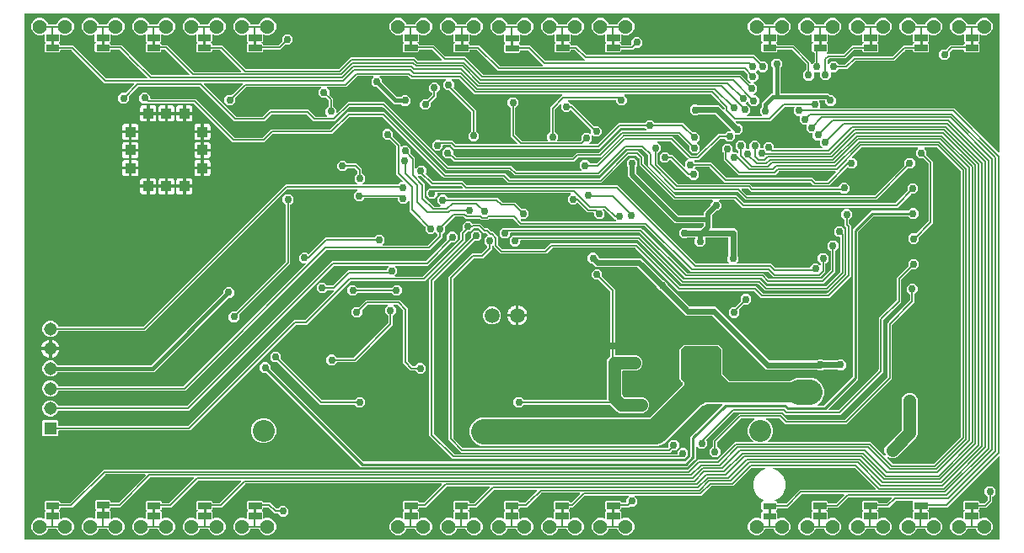
<source format=gbr>
G04 EAGLE Gerber RS-274X export*
G75*
%MOMM*%
%FSLAX34Y34*%
%LPD*%
%INBottom Copper*%
%IPPOS*%
%AMOC8*
5,1,8,0,0,1.08239X$1,22.5*%
G01*
%ADD10C,2.205000*%
%ADD11C,1.308000*%
%ADD12R,1.308000X1.308000*%
%ADD13C,1.500000*%
%ADD14R,1.108000X1.108000*%
%ADD15C,1.426400*%
%ADD16C,0.050800*%
%ADD17C,0.254000*%
%ADD18C,0.756400*%
%ADD19C,0.152400*%
%ADD20C,1.270000*%
%ADD21C,2.540000*%
%ADD22C,2.000000*%
%ADD23C,0.508000*%
%ADD24C,0.609600*%
%ADD25C,0.406400*%

G36*
X989098Y10164D02*
X989098Y10164D01*
X989117Y10162D01*
X989219Y10184D01*
X989321Y10200D01*
X989338Y10210D01*
X989358Y10214D01*
X989447Y10267D01*
X989538Y10316D01*
X989552Y10330D01*
X989569Y10340D01*
X989636Y10419D01*
X989708Y10494D01*
X989716Y10512D01*
X989729Y10527D01*
X989768Y10623D01*
X989811Y10717D01*
X989813Y10737D01*
X989821Y10755D01*
X989839Y10922D01*
X989839Y93268D01*
X989828Y93338D01*
X989826Y93410D01*
X989808Y93459D01*
X989800Y93510D01*
X989766Y93574D01*
X989741Y93641D01*
X989709Y93682D01*
X989684Y93728D01*
X989632Y93777D01*
X989588Y93833D01*
X989544Y93861D01*
X989506Y93897D01*
X989441Y93927D01*
X989381Y93966D01*
X989330Y93979D01*
X989283Y94001D01*
X989212Y94009D01*
X989142Y94026D01*
X989090Y94022D01*
X989039Y94028D01*
X988968Y94013D01*
X988897Y94007D01*
X988849Y93987D01*
X988798Y93976D01*
X988737Y93939D01*
X988671Y93911D01*
X988615Y93866D01*
X988587Y93849D01*
X988572Y93832D01*
X988540Y93806D01*
X938760Y44026D01*
X937197Y42463D01*
X919136Y42463D01*
X919116Y42460D01*
X919097Y42462D01*
X918995Y42440D01*
X918893Y42424D01*
X918876Y42414D01*
X918856Y42410D01*
X918767Y42357D01*
X918676Y42308D01*
X918662Y42294D01*
X918645Y42284D01*
X918578Y42205D01*
X918506Y42130D01*
X918498Y42112D01*
X918485Y42097D01*
X918446Y42001D01*
X918403Y41907D01*
X918401Y41887D01*
X918393Y41869D01*
X918375Y41702D01*
X918375Y41172D01*
X917491Y40288D01*
X917479Y40272D01*
X917464Y40260D01*
X917408Y40172D01*
X917347Y40089D01*
X917341Y40070D01*
X917331Y40053D01*
X917305Y39952D01*
X917275Y39853D01*
X917275Y39834D01*
X917271Y39814D01*
X917279Y39711D01*
X917281Y39608D01*
X917288Y39589D01*
X917290Y39569D01*
X917330Y39474D01*
X917366Y39377D01*
X917378Y39361D01*
X917386Y39343D01*
X917491Y39212D01*
X918375Y38328D01*
X918375Y31886D01*
X918382Y31841D01*
X918380Y31795D01*
X918402Y31720D01*
X918414Y31644D01*
X918436Y31603D01*
X918449Y31559D01*
X918493Y31495D01*
X918530Y31426D01*
X918563Y31395D01*
X918589Y31357D01*
X918651Y31310D01*
X918708Y31257D01*
X918750Y31237D01*
X918786Y31210D01*
X918860Y31186D01*
X918931Y31153D01*
X918977Y31148D01*
X919020Y31134D01*
X919098Y31135D01*
X919175Y31126D01*
X919220Y31136D01*
X919266Y31136D01*
X919398Y31174D01*
X919416Y31178D01*
X919420Y31181D01*
X919427Y31183D01*
X921778Y32157D01*
X925222Y32157D01*
X928404Y30839D01*
X930839Y28404D01*
X932157Y25222D01*
X932157Y21778D01*
X930839Y18596D01*
X928404Y16161D01*
X925222Y14843D01*
X921778Y14843D01*
X918596Y16161D01*
X916161Y18596D01*
X915272Y20743D01*
X915210Y20843D01*
X915150Y20943D01*
X915146Y20947D01*
X915142Y20952D01*
X915053Y21027D01*
X914963Y21103D01*
X914958Y21105D01*
X914953Y21109D01*
X914845Y21151D01*
X914735Y21195D01*
X914728Y21196D01*
X914723Y21197D01*
X914705Y21198D01*
X914569Y21213D01*
X907031Y21213D01*
X906917Y21194D01*
X906800Y21177D01*
X906795Y21175D01*
X906789Y21174D01*
X906686Y21119D01*
X906581Y21066D01*
X906577Y21061D01*
X906571Y21058D01*
X906491Y20974D01*
X906409Y20890D01*
X906405Y20884D01*
X906402Y20880D01*
X906394Y20863D01*
X906328Y20743D01*
X905439Y18596D01*
X903004Y16161D01*
X899822Y14843D01*
X896378Y14843D01*
X893196Y16161D01*
X890761Y18596D01*
X889443Y21778D01*
X889443Y25222D01*
X890761Y28404D01*
X893196Y30839D01*
X896378Y32157D01*
X899822Y32157D01*
X901573Y31432D01*
X901617Y31421D01*
X901659Y31402D01*
X901736Y31393D01*
X901812Y31375D01*
X901858Y31380D01*
X901903Y31375D01*
X901980Y31391D01*
X902057Y31398D01*
X902099Y31417D01*
X902144Y31427D01*
X902211Y31467D01*
X902282Y31498D01*
X902316Y31530D01*
X902355Y31553D01*
X902406Y31612D01*
X902463Y31665D01*
X902485Y31705D01*
X902515Y31740D01*
X902544Y31812D01*
X902581Y31880D01*
X902590Y31926D01*
X902607Y31968D01*
X902622Y32104D01*
X902625Y32122D01*
X902624Y32127D01*
X902625Y32135D01*
X902625Y38328D01*
X903509Y39212D01*
X903521Y39228D01*
X903536Y39240D01*
X903592Y39328D01*
X903653Y39411D01*
X903659Y39430D01*
X903669Y39447D01*
X903695Y39548D01*
X903725Y39647D01*
X903725Y39666D01*
X903729Y39686D01*
X903721Y39789D01*
X903719Y39892D01*
X903712Y39911D01*
X903710Y39931D01*
X903670Y40026D01*
X903634Y40123D01*
X903622Y40139D01*
X903614Y40157D01*
X903509Y40288D01*
X902625Y41172D01*
X902625Y48572D01*
X902634Y48600D01*
X902664Y48665D01*
X902670Y48717D01*
X902685Y48766D01*
X902683Y48838D01*
X902691Y48909D01*
X902680Y48960D01*
X902679Y49012D01*
X902654Y49080D01*
X902639Y49150D01*
X902612Y49195D01*
X902594Y49243D01*
X902550Y49299D01*
X902513Y49361D01*
X902473Y49395D01*
X902441Y49435D01*
X902380Y49474D01*
X902326Y49521D01*
X902277Y49540D01*
X902234Y49568D01*
X902164Y49586D01*
X902098Y49613D01*
X902027Y49621D01*
X901995Y49629D01*
X901972Y49627D01*
X901931Y49631D01*
X885931Y49631D01*
X885840Y49617D01*
X885750Y49609D01*
X885720Y49597D01*
X885688Y49592D01*
X885607Y49549D01*
X885523Y49513D01*
X885491Y49487D01*
X885470Y49476D01*
X885448Y49453D01*
X885392Y49408D01*
X878527Y42543D01*
X868386Y42543D01*
X868366Y42540D01*
X868347Y42542D01*
X868245Y42520D01*
X868143Y42504D01*
X868126Y42494D01*
X868106Y42490D01*
X868017Y42437D01*
X867926Y42388D01*
X867912Y42374D01*
X867895Y42364D01*
X867828Y42285D01*
X867756Y42210D01*
X867748Y42192D01*
X867735Y42177D01*
X867696Y42081D01*
X867653Y41987D01*
X867651Y41967D01*
X867643Y41949D01*
X867625Y41782D01*
X867625Y41172D01*
X866741Y40288D01*
X866729Y40272D01*
X866714Y40260D01*
X866658Y40172D01*
X866597Y40089D01*
X866591Y40070D01*
X866581Y40053D01*
X866555Y39952D01*
X866525Y39853D01*
X866525Y39834D01*
X866521Y39814D01*
X866529Y39711D01*
X866531Y39608D01*
X866538Y39589D01*
X866540Y39569D01*
X866580Y39474D01*
X866616Y39377D01*
X866628Y39361D01*
X866636Y39343D01*
X866741Y39212D01*
X867625Y38328D01*
X867625Y31907D01*
X867632Y31862D01*
X867630Y31816D01*
X867652Y31741D01*
X867664Y31664D01*
X867686Y31624D01*
X867699Y31580D01*
X867743Y31516D01*
X867780Y31447D01*
X867813Y31415D01*
X867839Y31378D01*
X867902Y31331D01*
X867958Y31278D01*
X868000Y31258D01*
X868036Y31231D01*
X868110Y31207D01*
X868181Y31174D01*
X868227Y31169D01*
X868270Y31155D01*
X868348Y31155D01*
X868425Y31147D01*
X868470Y31157D01*
X868516Y31157D01*
X868648Y31195D01*
X868666Y31199D01*
X868670Y31202D01*
X868677Y31204D01*
X870978Y32157D01*
X874422Y32157D01*
X877604Y30839D01*
X880039Y28404D01*
X881357Y25222D01*
X881357Y21778D01*
X880039Y18596D01*
X877604Y16161D01*
X874422Y14843D01*
X870978Y14843D01*
X867796Y16161D01*
X865361Y18596D01*
X864472Y20743D01*
X864410Y20843D01*
X864350Y20943D01*
X864346Y20947D01*
X864342Y20952D01*
X864253Y21027D01*
X864163Y21103D01*
X864158Y21105D01*
X864153Y21109D01*
X864045Y21151D01*
X863935Y21195D01*
X863928Y21196D01*
X863923Y21197D01*
X863905Y21198D01*
X863769Y21213D01*
X856231Y21213D01*
X856117Y21194D01*
X856000Y21177D01*
X855995Y21175D01*
X855989Y21174D01*
X855886Y21119D01*
X855781Y21066D01*
X855777Y21061D01*
X855771Y21058D01*
X855691Y20974D01*
X855609Y20890D01*
X855605Y20884D01*
X855602Y20880D01*
X855594Y20863D01*
X855528Y20743D01*
X854639Y18596D01*
X852204Y16161D01*
X849022Y14843D01*
X845578Y14843D01*
X842396Y16161D01*
X839961Y18596D01*
X838643Y21778D01*
X838643Y25222D01*
X839961Y28404D01*
X842396Y30839D01*
X845578Y32157D01*
X849022Y32157D01*
X850823Y31411D01*
X850867Y31400D01*
X850909Y31381D01*
X850986Y31372D01*
X851062Y31355D01*
X851108Y31359D01*
X851153Y31354D01*
X851230Y31370D01*
X851307Y31378D01*
X851349Y31396D01*
X851394Y31406D01*
X851461Y31446D01*
X851532Y31478D01*
X851566Y31509D01*
X851605Y31532D01*
X851656Y31591D01*
X851713Y31644D01*
X851735Y31684D01*
X851765Y31719D01*
X851794Y31791D01*
X851831Y31860D01*
X851840Y31905D01*
X851857Y31947D01*
X851872Y32083D01*
X851875Y32102D01*
X851874Y32107D01*
X851875Y32114D01*
X851875Y38328D01*
X852759Y39212D01*
X852771Y39228D01*
X852786Y39240D01*
X852842Y39328D01*
X852903Y39411D01*
X852909Y39430D01*
X852919Y39447D01*
X852945Y39548D01*
X852975Y39647D01*
X852975Y39666D01*
X852979Y39686D01*
X852971Y39789D01*
X852969Y39892D01*
X852962Y39911D01*
X852960Y39931D01*
X852920Y40026D01*
X852884Y40123D01*
X852872Y40139D01*
X852864Y40157D01*
X852759Y40288D01*
X851875Y41172D01*
X851875Y48488D01*
X852917Y49530D01*
X866583Y49530D01*
X867625Y48488D01*
X867625Y47878D01*
X867628Y47858D01*
X867626Y47839D01*
X867648Y47737D01*
X867664Y47635D01*
X867674Y47618D01*
X867678Y47598D01*
X867731Y47509D01*
X867780Y47418D01*
X867794Y47404D01*
X867804Y47387D01*
X867883Y47320D01*
X867958Y47248D01*
X867976Y47240D01*
X867991Y47227D01*
X868087Y47188D01*
X868181Y47145D01*
X868201Y47143D01*
X868219Y47135D01*
X868386Y47117D01*
X876317Y47117D01*
X876408Y47131D01*
X876498Y47139D01*
X876528Y47151D01*
X876560Y47156D01*
X876641Y47199D01*
X876725Y47235D01*
X876757Y47261D01*
X876778Y47272D01*
X876800Y47295D01*
X876856Y47340D01*
X881180Y51664D01*
X881222Y51722D01*
X881271Y51774D01*
X881293Y51821D01*
X881323Y51863D01*
X881344Y51932D01*
X881375Y51997D01*
X881380Y52049D01*
X881396Y52099D01*
X881394Y52170D01*
X881402Y52241D01*
X881391Y52292D01*
X881389Y52344D01*
X881365Y52412D01*
X881350Y52482D01*
X881323Y52527D01*
X881305Y52575D01*
X881260Y52631D01*
X881223Y52693D01*
X881184Y52727D01*
X881151Y52767D01*
X881091Y52806D01*
X881036Y52853D01*
X880988Y52872D01*
X880944Y52900D01*
X880875Y52918D01*
X880808Y52945D01*
X880737Y52953D01*
X880706Y52961D01*
X880682Y52959D01*
X880642Y52963D01*
X838513Y52963D01*
X838422Y52949D01*
X838332Y52941D01*
X838302Y52929D01*
X838270Y52924D01*
X838189Y52881D01*
X838105Y52845D01*
X838073Y52819D01*
X838052Y52808D01*
X838030Y52785D01*
X837974Y52740D01*
X827527Y42293D01*
X817636Y42293D01*
X817616Y42290D01*
X817597Y42292D01*
X817495Y42270D01*
X817393Y42254D01*
X817376Y42244D01*
X817356Y42240D01*
X817267Y42187D01*
X817176Y42138D01*
X817162Y42124D01*
X817145Y42114D01*
X817078Y42035D01*
X817006Y41960D01*
X816998Y41942D01*
X816985Y41927D01*
X816946Y41831D01*
X816903Y41737D01*
X816901Y41717D01*
X816893Y41699D01*
X816875Y41532D01*
X816875Y40922D01*
X815991Y40038D01*
X815979Y40022D01*
X815964Y40010D01*
X815908Y39922D01*
X815847Y39839D01*
X815841Y39820D01*
X815831Y39803D01*
X815805Y39702D01*
X815775Y39603D01*
X815775Y39584D01*
X815771Y39564D01*
X815779Y39461D01*
X815781Y39358D01*
X815788Y39339D01*
X815790Y39319D01*
X815830Y39224D01*
X815866Y39127D01*
X815878Y39111D01*
X815886Y39093D01*
X815991Y38962D01*
X816875Y38078D01*
X816875Y31928D01*
X816882Y31882D01*
X816880Y31837D01*
X816902Y31762D01*
X816914Y31685D01*
X816936Y31644D01*
X816949Y31600D01*
X816993Y31536D01*
X817030Y31468D01*
X817063Y31436D01*
X817089Y31398D01*
X817151Y31352D01*
X817208Y31298D01*
X817250Y31279D01*
X817286Y31251D01*
X817360Y31227D01*
X817431Y31195D01*
X817477Y31190D01*
X817520Y31175D01*
X817598Y31176D01*
X817675Y31167D01*
X817720Y31177D01*
X817766Y31178D01*
X817898Y31216D01*
X817916Y31220D01*
X817920Y31222D01*
X817927Y31224D01*
X820178Y32157D01*
X823622Y32157D01*
X826804Y30839D01*
X829239Y28404D01*
X830557Y25222D01*
X830557Y21778D01*
X829239Y18596D01*
X826804Y16161D01*
X823622Y14843D01*
X820178Y14843D01*
X816996Y16161D01*
X814561Y18596D01*
X813672Y20743D01*
X813610Y20843D01*
X813550Y20943D01*
X813546Y20947D01*
X813542Y20952D01*
X813453Y21027D01*
X813363Y21103D01*
X813358Y21105D01*
X813353Y21109D01*
X813245Y21151D01*
X813135Y21195D01*
X813128Y21196D01*
X813123Y21197D01*
X813105Y21198D01*
X812969Y21213D01*
X805431Y21213D01*
X805317Y21194D01*
X805200Y21177D01*
X805195Y21175D01*
X805189Y21174D01*
X805086Y21119D01*
X804981Y21066D01*
X804977Y21061D01*
X804971Y21058D01*
X804891Y20974D01*
X804809Y20890D01*
X804805Y20884D01*
X804802Y20880D01*
X804794Y20863D01*
X804728Y20743D01*
X803839Y18596D01*
X801404Y16161D01*
X798222Y14843D01*
X794778Y14843D01*
X791596Y16161D01*
X789161Y18596D01*
X787843Y21778D01*
X787843Y25222D01*
X789161Y28404D01*
X791596Y30839D01*
X794778Y32157D01*
X798222Y32157D01*
X800073Y31390D01*
X800117Y31380D01*
X800159Y31360D01*
X800236Y31352D01*
X800312Y31334D01*
X800358Y31338D01*
X800403Y31333D01*
X800480Y31350D01*
X800557Y31357D01*
X800599Y31376D01*
X800644Y31385D01*
X800711Y31425D01*
X800782Y31457D01*
X800816Y31488D01*
X800855Y31512D01*
X800906Y31571D01*
X800963Y31623D01*
X800985Y31664D01*
X801015Y31699D01*
X801044Y31771D01*
X801081Y31839D01*
X801090Y31884D01*
X801107Y31927D01*
X801122Y32063D01*
X801125Y32081D01*
X801124Y32086D01*
X801125Y32093D01*
X801125Y38078D01*
X802009Y38962D01*
X802021Y38978D01*
X802036Y38990D01*
X802092Y39078D01*
X802153Y39161D01*
X802159Y39180D01*
X802169Y39197D01*
X802195Y39298D01*
X802225Y39397D01*
X802225Y39416D01*
X802229Y39436D01*
X802221Y39539D01*
X802219Y39642D01*
X802212Y39661D01*
X802210Y39681D01*
X802170Y39776D01*
X802134Y39873D01*
X802122Y39889D01*
X802114Y39907D01*
X802009Y40038D01*
X801125Y40922D01*
X801125Y48238D01*
X802167Y49280D01*
X815833Y49280D01*
X816875Y48238D01*
X816875Y47628D01*
X816878Y47608D01*
X816876Y47589D01*
X816898Y47487D01*
X816914Y47385D01*
X816924Y47368D01*
X816928Y47348D01*
X816981Y47259D01*
X817030Y47168D01*
X817044Y47154D01*
X817054Y47137D01*
X817133Y47070D01*
X817208Y46998D01*
X817226Y46990D01*
X817241Y46977D01*
X817337Y46938D01*
X817431Y46895D01*
X817451Y46893D01*
X817469Y46885D01*
X817636Y46867D01*
X825317Y46867D01*
X825408Y46881D01*
X825498Y46889D01*
X825528Y46901D01*
X825560Y46906D01*
X825641Y46949D01*
X825725Y46985D01*
X825757Y47011D01*
X825778Y47022D01*
X825800Y47045D01*
X825856Y47090D01*
X833480Y54714D01*
X833522Y54772D01*
X833571Y54824D01*
X833593Y54871D01*
X833623Y54913D01*
X833644Y54982D01*
X833675Y55047D01*
X833680Y55099D01*
X833696Y55149D01*
X833694Y55220D01*
X833702Y55291D01*
X833691Y55342D01*
X833689Y55394D01*
X833665Y55462D01*
X833650Y55532D01*
X833623Y55577D01*
X833605Y55625D01*
X833560Y55681D01*
X833523Y55743D01*
X833484Y55777D01*
X833451Y55817D01*
X833391Y55856D01*
X833336Y55903D01*
X833288Y55922D01*
X833244Y55950D01*
X833175Y55968D01*
X833108Y55995D01*
X833037Y56003D01*
X833006Y56011D01*
X832982Y56009D01*
X832942Y56013D01*
X791313Y56013D01*
X791222Y55999D01*
X791132Y55991D01*
X791102Y55979D01*
X791070Y55974D01*
X790989Y55931D01*
X790905Y55895D01*
X790873Y55869D01*
X790852Y55858D01*
X790830Y55835D01*
X790774Y55790D01*
X777027Y42043D01*
X767136Y42043D01*
X767116Y42040D01*
X767097Y42042D01*
X766995Y42020D01*
X766893Y42004D01*
X766876Y41994D01*
X766856Y41990D01*
X766767Y41937D01*
X766676Y41888D01*
X766662Y41874D01*
X766645Y41864D01*
X766578Y41785D01*
X766506Y41710D01*
X766498Y41692D01*
X766485Y41677D01*
X766446Y41581D01*
X766403Y41487D01*
X766401Y41467D01*
X766393Y41449D01*
X766375Y41282D01*
X766375Y40672D01*
X765491Y39788D01*
X765479Y39772D01*
X765464Y39760D01*
X765408Y39672D01*
X765347Y39589D01*
X765341Y39570D01*
X765331Y39553D01*
X765305Y39452D01*
X765275Y39353D01*
X765275Y39334D01*
X765271Y39314D01*
X765279Y39211D01*
X765281Y39108D01*
X765288Y39089D01*
X765290Y39069D01*
X765330Y38974D01*
X765366Y38877D01*
X765378Y38861D01*
X765386Y38843D01*
X765491Y38712D01*
X766375Y37828D01*
X766375Y32052D01*
X766382Y32007D01*
X766380Y31961D01*
X766402Y31886D01*
X766414Y31809D01*
X766436Y31769D01*
X766449Y31725D01*
X766493Y31661D01*
X766530Y31592D01*
X766563Y31560D01*
X766589Y31523D01*
X766651Y31476D01*
X766708Y31422D01*
X766750Y31403D01*
X766786Y31376D01*
X766860Y31352D01*
X766931Y31319D01*
X766977Y31314D01*
X767020Y31300D01*
X767098Y31300D01*
X767175Y31292D01*
X767220Y31302D01*
X767266Y31302D01*
X767398Y31340D01*
X767416Y31344D01*
X767420Y31347D01*
X767427Y31349D01*
X769378Y32157D01*
X772822Y32157D01*
X776004Y30839D01*
X778439Y28404D01*
X779757Y25222D01*
X779757Y21778D01*
X778439Y18596D01*
X776004Y16161D01*
X772822Y14843D01*
X769378Y14843D01*
X766196Y16161D01*
X763761Y18596D01*
X762872Y20743D01*
X762810Y20843D01*
X762750Y20943D01*
X762746Y20947D01*
X762742Y20952D01*
X762653Y21027D01*
X762563Y21103D01*
X762558Y21105D01*
X762553Y21109D01*
X762445Y21151D01*
X762335Y21195D01*
X762328Y21196D01*
X762323Y21197D01*
X762305Y21198D01*
X762169Y21213D01*
X754631Y21213D01*
X754517Y21194D01*
X754400Y21177D01*
X754395Y21175D01*
X754389Y21174D01*
X754286Y21119D01*
X754181Y21066D01*
X754177Y21061D01*
X754171Y21058D01*
X754091Y20974D01*
X754009Y20890D01*
X754005Y20884D01*
X754002Y20880D01*
X753994Y20863D01*
X753928Y20743D01*
X753039Y18596D01*
X750604Y16161D01*
X747422Y14843D01*
X743978Y14843D01*
X740796Y16161D01*
X738361Y18596D01*
X737043Y21778D01*
X737043Y25222D01*
X738361Y28404D01*
X740796Y30839D01*
X743978Y32157D01*
X747422Y32157D01*
X749573Y31266D01*
X749617Y31255D01*
X749659Y31236D01*
X749736Y31227D01*
X749812Y31210D01*
X749858Y31214D01*
X749903Y31209D01*
X749980Y31225D01*
X750057Y31233D01*
X750099Y31251D01*
X750144Y31261D01*
X750211Y31301D01*
X750282Y31333D01*
X750316Y31364D01*
X750355Y31387D01*
X750406Y31446D01*
X750463Y31499D01*
X750485Y31539D01*
X750515Y31574D01*
X750544Y31646D01*
X750581Y31715D01*
X750590Y31760D01*
X750607Y31802D01*
X750622Y31938D01*
X750625Y31957D01*
X750624Y31962D01*
X750625Y31969D01*
X750625Y37828D01*
X751509Y38712D01*
X751521Y38728D01*
X751536Y38740D01*
X751592Y38828D01*
X751653Y38911D01*
X751659Y38930D01*
X751669Y38947D01*
X751695Y39048D01*
X751725Y39147D01*
X751725Y39166D01*
X751729Y39186D01*
X751721Y39289D01*
X751719Y39392D01*
X751712Y39411D01*
X751710Y39431D01*
X751670Y39526D01*
X751634Y39623D01*
X751622Y39639D01*
X751614Y39657D01*
X751509Y39788D01*
X750625Y40672D01*
X750625Y47988D01*
X751667Y49030D01*
X752045Y49030D01*
X752141Y49045D01*
X752238Y49055D01*
X752262Y49065D01*
X752288Y49069D01*
X752374Y49115D01*
X752463Y49155D01*
X752482Y49172D01*
X752505Y49185D01*
X752572Y49255D01*
X752644Y49321D01*
X752656Y49344D01*
X752674Y49363D01*
X752715Y49451D01*
X752762Y49537D01*
X752767Y49562D01*
X752778Y49586D01*
X752789Y49683D01*
X752806Y49779D01*
X752802Y49805D01*
X752805Y49830D01*
X752784Y49926D01*
X752770Y50022D01*
X752758Y50045D01*
X752753Y50071D01*
X752703Y50154D01*
X752659Y50241D01*
X752640Y50260D01*
X752627Y50282D01*
X752553Y50345D01*
X752483Y50413D01*
X752455Y50429D01*
X752440Y50442D01*
X752409Y50454D01*
X752336Y50494D01*
X749324Y51742D01*
X744792Y56274D01*
X742339Y62195D01*
X742339Y68605D01*
X744792Y74526D01*
X749324Y79058D01*
X754405Y81163D01*
X754488Y81214D01*
X754574Y81260D01*
X754592Y81279D01*
X754614Y81292D01*
X754676Y81367D01*
X754743Y81438D01*
X754754Y81462D01*
X754771Y81482D01*
X754806Y81573D01*
X754847Y81661D01*
X754850Y81687D01*
X754859Y81711D01*
X754863Y81809D01*
X754874Y81905D01*
X754869Y81931D01*
X754870Y81957D01*
X754843Y82051D01*
X754822Y82146D01*
X754808Y82168D01*
X754801Y82193D01*
X754746Y82273D01*
X754696Y82357D01*
X754676Y82374D01*
X754661Y82395D01*
X754583Y82454D01*
X754509Y82517D01*
X754485Y82527D01*
X754464Y82542D01*
X754371Y82572D01*
X754281Y82609D01*
X754248Y82612D01*
X754230Y82618D01*
X754197Y82618D01*
X754114Y82627D01*
X741169Y82627D01*
X741079Y82613D01*
X740988Y82605D01*
X740958Y82593D01*
X740926Y82588D01*
X740845Y82545D01*
X740761Y82509D01*
X740729Y82483D01*
X740709Y82472D01*
X740686Y82449D01*
X740630Y82404D01*
X722497Y64271D01*
X700442Y64271D01*
X700352Y64257D01*
X700261Y64249D01*
X700231Y64237D01*
X700199Y64232D01*
X700118Y64189D01*
X700034Y64153D01*
X700002Y64127D01*
X699982Y64116D01*
X699959Y64093D01*
X699903Y64048D01*
X690472Y54617D01*
X623975Y54617D01*
X623905Y54606D01*
X623833Y54604D01*
X623784Y54586D01*
X623733Y54578D01*
X623669Y54544D01*
X623602Y54519D01*
X623561Y54487D01*
X623515Y54462D01*
X623466Y54410D01*
X623410Y54366D01*
X623382Y54322D01*
X623346Y54284D01*
X623316Y54219D01*
X623277Y54159D01*
X623264Y54108D01*
X623242Y54061D01*
X623234Y53990D01*
X623217Y53920D01*
X623221Y53868D01*
X623215Y53817D01*
X623230Y53746D01*
X623236Y53675D01*
X623256Y53627D01*
X623267Y53576D01*
X623304Y53515D01*
X623332Y53449D01*
X623377Y53393D01*
X623394Y53365D01*
X623411Y53350D01*
X623437Y53318D01*
X625557Y51198D01*
X625557Y46802D01*
X622448Y43693D01*
X618493Y43693D01*
X618402Y43679D01*
X618312Y43671D01*
X618282Y43659D01*
X618250Y43654D01*
X618169Y43611D01*
X618085Y43575D01*
X618053Y43549D01*
X618032Y43538D01*
X618010Y43515D01*
X617954Y43470D01*
X617277Y42793D01*
X610136Y42793D01*
X610116Y42790D01*
X610097Y42792D01*
X609995Y42770D01*
X609893Y42754D01*
X609876Y42744D01*
X609856Y42740D01*
X609767Y42687D01*
X609676Y42638D01*
X609662Y42624D01*
X609645Y42614D01*
X609578Y42535D01*
X609506Y42460D01*
X609498Y42442D01*
X609485Y42427D01*
X609446Y42331D01*
X609403Y42237D01*
X609401Y42217D01*
X609393Y42199D01*
X609375Y42032D01*
X609375Y41422D01*
X608491Y40538D01*
X608479Y40522D01*
X608464Y40510D01*
X608408Y40422D01*
X608347Y40339D01*
X608341Y40320D01*
X608331Y40303D01*
X608305Y40202D01*
X608275Y40103D01*
X608275Y40084D01*
X608271Y40064D01*
X608279Y39961D01*
X608281Y39858D01*
X608288Y39839D01*
X608290Y39819D01*
X608330Y39724D01*
X608366Y39627D01*
X608378Y39611D01*
X608386Y39593D01*
X608491Y39462D01*
X609375Y38578D01*
X609375Y31969D01*
X609382Y31924D01*
X609380Y31878D01*
X609402Y31803D01*
X609414Y31726D01*
X609436Y31686D01*
X609449Y31642D01*
X609493Y31578D01*
X609530Y31509D01*
X609563Y31477D01*
X609589Y31440D01*
X609651Y31393D01*
X609708Y31340D01*
X609750Y31320D01*
X609786Y31293D01*
X609860Y31269D01*
X609931Y31236D01*
X609977Y31231D01*
X610020Y31217D01*
X610098Y31217D01*
X610175Y31209D01*
X610220Y31219D01*
X610266Y31219D01*
X610398Y31257D01*
X610416Y31261D01*
X610420Y31264D01*
X610427Y31266D01*
X612578Y32157D01*
X616022Y32157D01*
X619204Y30839D01*
X621639Y28404D01*
X622957Y25222D01*
X622957Y21778D01*
X621639Y18596D01*
X619204Y16161D01*
X616022Y14843D01*
X612578Y14843D01*
X609396Y16161D01*
X606961Y18596D01*
X606072Y20743D01*
X606010Y20843D01*
X605950Y20943D01*
X605946Y20947D01*
X605942Y20952D01*
X605853Y21027D01*
X605763Y21103D01*
X605758Y21105D01*
X605753Y21109D01*
X605645Y21151D01*
X605535Y21195D01*
X605528Y21196D01*
X605523Y21197D01*
X605505Y21198D01*
X605369Y21213D01*
X597831Y21213D01*
X597717Y21194D01*
X597600Y21177D01*
X597595Y21175D01*
X597589Y21174D01*
X597486Y21119D01*
X597381Y21066D01*
X597377Y21061D01*
X597371Y21058D01*
X597291Y20974D01*
X597209Y20890D01*
X597205Y20884D01*
X597202Y20880D01*
X597194Y20863D01*
X597128Y20743D01*
X596239Y18596D01*
X593804Y16161D01*
X590622Y14843D01*
X587178Y14843D01*
X583996Y16161D01*
X581561Y18596D01*
X580243Y21778D01*
X580243Y25222D01*
X581561Y28404D01*
X583996Y30839D01*
X587178Y32157D01*
X590622Y32157D01*
X592573Y31349D01*
X592617Y31338D01*
X592659Y31319D01*
X592736Y31310D01*
X592812Y31293D01*
X592858Y31297D01*
X592903Y31292D01*
X592980Y31308D01*
X593057Y31316D01*
X593099Y31334D01*
X593144Y31344D01*
X593211Y31384D01*
X593282Y31416D01*
X593316Y31447D01*
X593355Y31470D01*
X593406Y31529D01*
X593463Y31582D01*
X593485Y31622D01*
X593515Y31657D01*
X593544Y31729D01*
X593581Y31798D01*
X593590Y31843D01*
X593607Y31885D01*
X593622Y32021D01*
X593625Y32040D01*
X593624Y32045D01*
X593625Y32052D01*
X593625Y38578D01*
X594509Y39462D01*
X594521Y39478D01*
X594536Y39490D01*
X594592Y39578D01*
X594653Y39661D01*
X594659Y39680D01*
X594669Y39697D01*
X594695Y39798D01*
X594725Y39897D01*
X594725Y39916D01*
X594729Y39936D01*
X594721Y40039D01*
X594719Y40142D01*
X594712Y40161D01*
X594710Y40181D01*
X594670Y40276D01*
X594634Y40373D01*
X594622Y40389D01*
X594614Y40407D01*
X594509Y40538D01*
X593625Y41422D01*
X593625Y48738D01*
X594667Y49780D01*
X608333Y49780D01*
X609375Y48738D01*
X609375Y48128D01*
X609378Y48108D01*
X609376Y48089D01*
X609398Y47987D01*
X609414Y47885D01*
X609424Y47868D01*
X609428Y47848D01*
X609481Y47759D01*
X609530Y47668D01*
X609544Y47654D01*
X609554Y47637D01*
X609633Y47570D01*
X609708Y47498D01*
X609726Y47490D01*
X609741Y47477D01*
X609837Y47438D01*
X609931Y47395D01*
X609951Y47393D01*
X609969Y47385D01*
X610136Y47367D01*
X614182Y47367D01*
X614202Y47370D01*
X614221Y47368D01*
X614323Y47390D01*
X614425Y47406D01*
X614442Y47416D01*
X614462Y47420D01*
X614551Y47473D01*
X614642Y47522D01*
X614656Y47536D01*
X614673Y47546D01*
X614740Y47625D01*
X614812Y47700D01*
X614820Y47718D01*
X614833Y47733D01*
X614872Y47829D01*
X614915Y47923D01*
X614917Y47943D01*
X614925Y47961D01*
X614943Y48128D01*
X614943Y51198D01*
X617063Y53318D01*
X617105Y53376D01*
X617154Y53428D01*
X617176Y53475D01*
X617206Y53517D01*
X617228Y53586D01*
X617258Y53651D01*
X617263Y53703D01*
X617279Y53753D01*
X617277Y53824D01*
X617285Y53895D01*
X617274Y53946D01*
X617272Y53998D01*
X617248Y54066D01*
X617233Y54136D01*
X617206Y54181D01*
X617188Y54229D01*
X617143Y54285D01*
X617106Y54347D01*
X617067Y54381D01*
X617034Y54421D01*
X616974Y54460D01*
X616919Y54507D01*
X616871Y54526D01*
X616827Y54554D01*
X616758Y54572D01*
X616691Y54599D01*
X616620Y54607D01*
X616589Y54615D01*
X616566Y54613D01*
X616525Y54617D01*
X573281Y54617D01*
X573190Y54603D01*
X573100Y54595D01*
X573070Y54583D01*
X573038Y54578D01*
X572957Y54535D01*
X572873Y54499D01*
X572841Y54473D01*
X572820Y54462D01*
X572798Y54439D01*
X572742Y54394D01*
X561141Y42793D01*
X558636Y42793D01*
X558616Y42790D01*
X558597Y42792D01*
X558495Y42770D01*
X558393Y42754D01*
X558376Y42744D01*
X558356Y42740D01*
X558267Y42687D01*
X558176Y42638D01*
X558162Y42624D01*
X558145Y42614D01*
X558078Y42535D01*
X558006Y42460D01*
X557998Y42442D01*
X557985Y42427D01*
X557946Y42331D01*
X557903Y42237D01*
X557901Y42217D01*
X557893Y42199D01*
X557875Y42032D01*
X557875Y41422D01*
X556991Y40538D01*
X556979Y40522D01*
X556964Y40510D01*
X556908Y40422D01*
X556847Y40339D01*
X556841Y40320D01*
X556831Y40303D01*
X556805Y40202D01*
X556775Y40103D01*
X556775Y40084D01*
X556771Y40064D01*
X556779Y39961D01*
X556781Y39858D01*
X556788Y39839D01*
X556790Y39819D01*
X556830Y39724D01*
X556866Y39627D01*
X556878Y39611D01*
X556886Y39593D01*
X556991Y39462D01*
X557875Y38578D01*
X557875Y31679D01*
X557882Y31634D01*
X557880Y31588D01*
X557902Y31513D01*
X557914Y31436D01*
X557936Y31396D01*
X557949Y31352D01*
X557993Y31288D01*
X558030Y31219D01*
X558063Y31187D01*
X558089Y31150D01*
X558151Y31103D01*
X558208Y31050D01*
X558250Y31030D01*
X558286Y31003D01*
X558360Y30979D01*
X558431Y30946D01*
X558477Y30941D01*
X558520Y30927D01*
X558598Y30928D01*
X558675Y30919D01*
X558720Y30929D01*
X558766Y30929D01*
X558898Y30967D01*
X558916Y30971D01*
X558920Y30974D01*
X558927Y30976D01*
X561778Y32157D01*
X565222Y32157D01*
X568404Y30839D01*
X570839Y28404D01*
X572157Y25222D01*
X572157Y21778D01*
X570839Y18596D01*
X568404Y16161D01*
X565222Y14843D01*
X561778Y14843D01*
X558596Y16161D01*
X556161Y18596D01*
X555272Y20743D01*
X555210Y20843D01*
X555150Y20943D01*
X555146Y20947D01*
X555142Y20952D01*
X555053Y21027D01*
X554963Y21103D01*
X554958Y21105D01*
X554953Y21109D01*
X554845Y21151D01*
X554735Y21195D01*
X554728Y21196D01*
X554723Y21197D01*
X554705Y21198D01*
X554569Y21213D01*
X547031Y21213D01*
X546917Y21194D01*
X546800Y21177D01*
X546795Y21175D01*
X546789Y21174D01*
X546686Y21119D01*
X546581Y21066D01*
X546577Y21061D01*
X546571Y21058D01*
X546491Y20974D01*
X546409Y20890D01*
X546405Y20884D01*
X546402Y20880D01*
X546394Y20863D01*
X546328Y20743D01*
X545439Y18596D01*
X543004Y16161D01*
X539822Y14843D01*
X536378Y14843D01*
X533196Y16161D01*
X530761Y18596D01*
X529443Y21778D01*
X529443Y25222D01*
X530761Y28404D01*
X533196Y30839D01*
X536378Y32157D01*
X539822Y32157D01*
X541073Y31639D01*
X541117Y31628D01*
X541159Y31609D01*
X541236Y31600D01*
X541312Y31582D01*
X541358Y31587D01*
X541403Y31582D01*
X541480Y31598D01*
X541557Y31606D01*
X541599Y31624D01*
X541644Y31634D01*
X541711Y31674D01*
X541782Y31706D01*
X541816Y31737D01*
X541855Y31760D01*
X541906Y31819D01*
X541963Y31872D01*
X541985Y31912D01*
X542015Y31947D01*
X542044Y32019D01*
X542081Y32087D01*
X542090Y32133D01*
X542107Y32175D01*
X542122Y32311D01*
X542125Y32329D01*
X542124Y32334D01*
X542125Y32342D01*
X542125Y38578D01*
X543009Y39462D01*
X543021Y39478D01*
X543036Y39490D01*
X543092Y39578D01*
X543153Y39661D01*
X543159Y39680D01*
X543169Y39697D01*
X543195Y39798D01*
X543225Y39897D01*
X543225Y39916D01*
X543229Y39936D01*
X543221Y40039D01*
X543219Y40142D01*
X543212Y40161D01*
X543210Y40181D01*
X543170Y40276D01*
X543134Y40373D01*
X543122Y40389D01*
X543114Y40407D01*
X543009Y40538D01*
X542125Y41422D01*
X542125Y48738D01*
X543167Y49780D01*
X556833Y49780D01*
X557875Y48738D01*
X557875Y48128D01*
X557878Y48108D01*
X557876Y48089D01*
X557898Y47987D01*
X557914Y47885D01*
X557924Y47868D01*
X557928Y47848D01*
X557981Y47759D01*
X558030Y47668D01*
X558044Y47654D01*
X558054Y47637D01*
X558133Y47570D01*
X558208Y47498D01*
X558226Y47490D01*
X558241Y47477D01*
X558337Y47438D01*
X558431Y47395D01*
X558451Y47393D01*
X558469Y47385D01*
X558636Y47367D01*
X558931Y47367D01*
X559022Y47381D01*
X559112Y47389D01*
X559142Y47401D01*
X559174Y47406D01*
X559255Y47449D01*
X559339Y47485D01*
X559371Y47511D01*
X559392Y47522D01*
X559414Y47545D01*
X559470Y47590D01*
X568246Y56366D01*
X568288Y56424D01*
X568337Y56476D01*
X568359Y56523D01*
X568389Y56565D01*
X568410Y56634D01*
X568441Y56699D01*
X568446Y56751D01*
X568462Y56801D01*
X568460Y56872D01*
X568468Y56943D01*
X568457Y56994D01*
X568455Y57046D01*
X568431Y57114D01*
X568416Y57184D01*
X568389Y57229D01*
X568371Y57277D01*
X568326Y57333D01*
X568289Y57395D01*
X568250Y57429D01*
X568217Y57469D01*
X568157Y57508D01*
X568102Y57555D01*
X568054Y57574D01*
X568010Y57602D01*
X567941Y57620D01*
X567874Y57647D01*
X567803Y57655D01*
X567772Y57663D01*
X567748Y57661D01*
X567708Y57665D01*
X530079Y57665D01*
X529988Y57651D01*
X529898Y57643D01*
X529868Y57631D01*
X529836Y57626D01*
X529755Y57583D01*
X529671Y57547D01*
X529639Y57521D01*
X529618Y57510D01*
X529596Y57487D01*
X529540Y57442D01*
X514891Y42793D01*
X508386Y42793D01*
X508366Y42790D01*
X508347Y42792D01*
X508245Y42770D01*
X508143Y42754D01*
X508126Y42744D01*
X508106Y42740D01*
X508017Y42687D01*
X507926Y42638D01*
X507912Y42624D01*
X507895Y42614D01*
X507828Y42535D01*
X507756Y42460D01*
X507748Y42442D01*
X507735Y42427D01*
X507696Y42331D01*
X507653Y42237D01*
X507651Y42217D01*
X507643Y42199D01*
X507625Y42032D01*
X507625Y41422D01*
X506741Y40538D01*
X506729Y40522D01*
X506714Y40510D01*
X506658Y40422D01*
X506597Y40339D01*
X506591Y40320D01*
X506581Y40303D01*
X506555Y40202D01*
X506525Y40103D01*
X506525Y40084D01*
X506521Y40064D01*
X506529Y39961D01*
X506531Y39858D01*
X506538Y39839D01*
X506540Y39819D01*
X506580Y39724D01*
X506616Y39627D01*
X506628Y39611D01*
X506636Y39593D01*
X506741Y39462D01*
X507625Y38578D01*
X507625Y31907D01*
X507632Y31862D01*
X507630Y31816D01*
X507652Y31741D01*
X507664Y31664D01*
X507686Y31624D01*
X507699Y31580D01*
X507743Y31516D01*
X507780Y31447D01*
X507813Y31415D01*
X507839Y31378D01*
X507902Y31331D01*
X507958Y31278D01*
X508000Y31258D01*
X508036Y31231D01*
X508110Y31207D01*
X508181Y31174D01*
X508227Y31169D01*
X508270Y31155D01*
X508348Y31155D01*
X508425Y31147D01*
X508470Y31157D01*
X508516Y31157D01*
X508648Y31195D01*
X508666Y31199D01*
X508670Y31202D01*
X508677Y31204D01*
X510978Y32157D01*
X514422Y32157D01*
X517604Y30839D01*
X520039Y28404D01*
X521357Y25222D01*
X521357Y21778D01*
X520039Y18596D01*
X517604Y16161D01*
X514422Y14843D01*
X510978Y14843D01*
X507796Y16161D01*
X505361Y18596D01*
X504472Y20743D01*
X504410Y20843D01*
X504350Y20943D01*
X504346Y20947D01*
X504342Y20952D01*
X504253Y21027D01*
X504163Y21103D01*
X504158Y21105D01*
X504153Y21109D01*
X504045Y21151D01*
X503935Y21195D01*
X503928Y21196D01*
X503923Y21197D01*
X503905Y21198D01*
X503769Y21213D01*
X496231Y21213D01*
X496117Y21194D01*
X496000Y21177D01*
X495995Y21175D01*
X495989Y21174D01*
X495886Y21119D01*
X495781Y21066D01*
X495777Y21061D01*
X495771Y21058D01*
X495691Y20974D01*
X495609Y20890D01*
X495605Y20884D01*
X495602Y20880D01*
X495594Y20863D01*
X495528Y20743D01*
X494639Y18596D01*
X492204Y16161D01*
X489022Y14843D01*
X485578Y14843D01*
X482396Y16161D01*
X479961Y18596D01*
X478643Y21778D01*
X478643Y25222D01*
X479961Y28404D01*
X482396Y30839D01*
X485578Y32157D01*
X489022Y32157D01*
X490823Y31411D01*
X490867Y31400D01*
X490909Y31381D01*
X490986Y31372D01*
X491062Y31355D01*
X491108Y31359D01*
X491153Y31354D01*
X491230Y31370D01*
X491307Y31378D01*
X491349Y31396D01*
X491394Y31406D01*
X491461Y31446D01*
X491532Y31478D01*
X491566Y31509D01*
X491605Y31532D01*
X491656Y31591D01*
X491713Y31644D01*
X491735Y31684D01*
X491765Y31719D01*
X491794Y31791D01*
X491831Y31860D01*
X491840Y31905D01*
X491857Y31947D01*
X491872Y32083D01*
X491875Y32102D01*
X491874Y32107D01*
X491875Y32114D01*
X491875Y38578D01*
X492759Y39462D01*
X492771Y39478D01*
X492786Y39490D01*
X492842Y39578D01*
X492903Y39661D01*
X492909Y39680D01*
X492919Y39697D01*
X492945Y39798D01*
X492975Y39897D01*
X492975Y39916D01*
X492979Y39936D01*
X492971Y40039D01*
X492969Y40142D01*
X492962Y40161D01*
X492960Y40181D01*
X492920Y40276D01*
X492884Y40373D01*
X492872Y40389D01*
X492864Y40407D01*
X492759Y40538D01*
X491875Y41422D01*
X491875Y48738D01*
X492917Y49780D01*
X506583Y49780D01*
X507625Y48738D01*
X507625Y48128D01*
X507628Y48108D01*
X507626Y48089D01*
X507648Y47987D01*
X507664Y47885D01*
X507674Y47868D01*
X507678Y47848D01*
X507731Y47759D01*
X507780Y47668D01*
X507794Y47654D01*
X507804Y47637D01*
X507883Y47570D01*
X507958Y47498D01*
X507976Y47490D01*
X507991Y47477D01*
X508087Y47438D01*
X508181Y47395D01*
X508201Y47393D01*
X508219Y47385D01*
X508386Y47367D01*
X512681Y47367D01*
X512772Y47381D01*
X512862Y47389D01*
X512892Y47401D01*
X512924Y47406D01*
X513005Y47449D01*
X513089Y47485D01*
X513121Y47511D01*
X513142Y47522D01*
X513164Y47545D01*
X513220Y47590D01*
X517708Y52078D01*
X525044Y59414D01*
X525086Y59472D01*
X525135Y59524D01*
X525157Y59571D01*
X525187Y59613D01*
X525208Y59682D01*
X525239Y59747D01*
X525244Y59799D01*
X525260Y59849D01*
X525258Y59920D01*
X525266Y59991D01*
X525255Y60042D01*
X525253Y60094D01*
X525229Y60162D01*
X525214Y60232D01*
X525187Y60277D01*
X525169Y60325D01*
X525124Y60381D01*
X525087Y60443D01*
X525048Y60477D01*
X525015Y60517D01*
X524955Y60556D01*
X524900Y60603D01*
X524852Y60622D01*
X524808Y60650D01*
X524739Y60668D01*
X524672Y60695D01*
X524601Y60703D01*
X524570Y60711D01*
X524546Y60709D01*
X524506Y60713D01*
X482627Y60713D01*
X482536Y60699D01*
X482446Y60691D01*
X482416Y60679D01*
X482384Y60674D01*
X482303Y60631D01*
X482219Y60595D01*
X482187Y60569D01*
X482166Y60558D01*
X482144Y60535D01*
X482088Y60490D01*
X464141Y42543D01*
X457636Y42543D01*
X457616Y42540D01*
X457597Y42542D01*
X457495Y42520D01*
X457393Y42504D01*
X457376Y42494D01*
X457356Y42490D01*
X457267Y42437D01*
X457176Y42388D01*
X457162Y42374D01*
X457145Y42364D01*
X457078Y42285D01*
X457006Y42210D01*
X456998Y42192D01*
X456985Y42177D01*
X456946Y42081D01*
X456903Y41987D01*
X456901Y41967D01*
X456893Y41949D01*
X456875Y41782D01*
X456875Y41172D01*
X455991Y40288D01*
X455979Y40272D01*
X455964Y40260D01*
X455908Y40172D01*
X455847Y40089D01*
X455841Y40070D01*
X455831Y40053D01*
X455805Y39952D01*
X455775Y39853D01*
X455775Y39834D01*
X455771Y39814D01*
X455779Y39711D01*
X455781Y39608D01*
X455788Y39589D01*
X455790Y39569D01*
X455830Y39474D01*
X455866Y39377D01*
X455878Y39361D01*
X455886Y39343D01*
X455991Y39212D01*
X456875Y38328D01*
X456875Y31928D01*
X456882Y31882D01*
X456880Y31837D01*
X456902Y31762D01*
X456914Y31685D01*
X456936Y31644D01*
X456949Y31600D01*
X456993Y31536D01*
X457030Y31468D01*
X457063Y31436D01*
X457089Y31398D01*
X457151Y31352D01*
X457208Y31298D01*
X457250Y31279D01*
X457286Y31251D01*
X457360Y31227D01*
X457431Y31195D01*
X457477Y31190D01*
X457520Y31175D01*
X457598Y31176D01*
X457675Y31167D01*
X457720Y31177D01*
X457766Y31178D01*
X457898Y31216D01*
X457916Y31220D01*
X457920Y31222D01*
X457927Y31224D01*
X460178Y32157D01*
X463622Y32157D01*
X466804Y30839D01*
X469239Y28404D01*
X470557Y25222D01*
X470557Y21778D01*
X469239Y18596D01*
X466804Y16161D01*
X463622Y14843D01*
X460178Y14843D01*
X456996Y16161D01*
X454561Y18596D01*
X453672Y20743D01*
X453610Y20843D01*
X453550Y20943D01*
X453546Y20947D01*
X453542Y20952D01*
X453453Y21027D01*
X453363Y21103D01*
X453358Y21105D01*
X453353Y21109D01*
X453245Y21151D01*
X453135Y21195D01*
X453128Y21196D01*
X453123Y21197D01*
X453105Y21198D01*
X452969Y21213D01*
X445431Y21213D01*
X445317Y21194D01*
X445200Y21177D01*
X445195Y21175D01*
X445189Y21174D01*
X445086Y21119D01*
X444981Y21066D01*
X444977Y21061D01*
X444971Y21058D01*
X444891Y20974D01*
X444809Y20890D01*
X444805Y20884D01*
X444802Y20880D01*
X444794Y20863D01*
X444728Y20743D01*
X443839Y18596D01*
X441404Y16161D01*
X438222Y14843D01*
X434778Y14843D01*
X431596Y16161D01*
X429161Y18596D01*
X427843Y21778D01*
X427843Y25222D01*
X429161Y28404D01*
X431596Y30839D01*
X434778Y32157D01*
X438222Y32157D01*
X440073Y31390D01*
X440117Y31380D01*
X440159Y31360D01*
X440236Y31352D01*
X440312Y31334D01*
X440358Y31338D01*
X440403Y31333D01*
X440480Y31350D01*
X440557Y31357D01*
X440599Y31376D01*
X440644Y31385D01*
X440711Y31425D01*
X440782Y31457D01*
X440816Y31488D01*
X440855Y31512D01*
X440906Y31571D01*
X440963Y31623D01*
X440985Y31664D01*
X441015Y31699D01*
X441044Y31771D01*
X441081Y31839D01*
X441090Y31884D01*
X441107Y31927D01*
X441122Y32063D01*
X441125Y32081D01*
X441124Y32086D01*
X441125Y32093D01*
X441125Y38328D01*
X442009Y39212D01*
X442021Y39228D01*
X442036Y39240D01*
X442092Y39328D01*
X442153Y39411D01*
X442159Y39430D01*
X442169Y39447D01*
X442195Y39548D01*
X442225Y39647D01*
X442225Y39666D01*
X442229Y39686D01*
X442221Y39789D01*
X442219Y39892D01*
X442212Y39911D01*
X442210Y39931D01*
X442170Y40026D01*
X442134Y40123D01*
X442122Y40139D01*
X442114Y40157D01*
X442009Y40288D01*
X441125Y41172D01*
X441125Y48488D01*
X442167Y49530D01*
X455833Y49530D01*
X456875Y48488D01*
X456875Y47878D01*
X456878Y47858D01*
X456876Y47839D01*
X456898Y47737D01*
X456914Y47635D01*
X456924Y47618D01*
X456928Y47598D01*
X456981Y47509D01*
X457030Y47418D01*
X457044Y47404D01*
X457054Y47387D01*
X457133Y47320D01*
X457208Y47248D01*
X457226Y47240D01*
X457241Y47227D01*
X457337Y47188D01*
X457431Y47145D01*
X457451Y47143D01*
X457469Y47135D01*
X457636Y47117D01*
X461931Y47117D01*
X462022Y47131D01*
X462112Y47139D01*
X462142Y47151D01*
X462174Y47156D01*
X462255Y47199D01*
X462339Y47235D01*
X462371Y47261D01*
X462392Y47272D01*
X462414Y47295D01*
X462470Y47340D01*
X477744Y62614D01*
X477786Y62672D01*
X477835Y62724D01*
X477857Y62771D01*
X477887Y62813D01*
X477908Y62882D01*
X477939Y62947D01*
X477944Y62999D01*
X477960Y63049D01*
X477958Y63120D01*
X477966Y63191D01*
X477955Y63242D01*
X477953Y63294D01*
X477929Y63362D01*
X477914Y63432D01*
X477887Y63477D01*
X477869Y63525D01*
X477824Y63581D01*
X477787Y63643D01*
X477748Y63677D01*
X477715Y63717D01*
X477655Y63756D01*
X477600Y63803D01*
X477552Y63822D01*
X477508Y63850D01*
X477439Y63868D01*
X477372Y63895D01*
X477301Y63903D01*
X477270Y63911D01*
X477246Y63909D01*
X477206Y63913D01*
X434577Y63913D01*
X434486Y63899D01*
X434396Y63891D01*
X434366Y63879D01*
X434334Y63874D01*
X434253Y63831D01*
X434169Y63795D01*
X434137Y63769D01*
X434116Y63758D01*
X434094Y63735D01*
X434038Y63690D01*
X413141Y42793D01*
X406886Y42793D01*
X406866Y42790D01*
X406847Y42792D01*
X406745Y42770D01*
X406643Y42754D01*
X406626Y42744D01*
X406606Y42740D01*
X406517Y42687D01*
X406426Y42638D01*
X406412Y42624D01*
X406395Y42614D01*
X406328Y42535D01*
X406256Y42460D01*
X406248Y42442D01*
X406235Y42427D01*
X406196Y42331D01*
X406153Y42237D01*
X406151Y42217D01*
X406143Y42199D01*
X406125Y42032D01*
X406125Y41422D01*
X405241Y40538D01*
X405229Y40522D01*
X405214Y40510D01*
X405158Y40422D01*
X405097Y40339D01*
X405091Y40320D01*
X405081Y40303D01*
X405055Y40202D01*
X405025Y40103D01*
X405025Y40084D01*
X405021Y40064D01*
X405029Y39961D01*
X405031Y39858D01*
X405038Y39839D01*
X405040Y39819D01*
X405080Y39724D01*
X405116Y39627D01*
X405128Y39611D01*
X405136Y39593D01*
X405241Y39462D01*
X406125Y38578D01*
X406125Y31948D01*
X406132Y31903D01*
X406130Y31857D01*
X406152Y31782D01*
X406164Y31706D01*
X406186Y31665D01*
X406199Y31621D01*
X406243Y31557D01*
X406280Y31488D01*
X406313Y31457D01*
X406339Y31419D01*
X406401Y31373D01*
X406458Y31319D01*
X406500Y31300D01*
X406536Y31272D01*
X406610Y31248D01*
X406681Y31215D01*
X406727Y31210D01*
X406770Y31196D01*
X406848Y31197D01*
X406925Y31188D01*
X406970Y31198D01*
X407016Y31198D01*
X407148Y31236D01*
X407166Y31240D01*
X407170Y31243D01*
X407177Y31245D01*
X409378Y32157D01*
X412822Y32157D01*
X416004Y30839D01*
X418439Y28404D01*
X419757Y25222D01*
X419757Y21778D01*
X418439Y18596D01*
X416004Y16161D01*
X412822Y14843D01*
X409378Y14843D01*
X406196Y16161D01*
X403761Y18596D01*
X402872Y20743D01*
X402810Y20843D01*
X402750Y20943D01*
X402746Y20947D01*
X402742Y20952D01*
X402653Y21027D01*
X402563Y21103D01*
X402558Y21105D01*
X402553Y21109D01*
X402445Y21151D01*
X402335Y21195D01*
X402328Y21196D01*
X402323Y21197D01*
X402305Y21198D01*
X402169Y21213D01*
X394631Y21213D01*
X394517Y21194D01*
X394400Y21177D01*
X394395Y21175D01*
X394389Y21174D01*
X394286Y21119D01*
X394181Y21066D01*
X394177Y21061D01*
X394171Y21058D01*
X394091Y20974D01*
X394009Y20890D01*
X394005Y20884D01*
X394002Y20880D01*
X393994Y20863D01*
X393928Y20743D01*
X393039Y18596D01*
X390604Y16161D01*
X387422Y14843D01*
X383978Y14843D01*
X380796Y16161D01*
X378361Y18596D01*
X377043Y21778D01*
X377043Y25222D01*
X378361Y28404D01*
X380796Y30839D01*
X383978Y32157D01*
X387422Y32157D01*
X389323Y31369D01*
X389367Y31359D01*
X389409Y31340D01*
X389486Y31331D01*
X389562Y31313D01*
X389608Y31318D01*
X389653Y31312D01*
X389730Y31329D01*
X389807Y31336D01*
X389849Y31355D01*
X389894Y31365D01*
X389961Y31405D01*
X390032Y31436D01*
X390066Y31467D01*
X390105Y31491D01*
X390156Y31550D01*
X390213Y31603D01*
X390235Y31643D01*
X390265Y31678D01*
X390294Y31750D01*
X390331Y31818D01*
X390340Y31863D01*
X390357Y31906D01*
X390372Y32042D01*
X390375Y32060D01*
X390374Y32065D01*
X390375Y32073D01*
X390375Y38578D01*
X391259Y39462D01*
X391271Y39478D01*
X391286Y39490D01*
X391342Y39578D01*
X391403Y39661D01*
X391409Y39680D01*
X391419Y39697D01*
X391445Y39798D01*
X391475Y39897D01*
X391475Y39916D01*
X391479Y39936D01*
X391471Y40039D01*
X391469Y40142D01*
X391462Y40161D01*
X391460Y40181D01*
X391420Y40276D01*
X391384Y40373D01*
X391372Y40389D01*
X391364Y40407D01*
X391259Y40538D01*
X390375Y41422D01*
X390375Y48738D01*
X391417Y49780D01*
X405083Y49780D01*
X406125Y48738D01*
X406125Y48128D01*
X406128Y48108D01*
X406126Y48089D01*
X406148Y47987D01*
X406164Y47885D01*
X406174Y47868D01*
X406178Y47848D01*
X406231Y47759D01*
X406280Y47668D01*
X406294Y47654D01*
X406304Y47637D01*
X406383Y47570D01*
X406458Y47498D01*
X406476Y47490D01*
X406491Y47477D01*
X406587Y47438D01*
X406681Y47395D01*
X406701Y47393D01*
X406719Y47385D01*
X406886Y47367D01*
X410931Y47367D01*
X411022Y47381D01*
X411112Y47389D01*
X411142Y47401D01*
X411174Y47406D01*
X411255Y47449D01*
X411339Y47485D01*
X411371Y47511D01*
X411392Y47522D01*
X411414Y47545D01*
X411470Y47590D01*
X429542Y65662D01*
X429584Y65720D01*
X429633Y65772D01*
X429655Y65819D01*
X429685Y65861D01*
X429706Y65930D01*
X429737Y65995D01*
X429742Y66047D01*
X429758Y66097D01*
X429756Y66168D01*
X429764Y66239D01*
X429753Y66290D01*
X429751Y66342D01*
X429727Y66410D01*
X429712Y66480D01*
X429685Y66525D01*
X429667Y66573D01*
X429622Y66629D01*
X429585Y66691D01*
X429546Y66725D01*
X429513Y66765D01*
X429453Y66804D01*
X429398Y66851D01*
X429350Y66870D01*
X429306Y66898D01*
X429237Y66916D01*
X429170Y66943D01*
X429099Y66951D01*
X429068Y66959D01*
X429044Y66957D01*
X429004Y66961D01*
X232874Y66961D01*
X232784Y66947D01*
X232693Y66939D01*
X232664Y66927D01*
X232632Y66922D01*
X232551Y66879D01*
X232467Y66843D01*
X232435Y66817D01*
X232414Y66806D01*
X232392Y66783D01*
X232336Y66738D01*
X209704Y44106D01*
X208141Y42543D01*
X199636Y42543D01*
X199616Y42540D01*
X199597Y42542D01*
X199495Y42520D01*
X199393Y42504D01*
X199376Y42494D01*
X199356Y42490D01*
X199267Y42437D01*
X199176Y42388D01*
X199162Y42374D01*
X199145Y42364D01*
X199078Y42285D01*
X199006Y42210D01*
X198998Y42192D01*
X198985Y42177D01*
X198946Y42081D01*
X198903Y41987D01*
X198901Y41967D01*
X198893Y41949D01*
X198875Y41782D01*
X198875Y41172D01*
X197991Y40288D01*
X197979Y40272D01*
X197964Y40260D01*
X197908Y40172D01*
X197847Y40089D01*
X197841Y40070D01*
X197831Y40053D01*
X197805Y39952D01*
X197775Y39853D01*
X197775Y39834D01*
X197771Y39814D01*
X197779Y39711D01*
X197781Y39608D01*
X197788Y39589D01*
X197790Y39569D01*
X197830Y39474D01*
X197866Y39377D01*
X197878Y39361D01*
X197886Y39343D01*
X197991Y39212D01*
X198875Y38328D01*
X198875Y32093D01*
X198882Y32048D01*
X198880Y32002D01*
X198902Y31927D01*
X198914Y31851D01*
X198936Y31810D01*
X198949Y31766D01*
X198993Y31702D01*
X199030Y31633D01*
X199063Y31602D01*
X199089Y31564D01*
X199151Y31518D01*
X199208Y31464D01*
X199250Y31445D01*
X199286Y31417D01*
X199360Y31393D01*
X199431Y31360D01*
X199477Y31355D01*
X199520Y31341D01*
X199598Y31342D01*
X199675Y31333D01*
X199720Y31343D01*
X199766Y31343D01*
X199898Y31381D01*
X199916Y31385D01*
X199920Y31388D01*
X199927Y31390D01*
X201778Y32157D01*
X205222Y32157D01*
X208404Y30839D01*
X210839Y28404D01*
X212157Y25222D01*
X212157Y21778D01*
X210839Y18596D01*
X208404Y16161D01*
X205222Y14843D01*
X201778Y14843D01*
X198596Y16161D01*
X196161Y18596D01*
X195272Y20743D01*
X195210Y20843D01*
X195150Y20943D01*
X195146Y20947D01*
X195142Y20952D01*
X195053Y21027D01*
X194963Y21103D01*
X194958Y21105D01*
X194953Y21109D01*
X194845Y21151D01*
X194735Y21195D01*
X194728Y21196D01*
X194723Y21197D01*
X194705Y21198D01*
X194569Y21213D01*
X187031Y21213D01*
X186917Y21194D01*
X186800Y21177D01*
X186795Y21175D01*
X186789Y21174D01*
X186686Y21119D01*
X186581Y21066D01*
X186577Y21061D01*
X186571Y21058D01*
X186491Y20974D01*
X186409Y20890D01*
X186405Y20884D01*
X186402Y20880D01*
X186394Y20863D01*
X186328Y20743D01*
X185439Y18596D01*
X183004Y16161D01*
X179822Y14843D01*
X176378Y14843D01*
X173196Y16161D01*
X170761Y18596D01*
X169443Y21778D01*
X169443Y25222D01*
X170761Y28404D01*
X173196Y30839D01*
X176378Y32157D01*
X179822Y32157D01*
X182073Y31224D01*
X182117Y31214D01*
X182159Y31195D01*
X182236Y31186D01*
X182312Y31168D01*
X182358Y31173D01*
X182403Y31167D01*
X182480Y31184D01*
X182557Y31191D01*
X182599Y31210D01*
X182644Y31220D01*
X182711Y31260D01*
X182782Y31291D01*
X182816Y31322D01*
X182855Y31346D01*
X182906Y31405D01*
X182963Y31458D01*
X182985Y31498D01*
X183015Y31533D01*
X183044Y31605D01*
X183081Y31673D01*
X183090Y31718D01*
X183107Y31761D01*
X183122Y31897D01*
X183125Y31915D01*
X183124Y31920D01*
X183125Y31928D01*
X183125Y38328D01*
X184009Y39212D01*
X184021Y39228D01*
X184036Y39240D01*
X184092Y39328D01*
X184153Y39411D01*
X184159Y39430D01*
X184169Y39447D01*
X184195Y39548D01*
X184225Y39647D01*
X184225Y39666D01*
X184229Y39686D01*
X184221Y39789D01*
X184219Y39892D01*
X184212Y39911D01*
X184210Y39931D01*
X184170Y40026D01*
X184134Y40123D01*
X184122Y40139D01*
X184114Y40157D01*
X184009Y40288D01*
X183125Y41172D01*
X183125Y48488D01*
X184167Y49530D01*
X197833Y49530D01*
X198875Y48488D01*
X198875Y47878D01*
X198878Y47858D01*
X198876Y47839D01*
X198898Y47737D01*
X198914Y47635D01*
X198924Y47618D01*
X198928Y47598D01*
X198981Y47509D01*
X199030Y47418D01*
X199044Y47404D01*
X199054Y47387D01*
X199133Y47320D01*
X199208Y47248D01*
X199226Y47240D01*
X199241Y47227D01*
X199337Y47188D01*
X199431Y47145D01*
X199451Y47143D01*
X199469Y47135D01*
X199636Y47117D01*
X205931Y47117D01*
X206022Y47131D01*
X206112Y47139D01*
X206142Y47151D01*
X206174Y47156D01*
X206255Y47199D01*
X206339Y47235D01*
X206371Y47261D01*
X206392Y47272D01*
X206414Y47295D01*
X206470Y47340D01*
X227840Y68710D01*
X227882Y68768D01*
X227931Y68820D01*
X227953Y68867D01*
X227983Y68909D01*
X228004Y68978D01*
X228035Y69043D01*
X228040Y69095D01*
X228056Y69145D01*
X228054Y69216D01*
X228062Y69287D01*
X228051Y69338D01*
X228049Y69390D01*
X228025Y69458D01*
X228010Y69528D01*
X227983Y69573D01*
X227965Y69621D01*
X227920Y69677D01*
X227883Y69739D01*
X227844Y69773D01*
X227811Y69813D01*
X227751Y69852D01*
X227696Y69899D01*
X227648Y69918D01*
X227604Y69946D01*
X227535Y69964D01*
X227468Y69991D01*
X227397Y69999D01*
X227366Y70007D01*
X227342Y70005D01*
X227302Y70009D01*
X185173Y70009D01*
X185082Y69995D01*
X184992Y69987D01*
X184962Y69975D01*
X184930Y69970D01*
X184849Y69927D01*
X184765Y69891D01*
X184733Y69865D01*
X184712Y69854D01*
X184690Y69831D01*
X184634Y69786D01*
X157391Y42543D01*
X148636Y42543D01*
X148616Y42540D01*
X148597Y42542D01*
X148495Y42520D01*
X148393Y42504D01*
X148376Y42494D01*
X148356Y42490D01*
X148267Y42437D01*
X148176Y42388D01*
X148162Y42374D01*
X148145Y42364D01*
X148078Y42285D01*
X148006Y42210D01*
X147998Y42192D01*
X147985Y42177D01*
X147946Y42081D01*
X147903Y41987D01*
X147901Y41967D01*
X147893Y41949D01*
X147875Y41782D01*
X147875Y41172D01*
X146991Y40288D01*
X146979Y40272D01*
X146964Y40260D01*
X146908Y40172D01*
X146847Y40089D01*
X146841Y40070D01*
X146831Y40053D01*
X146805Y39952D01*
X146775Y39853D01*
X146775Y39834D01*
X146771Y39814D01*
X146779Y39711D01*
X146781Y39608D01*
X146788Y39589D01*
X146790Y39569D01*
X146830Y39474D01*
X146866Y39377D01*
X146878Y39361D01*
X146886Y39343D01*
X146991Y39212D01*
X147875Y38328D01*
X147875Y32011D01*
X147882Y31965D01*
X147880Y31919D01*
X147902Y31845D01*
X147914Y31768D01*
X147936Y31727D01*
X147949Y31683D01*
X147993Y31619D01*
X148030Y31550D01*
X148063Y31519D01*
X148089Y31481D01*
X148151Y31435D01*
X148208Y31381D01*
X148250Y31362D01*
X148286Y31334D01*
X148360Y31310D01*
X148431Y31277D01*
X148477Y31272D01*
X148520Y31258D01*
X148598Y31259D01*
X148675Y31250D01*
X148720Y31260D01*
X148766Y31261D01*
X148898Y31299D01*
X148916Y31303D01*
X148920Y31305D01*
X148927Y31307D01*
X150978Y32157D01*
X154422Y32157D01*
X157604Y30839D01*
X160039Y28404D01*
X161357Y25222D01*
X161357Y21778D01*
X160039Y18596D01*
X157604Y16161D01*
X154422Y14843D01*
X150978Y14843D01*
X147796Y16161D01*
X145361Y18596D01*
X144472Y20743D01*
X144410Y20843D01*
X144350Y20943D01*
X144346Y20947D01*
X144342Y20952D01*
X144253Y21027D01*
X144163Y21103D01*
X144158Y21105D01*
X144153Y21109D01*
X144045Y21151D01*
X143935Y21195D01*
X143928Y21196D01*
X143923Y21197D01*
X143905Y21198D01*
X143769Y21213D01*
X136231Y21213D01*
X136117Y21194D01*
X136000Y21177D01*
X135995Y21175D01*
X135989Y21174D01*
X135886Y21119D01*
X135781Y21066D01*
X135777Y21061D01*
X135771Y21058D01*
X135691Y20974D01*
X135609Y20890D01*
X135605Y20884D01*
X135602Y20880D01*
X135594Y20863D01*
X135528Y20743D01*
X134639Y18596D01*
X132204Y16161D01*
X129022Y14843D01*
X125578Y14843D01*
X122396Y16161D01*
X119961Y18596D01*
X118643Y21778D01*
X118643Y25222D01*
X119961Y28404D01*
X122396Y30839D01*
X125578Y32157D01*
X129022Y32157D01*
X131073Y31307D01*
X131117Y31297D01*
X131159Y31277D01*
X131236Y31269D01*
X131312Y31251D01*
X131358Y31255D01*
X131403Y31250D01*
X131480Y31267D01*
X131557Y31274D01*
X131599Y31293D01*
X131644Y31303D01*
X131711Y31343D01*
X131782Y31374D01*
X131816Y31405D01*
X131855Y31429D01*
X131906Y31488D01*
X131963Y31541D01*
X131985Y31581D01*
X132015Y31616D01*
X132044Y31688D01*
X132081Y31756D01*
X132090Y31801D01*
X132107Y31844D01*
X132122Y31980D01*
X132125Y31998D01*
X132124Y32003D01*
X132125Y32011D01*
X132125Y38328D01*
X133009Y39212D01*
X133021Y39228D01*
X133036Y39240D01*
X133092Y39328D01*
X133153Y39411D01*
X133159Y39430D01*
X133169Y39447D01*
X133195Y39548D01*
X133225Y39647D01*
X133225Y39666D01*
X133229Y39686D01*
X133221Y39789D01*
X133219Y39892D01*
X133212Y39911D01*
X133210Y39931D01*
X133170Y40026D01*
X133134Y40123D01*
X133122Y40139D01*
X133114Y40157D01*
X133009Y40288D01*
X132125Y41172D01*
X132125Y48488D01*
X133167Y49530D01*
X146833Y49530D01*
X147875Y48488D01*
X147875Y47878D01*
X147878Y47858D01*
X147876Y47839D01*
X147898Y47737D01*
X147914Y47635D01*
X147924Y47618D01*
X147928Y47598D01*
X147981Y47509D01*
X148030Y47418D01*
X148044Y47404D01*
X148054Y47387D01*
X148133Y47320D01*
X148208Y47248D01*
X148226Y47240D01*
X148241Y47227D01*
X148337Y47188D01*
X148431Y47145D01*
X148451Y47143D01*
X148469Y47135D01*
X148636Y47117D01*
X155181Y47117D01*
X155272Y47131D01*
X155362Y47139D01*
X155392Y47151D01*
X155424Y47156D01*
X155505Y47199D01*
X155589Y47235D01*
X155621Y47261D01*
X155642Y47272D01*
X155664Y47295D01*
X155720Y47340D01*
X180138Y71758D01*
X180180Y71816D01*
X180229Y71868D01*
X180251Y71915D01*
X180281Y71957D01*
X180302Y72026D01*
X180333Y72091D01*
X180338Y72143D01*
X180354Y72193D01*
X180352Y72264D01*
X180360Y72335D01*
X180349Y72386D01*
X180347Y72438D01*
X180323Y72506D01*
X180308Y72576D01*
X180281Y72621D01*
X180263Y72669D01*
X180218Y72725D01*
X180181Y72787D01*
X180142Y72821D01*
X180109Y72861D01*
X180049Y72900D01*
X179994Y72947D01*
X179946Y72966D01*
X179902Y72994D01*
X179833Y73012D01*
X179766Y73039D01*
X179695Y73047D01*
X179664Y73055D01*
X179640Y73053D01*
X179600Y73057D01*
X136971Y73057D01*
X136880Y73043D01*
X136790Y73035D01*
X136760Y73023D01*
X136728Y73018D01*
X136647Y72975D01*
X136563Y72939D01*
X136531Y72913D01*
X136510Y72902D01*
X136488Y72879D01*
X136432Y72834D01*
X106641Y43043D01*
X97636Y43043D01*
X97616Y43040D01*
X97597Y43042D01*
X97495Y43020D01*
X97393Y43004D01*
X97376Y42994D01*
X97356Y42990D01*
X97267Y42937D01*
X97176Y42888D01*
X97162Y42874D01*
X97145Y42864D01*
X97078Y42785D01*
X97006Y42710D01*
X96998Y42692D01*
X96985Y42677D01*
X96946Y42581D01*
X96903Y42487D01*
X96901Y42467D01*
X96893Y42449D01*
X96875Y42282D01*
X96875Y41672D01*
X95991Y40788D01*
X95979Y40772D01*
X95964Y40760D01*
X95908Y40672D01*
X95847Y40589D01*
X95841Y40570D01*
X95831Y40553D01*
X95805Y40452D01*
X95775Y40353D01*
X95775Y40334D01*
X95771Y40314D01*
X95779Y40211D01*
X95781Y40108D01*
X95788Y40089D01*
X95790Y40069D01*
X95830Y39974D01*
X95866Y39877D01*
X95878Y39861D01*
X95886Y39843D01*
X95991Y39712D01*
X96875Y38828D01*
X96875Y31928D01*
X96882Y31882D01*
X96880Y31837D01*
X96902Y31762D01*
X96914Y31685D01*
X96936Y31644D01*
X96949Y31600D01*
X96993Y31536D01*
X97030Y31468D01*
X97063Y31436D01*
X97089Y31398D01*
X97151Y31352D01*
X97208Y31298D01*
X97250Y31279D01*
X97286Y31251D01*
X97360Y31227D01*
X97431Y31195D01*
X97477Y31190D01*
X97520Y31175D01*
X97598Y31176D01*
X97675Y31167D01*
X97720Y31177D01*
X97766Y31178D01*
X97898Y31216D01*
X97916Y31220D01*
X97920Y31222D01*
X97927Y31224D01*
X100178Y32157D01*
X103622Y32157D01*
X106804Y30839D01*
X109239Y28404D01*
X110557Y25222D01*
X110557Y21778D01*
X109239Y18596D01*
X106804Y16161D01*
X103622Y14843D01*
X100178Y14843D01*
X96996Y16161D01*
X94561Y18596D01*
X93672Y20743D01*
X93610Y20843D01*
X93550Y20943D01*
X93546Y20947D01*
X93542Y20952D01*
X93453Y21027D01*
X93363Y21103D01*
X93358Y21105D01*
X93353Y21109D01*
X93245Y21151D01*
X93135Y21195D01*
X93128Y21196D01*
X93123Y21197D01*
X93105Y21198D01*
X92969Y21213D01*
X85431Y21213D01*
X85317Y21194D01*
X85200Y21177D01*
X85195Y21175D01*
X85189Y21174D01*
X85086Y21119D01*
X84981Y21066D01*
X84977Y21061D01*
X84971Y21058D01*
X84891Y20974D01*
X84809Y20890D01*
X84805Y20884D01*
X84802Y20880D01*
X84794Y20863D01*
X84728Y20743D01*
X83839Y18596D01*
X81404Y16161D01*
X78222Y14843D01*
X74778Y14843D01*
X71596Y16161D01*
X69161Y18596D01*
X67843Y21778D01*
X67843Y25222D01*
X69161Y28404D01*
X71596Y30839D01*
X74778Y32157D01*
X78222Y32157D01*
X80073Y31390D01*
X80117Y31380D01*
X80159Y31360D01*
X80236Y31352D01*
X80312Y31334D01*
X80358Y31338D01*
X80403Y31333D01*
X80480Y31350D01*
X80557Y31357D01*
X80599Y31376D01*
X80644Y31385D01*
X80711Y31425D01*
X80782Y31457D01*
X80816Y31488D01*
X80855Y31512D01*
X80906Y31571D01*
X80963Y31623D01*
X80985Y31664D01*
X81015Y31699D01*
X81044Y31771D01*
X81081Y31839D01*
X81090Y31884D01*
X81107Y31927D01*
X81122Y32063D01*
X81125Y32081D01*
X81124Y32086D01*
X81125Y32093D01*
X81125Y38828D01*
X82009Y39712D01*
X82021Y39728D01*
X82036Y39740D01*
X82092Y39828D01*
X82153Y39911D01*
X82159Y39930D01*
X82169Y39947D01*
X82195Y40048D01*
X82225Y40147D01*
X82225Y40166D01*
X82229Y40186D01*
X82221Y40289D01*
X82219Y40392D01*
X82212Y40411D01*
X82210Y40431D01*
X82170Y40526D01*
X82134Y40623D01*
X82122Y40639D01*
X82114Y40657D01*
X82009Y40788D01*
X81125Y41672D01*
X81125Y48988D01*
X82167Y50030D01*
X95833Y50030D01*
X96875Y48988D01*
X96875Y48378D01*
X96878Y48358D01*
X96876Y48339D01*
X96898Y48237D01*
X96914Y48135D01*
X96924Y48118D01*
X96928Y48098D01*
X96981Y48009D01*
X97030Y47918D01*
X97044Y47904D01*
X97054Y47887D01*
X97133Y47820D01*
X97208Y47748D01*
X97226Y47740D01*
X97241Y47727D01*
X97337Y47688D01*
X97431Y47645D01*
X97451Y47643D01*
X97469Y47635D01*
X97636Y47617D01*
X104431Y47617D01*
X104522Y47631D01*
X104612Y47639D01*
X104642Y47651D01*
X104674Y47656D01*
X104755Y47699D01*
X104839Y47735D01*
X104871Y47761D01*
X104892Y47772D01*
X104914Y47795D01*
X104970Y47840D01*
X131936Y74806D01*
X131978Y74864D01*
X132027Y74916D01*
X132049Y74963D01*
X132079Y75005D01*
X132100Y75074D01*
X132131Y75139D01*
X132136Y75191D01*
X132152Y75241D01*
X132150Y75312D01*
X132158Y75383D01*
X132147Y75434D01*
X132145Y75486D01*
X132121Y75554D01*
X132106Y75624D01*
X132079Y75669D01*
X132061Y75717D01*
X132016Y75773D01*
X131979Y75835D01*
X131940Y75869D01*
X131907Y75909D01*
X131847Y75948D01*
X131792Y75995D01*
X131744Y76014D01*
X131700Y76042D01*
X131631Y76060D01*
X131564Y76087D01*
X131493Y76095D01*
X131462Y76103D01*
X131438Y76101D01*
X131398Y76105D01*
X92019Y76105D01*
X91928Y76091D01*
X91838Y76083D01*
X91808Y76071D01*
X91776Y76066D01*
X91695Y76023D01*
X91611Y75987D01*
X91579Y75961D01*
X91558Y75950D01*
X91536Y75927D01*
X91480Y75882D01*
X58141Y42543D01*
X46886Y42543D01*
X46866Y42540D01*
X46847Y42542D01*
X46745Y42520D01*
X46643Y42504D01*
X46626Y42494D01*
X46606Y42490D01*
X46517Y42437D01*
X46426Y42388D01*
X46412Y42374D01*
X46395Y42364D01*
X46328Y42285D01*
X46256Y42210D01*
X46248Y42192D01*
X46235Y42177D01*
X46196Y42081D01*
X46153Y41987D01*
X46151Y41967D01*
X46143Y41949D01*
X46125Y41782D01*
X46125Y41172D01*
X45241Y40288D01*
X45229Y40272D01*
X45214Y40260D01*
X45158Y40172D01*
X45097Y40089D01*
X45091Y40070D01*
X45081Y40053D01*
X45055Y39952D01*
X45025Y39853D01*
X45025Y39834D01*
X45021Y39814D01*
X45029Y39711D01*
X45031Y39608D01*
X45038Y39589D01*
X45040Y39569D01*
X45080Y39474D01*
X45116Y39377D01*
X45128Y39361D01*
X45136Y39343D01*
X45241Y39212D01*
X46125Y38328D01*
X46125Y31948D01*
X46132Y31903D01*
X46130Y31857D01*
X46152Y31782D01*
X46164Y31706D01*
X46186Y31665D01*
X46199Y31621D01*
X46243Y31557D01*
X46280Y31488D01*
X46313Y31457D01*
X46339Y31419D01*
X46401Y31373D01*
X46458Y31319D01*
X46500Y31300D01*
X46536Y31272D01*
X46610Y31248D01*
X46681Y31215D01*
X46727Y31210D01*
X46770Y31196D01*
X46848Y31197D01*
X46925Y31188D01*
X46970Y31198D01*
X47016Y31198D01*
X47148Y31236D01*
X47166Y31240D01*
X47170Y31243D01*
X47177Y31245D01*
X49378Y32157D01*
X52822Y32157D01*
X56004Y30839D01*
X58439Y28404D01*
X59757Y25222D01*
X59757Y21778D01*
X58439Y18596D01*
X56004Y16161D01*
X52822Y14843D01*
X49378Y14843D01*
X46196Y16161D01*
X43761Y18596D01*
X42872Y20743D01*
X42810Y20843D01*
X42750Y20943D01*
X42746Y20947D01*
X42742Y20952D01*
X42653Y21027D01*
X42563Y21103D01*
X42558Y21105D01*
X42553Y21109D01*
X42445Y21151D01*
X42335Y21195D01*
X42328Y21196D01*
X42323Y21197D01*
X42305Y21198D01*
X42169Y21213D01*
X34631Y21213D01*
X34517Y21194D01*
X34400Y21177D01*
X34395Y21175D01*
X34389Y21174D01*
X34286Y21119D01*
X34181Y21066D01*
X34177Y21061D01*
X34171Y21058D01*
X34091Y20974D01*
X34009Y20890D01*
X34005Y20884D01*
X34002Y20880D01*
X33994Y20863D01*
X33928Y20743D01*
X33039Y18596D01*
X30604Y16161D01*
X27422Y14843D01*
X23978Y14843D01*
X20796Y16161D01*
X18361Y18596D01*
X17043Y21778D01*
X17043Y25222D01*
X18361Y28404D01*
X20796Y30839D01*
X23978Y32157D01*
X27422Y32157D01*
X29323Y31369D01*
X29367Y31359D01*
X29409Y31340D01*
X29486Y31331D01*
X29562Y31313D01*
X29608Y31318D01*
X29653Y31312D01*
X29730Y31329D01*
X29807Y31336D01*
X29849Y31355D01*
X29894Y31365D01*
X29961Y31405D01*
X30032Y31436D01*
X30066Y31467D01*
X30105Y31491D01*
X30156Y31550D01*
X30213Y31603D01*
X30235Y31643D01*
X30265Y31678D01*
X30294Y31750D01*
X30331Y31818D01*
X30340Y31863D01*
X30357Y31906D01*
X30372Y32042D01*
X30375Y32060D01*
X30374Y32065D01*
X30375Y32073D01*
X30375Y38328D01*
X31259Y39212D01*
X31271Y39228D01*
X31286Y39240D01*
X31342Y39328D01*
X31403Y39411D01*
X31409Y39430D01*
X31419Y39447D01*
X31445Y39548D01*
X31475Y39647D01*
X31475Y39666D01*
X31479Y39686D01*
X31471Y39789D01*
X31469Y39892D01*
X31462Y39911D01*
X31460Y39931D01*
X31420Y40026D01*
X31384Y40123D01*
X31372Y40139D01*
X31364Y40157D01*
X31259Y40288D01*
X30375Y41172D01*
X30375Y48488D01*
X31417Y49530D01*
X45083Y49530D01*
X46125Y48488D01*
X46125Y47878D01*
X46128Y47858D01*
X46126Y47839D01*
X46148Y47737D01*
X46164Y47635D01*
X46174Y47618D01*
X46178Y47598D01*
X46231Y47509D01*
X46280Y47418D01*
X46294Y47404D01*
X46304Y47387D01*
X46383Y47320D01*
X46458Y47248D01*
X46476Y47240D01*
X46491Y47227D01*
X46587Y47188D01*
X46681Y47145D01*
X46701Y47143D01*
X46719Y47135D01*
X46886Y47117D01*
X55931Y47117D01*
X56022Y47131D01*
X56112Y47139D01*
X56142Y47151D01*
X56174Y47156D01*
X56255Y47199D01*
X56339Y47235D01*
X56371Y47261D01*
X56392Y47272D01*
X56414Y47295D01*
X56470Y47340D01*
X89809Y80679D01*
X676198Y80679D01*
X676288Y80693D01*
X676379Y80701D01*
X676409Y80713D01*
X676440Y80718D01*
X676521Y80761D01*
X676605Y80797D01*
X676637Y80823D01*
X676658Y80834D01*
X676680Y80857D01*
X676736Y80902D01*
X686489Y90655D01*
X705737Y90655D01*
X705828Y90669D01*
X705918Y90677D01*
X705948Y90689D01*
X705980Y90694D01*
X706061Y90737D01*
X706145Y90773D01*
X706177Y90799D01*
X706198Y90810D01*
X706220Y90833D01*
X706276Y90878D01*
X723935Y108537D01*
X741427Y108537D01*
X741498Y108548D01*
X741570Y108550D01*
X741619Y108568D01*
X741670Y108576D01*
X741734Y108610D01*
X741801Y108635D01*
X741842Y108667D01*
X741888Y108692D01*
X741937Y108744D01*
X741993Y108788D01*
X742021Y108832D01*
X742057Y108870D01*
X742087Y108935D01*
X742126Y108995D01*
X742139Y109046D01*
X742161Y109093D01*
X742168Y109164D01*
X742186Y109234D01*
X742182Y109286D01*
X742188Y109337D01*
X742172Y109408D01*
X742167Y109479D01*
X742147Y109527D01*
X742135Y109578D01*
X742099Y109639D01*
X742071Y109705D01*
X742026Y109761D01*
X742009Y109789D01*
X741991Y109804D01*
X741966Y109836D01*
X738911Y112891D01*
X737000Y117504D01*
X737000Y122496D01*
X738911Y127109D01*
X742441Y130639D01*
X743211Y130958D01*
X743294Y131009D01*
X743380Y131055D01*
X743398Y131074D01*
X743420Y131088D01*
X743482Y131163D01*
X743549Y131233D01*
X743560Y131257D01*
X743577Y131277D01*
X743612Y131368D01*
X743653Y131456D01*
X743656Y131482D01*
X743665Y131507D01*
X743669Y131604D01*
X743680Y131701D01*
X743674Y131726D01*
X743675Y131752D01*
X743648Y131846D01*
X743628Y131941D01*
X743614Y131964D01*
X743607Y131989D01*
X743551Y132069D01*
X743501Y132152D01*
X743481Y132169D01*
X743467Y132191D01*
X743388Y132249D01*
X743314Y132312D01*
X743290Y132322D01*
X743269Y132337D01*
X743177Y132368D01*
X743086Y132404D01*
X743054Y132408D01*
X743035Y132414D01*
X743002Y132413D01*
X742920Y132423D01*
X730722Y132423D01*
X730632Y132408D01*
X730541Y132401D01*
X730511Y132388D01*
X730479Y132383D01*
X730398Y132340D01*
X730314Y132304D01*
X730282Y132279D01*
X730262Y132268D01*
X730239Y132244D01*
X730183Y132200D01*
X706510Y108526D01*
X706457Y108452D01*
X706397Y108382D01*
X706385Y108352D01*
X706366Y108326D01*
X706339Y108239D01*
X706305Y108154D01*
X706301Y108113D01*
X706294Y108091D01*
X706295Y108059D01*
X706287Y107987D01*
X706287Y104283D01*
X706301Y104193D01*
X706309Y104102D01*
X706321Y104073D01*
X706326Y104041D01*
X706369Y103960D01*
X706405Y103876D01*
X706431Y103844D01*
X706442Y103823D01*
X706465Y103801D01*
X706510Y103745D01*
X709307Y100948D01*
X709307Y96552D01*
X706198Y93443D01*
X701802Y93443D01*
X698693Y96552D01*
X698693Y100948D01*
X701490Y103745D01*
X701543Y103819D01*
X701603Y103889D01*
X701615Y103919D01*
X701634Y103945D01*
X701661Y104032D01*
X701695Y104117D01*
X701699Y104158D01*
X701706Y104180D01*
X701705Y104212D01*
X701713Y104283D01*
X701713Y110197D01*
X703276Y111760D01*
X726950Y135433D01*
X726950Y135434D01*
X728512Y136996D01*
X770721Y136996D01*
X776498Y131219D01*
X776572Y131166D01*
X776642Y131106D01*
X776672Y131094D01*
X776698Y131075D01*
X776785Y131049D01*
X776870Y131014D01*
X776911Y131010D01*
X776933Y131003D01*
X776965Y131004D01*
X777037Y130996D01*
X834197Y130996D01*
X834287Y131011D01*
X834378Y131018D01*
X834408Y131030D01*
X834439Y131036D01*
X834520Y131078D01*
X834604Y131114D01*
X834636Y131140D01*
X834657Y131151D01*
X834679Y131174D01*
X834735Y131219D01*
X877031Y173515D01*
X877084Y173589D01*
X877144Y173658D01*
X877156Y173689D01*
X877175Y173715D01*
X877201Y173802D01*
X877236Y173887D01*
X877240Y173927D01*
X877247Y173950D01*
X877246Y173982D01*
X877254Y174053D01*
X877254Y228406D01*
X878816Y229969D01*
X878817Y229969D01*
X899490Y250643D01*
X899543Y250717D01*
X899603Y250786D01*
X899615Y250816D01*
X899634Y250842D01*
X899661Y250929D01*
X899695Y251014D01*
X899699Y251055D01*
X899706Y251078D01*
X899705Y251110D01*
X899713Y251181D01*
X899713Y256967D01*
X899699Y257057D01*
X899691Y257148D01*
X899679Y257177D01*
X899674Y257209D01*
X899631Y257290D01*
X899595Y257374D01*
X899569Y257406D01*
X899558Y257427D01*
X899535Y257449D01*
X899490Y257505D01*
X896693Y260302D01*
X896693Y264698D01*
X899802Y267807D01*
X904198Y267807D01*
X907307Y264698D01*
X907307Y260302D01*
X904510Y257505D01*
X904457Y257431D01*
X904397Y257361D01*
X904385Y257331D01*
X904366Y257305D01*
X904339Y257218D01*
X904305Y257133D01*
X904301Y257092D01*
X904294Y257070D01*
X904295Y257038D01*
X904287Y256967D01*
X904287Y248971D01*
X902724Y247409D01*
X882050Y226735D01*
X881997Y226661D01*
X881938Y226592D01*
X881926Y226561D01*
X881907Y226535D01*
X881880Y226448D01*
X881846Y226363D01*
X881841Y226323D01*
X881835Y226300D01*
X881835Y226268D01*
X881827Y226197D01*
X881827Y171844D01*
X836406Y126423D01*
X774827Y126423D01*
X769050Y132200D01*
X768976Y132253D01*
X768906Y132312D01*
X768876Y132324D01*
X768850Y132343D01*
X768763Y132370D01*
X768678Y132404D01*
X768637Y132409D01*
X768615Y132415D01*
X768583Y132415D01*
X768511Y132423D01*
X756180Y132423D01*
X756084Y132407D01*
X755987Y132398D01*
X755963Y132387D01*
X755938Y132383D01*
X755852Y132337D01*
X755763Y132298D01*
X755743Y132280D01*
X755720Y132268D01*
X755653Y132197D01*
X755582Y132131D01*
X755569Y132108D01*
X755551Y132089D01*
X755510Y132001D01*
X755463Y131916D01*
X755458Y131890D01*
X755447Y131866D01*
X755437Y131770D01*
X755419Y131674D01*
X755423Y131648D01*
X755420Y131622D01*
X755441Y131527D01*
X755455Y131430D01*
X755467Y131407D01*
X755472Y131381D01*
X755523Y131298D01*
X755567Y131211D01*
X755585Y131193D01*
X755599Y131170D01*
X755673Y131107D01*
X755742Y131039D01*
X755771Y131023D01*
X755786Y131010D01*
X755816Y130998D01*
X755889Y130958D01*
X756659Y130639D01*
X760189Y127109D01*
X762100Y122496D01*
X762100Y117504D01*
X760189Y112891D01*
X757134Y109836D01*
X757092Y109778D01*
X757043Y109726D01*
X757021Y109679D01*
X756991Y109637D01*
X756970Y109568D01*
X756939Y109503D01*
X756934Y109451D01*
X756918Y109401D01*
X756920Y109330D01*
X756912Y109259D01*
X756923Y109208D01*
X756925Y109156D01*
X756949Y109088D01*
X756965Y109018D01*
X756991Y108973D01*
X757009Y108925D01*
X757054Y108869D01*
X757091Y108807D01*
X757130Y108773D01*
X757163Y108733D01*
X757223Y108694D01*
X757278Y108647D01*
X757326Y108628D01*
X757370Y108600D01*
X757439Y108582D01*
X757506Y108555D01*
X757577Y108547D01*
X757608Y108539D01*
X757632Y108541D01*
X757673Y108537D01*
X860687Y108537D01*
X862250Y106974D01*
X873954Y95270D01*
X874033Y95213D01*
X874108Y95151D01*
X874133Y95142D01*
X874154Y95126D01*
X874247Y95098D01*
X874338Y95063D01*
X874364Y95062D01*
X874389Y95054D01*
X874486Y95056D01*
X874584Y95052D01*
X874609Y95060D01*
X874635Y95060D01*
X874726Y95094D01*
X874820Y95121D01*
X874841Y95136D01*
X874866Y95145D01*
X874942Y95206D01*
X875022Y95261D01*
X875037Y95282D01*
X875058Y95298D01*
X875110Y95380D01*
X875169Y95458D01*
X875177Y95483D01*
X875191Y95505D01*
X875215Y95600D01*
X875245Y95692D01*
X875245Y95719D01*
X875251Y95744D01*
X875243Y95841D01*
X875242Y95938D01*
X875233Y95970D01*
X875232Y95989D01*
X875219Y96019D01*
X875196Y96099D01*
X874125Y98684D01*
X874125Y101816D01*
X875324Y104711D01*
X891402Y120789D01*
X891448Y120852D01*
X891470Y120875D01*
X891474Y120884D01*
X891515Y120932D01*
X891527Y120962D01*
X891546Y120989D01*
X891573Y121076D01*
X891607Y121160D01*
X891611Y121201D01*
X891618Y121224D01*
X891617Y121256D01*
X891625Y121327D01*
X891625Y151566D01*
X892824Y154461D01*
X895039Y156676D01*
X897934Y157875D01*
X901066Y157875D01*
X903961Y156676D01*
X906176Y154461D01*
X907375Y151566D01*
X907375Y116184D01*
X906176Y113289D01*
X886461Y93574D01*
X883566Y92375D01*
X880434Y92375D01*
X877849Y93446D01*
X877755Y93468D01*
X877662Y93497D01*
X877635Y93496D01*
X877610Y93502D01*
X877513Y93493D01*
X877416Y93490D01*
X877391Y93481D01*
X877365Y93479D01*
X877276Y93439D01*
X877185Y93406D01*
X877164Y93389D01*
X877140Y93379D01*
X877069Y93313D01*
X876993Y93252D01*
X876978Y93230D01*
X876959Y93212D01*
X876912Y93127D01*
X876860Y93045D01*
X876853Y93020D01*
X876841Y92997D01*
X876823Y92901D01*
X876800Y92807D01*
X876802Y92781D01*
X876797Y92755D01*
X876811Y92658D01*
X876819Y92561D01*
X876829Y92537D01*
X876833Y92511D01*
X876877Y92424D01*
X876915Y92335D01*
X876935Y92310D01*
X876944Y92292D01*
X876968Y92269D01*
X877020Y92204D01*
X882224Y87000D01*
X882298Y86947D01*
X882368Y86887D01*
X882398Y86875D01*
X882424Y86856D01*
X882511Y86829D01*
X882596Y86795D01*
X882637Y86791D01*
X882659Y86784D01*
X882691Y86785D01*
X882763Y86777D01*
X923425Y86777D01*
X923515Y86791D01*
X923606Y86799D01*
X923635Y86811D01*
X923667Y86816D01*
X923748Y86859D01*
X923832Y86895D01*
X923864Y86921D01*
X923885Y86932D01*
X923907Y86955D01*
X923963Y87000D01*
X950750Y113787D01*
X950803Y113861D01*
X950863Y113930D01*
X950875Y113961D01*
X950894Y113987D01*
X950921Y114074D01*
X950955Y114159D01*
X950959Y114200D01*
X950966Y114222D01*
X950965Y114254D01*
X950973Y114325D01*
X950973Y380566D01*
X950959Y380656D01*
X950951Y380747D01*
X950939Y380777D01*
X950934Y380809D01*
X950891Y380889D01*
X950855Y380973D01*
X950829Y381006D01*
X950818Y381026D01*
X950795Y381048D01*
X950750Y381104D01*
X927200Y404654D01*
X927126Y404707D01*
X927057Y404767D01*
X927027Y404779D01*
X927001Y404798D01*
X926914Y404825D01*
X926829Y404859D01*
X926788Y404863D01*
X926766Y404870D01*
X926733Y404869D01*
X926662Y404877D01*
X914965Y404877D01*
X914895Y404866D01*
X914823Y404864D01*
X914774Y404846D01*
X914723Y404838D01*
X914659Y404804D01*
X914592Y404779D01*
X914551Y404747D01*
X914505Y404722D01*
X914456Y404670D01*
X914400Y404626D01*
X914372Y404582D01*
X914336Y404544D01*
X914306Y404479D01*
X914267Y404419D01*
X914254Y404368D01*
X914232Y404321D01*
X914224Y404250D01*
X914207Y404180D01*
X914211Y404128D01*
X914205Y404077D01*
X914220Y404006D01*
X914226Y403935D01*
X914246Y403887D01*
X914257Y403836D01*
X914294Y403775D01*
X914322Y403709D01*
X914367Y403653D01*
X914384Y403625D01*
X914401Y403610D01*
X914427Y403578D01*
X916307Y401698D01*
X916307Y397743D01*
X916322Y397652D01*
X916329Y397562D01*
X916341Y397532D01*
X916346Y397500D01*
X916389Y397419D01*
X916425Y397335D01*
X916451Y397303D01*
X916462Y397282D01*
X916485Y397260D01*
X916530Y397204D01*
X922855Y390879D01*
X922855Y328539D01*
X909030Y314714D01*
X908977Y314640D01*
X908917Y314571D01*
X908905Y314541D01*
X908886Y314515D01*
X908859Y314428D01*
X908825Y314343D01*
X908821Y314302D01*
X908814Y314279D01*
X908815Y314247D01*
X908807Y314176D01*
X908807Y310802D01*
X905698Y307693D01*
X901302Y307693D01*
X898193Y310802D01*
X898193Y315198D01*
X901302Y318307D01*
X905839Y318307D01*
X905929Y318321D01*
X906020Y318329D01*
X906050Y318341D01*
X906082Y318346D01*
X906162Y318389D01*
X906246Y318425D01*
X906278Y318451D01*
X906299Y318462D01*
X906321Y318485D01*
X906377Y318530D01*
X918058Y330211D01*
X918111Y330285D01*
X918171Y330354D01*
X918183Y330384D01*
X918202Y330410D01*
X918229Y330497D01*
X918263Y330582D01*
X918267Y330623D01*
X918274Y330646D01*
X918273Y330678D01*
X918281Y330749D01*
X918281Y388669D01*
X918267Y388760D01*
X918259Y388850D01*
X918247Y388880D01*
X918242Y388912D01*
X918199Y388993D01*
X918163Y389077D01*
X918137Y389109D01*
X918126Y389130D01*
X918103Y389152D01*
X918058Y389208D01*
X913296Y393970D01*
X913222Y394023D01*
X913152Y394083D01*
X913122Y394095D01*
X913096Y394114D01*
X913009Y394141D01*
X912924Y394175D01*
X912883Y394179D01*
X912861Y394186D01*
X912829Y394185D01*
X912757Y394193D01*
X908802Y394193D01*
X905693Y397302D01*
X905693Y401698D01*
X907573Y403578D01*
X907615Y403636D01*
X907664Y403688D01*
X907686Y403735D01*
X907716Y403777D01*
X907738Y403846D01*
X907768Y403911D01*
X907773Y403963D01*
X907789Y404013D01*
X907787Y404084D01*
X907795Y404155D01*
X907784Y404206D01*
X907782Y404258D01*
X907758Y404326D01*
X907743Y404396D01*
X907716Y404441D01*
X907698Y404489D01*
X907653Y404545D01*
X907616Y404607D01*
X907577Y404641D01*
X907544Y404681D01*
X907484Y404720D01*
X907429Y404767D01*
X907381Y404786D01*
X907337Y404814D01*
X907268Y404832D01*
X907201Y404859D01*
X907130Y404867D01*
X907099Y404875D01*
X907076Y404873D01*
X907035Y404877D01*
X851479Y404877D01*
X851389Y404863D01*
X851298Y404855D01*
X851269Y404843D01*
X851237Y404838D01*
X851156Y404795D01*
X851072Y404759D01*
X851040Y404733D01*
X851019Y404722D01*
X850997Y404699D01*
X850941Y404654D01*
X841893Y395606D01*
X841851Y395548D01*
X841802Y395496D01*
X841780Y395449D01*
X841749Y395407D01*
X841728Y395338D01*
X841698Y395273D01*
X841692Y395221D01*
X841677Y395171D01*
X841679Y395100D01*
X841671Y395029D01*
X841682Y394978D01*
X841683Y394926D01*
X841708Y394858D01*
X841723Y394788D01*
X841750Y394743D01*
X841768Y394695D01*
X841813Y394639D01*
X841849Y394577D01*
X841889Y394543D01*
X841922Y394503D01*
X841982Y394464D01*
X842036Y394417D01*
X842085Y394398D01*
X842129Y394370D01*
X842198Y394352D01*
X842265Y394325D01*
X842336Y394317D01*
X842367Y394309D01*
X842390Y394311D01*
X842431Y394307D01*
X843198Y394307D01*
X846307Y391198D01*
X846307Y386802D01*
X843198Y383693D01*
X838802Y383693D01*
X837710Y384786D01*
X837693Y384797D01*
X837681Y384813D01*
X837594Y384869D01*
X837510Y384929D01*
X837491Y384935D01*
X837474Y384946D01*
X837374Y384971D01*
X837275Y385002D01*
X837255Y385001D01*
X837235Y385006D01*
X837132Y384998D01*
X837029Y384995D01*
X837010Y384988D01*
X836990Y384987D01*
X836895Y384946D01*
X836798Y384911D01*
X836782Y384898D01*
X836764Y384890D01*
X836633Y384786D01*
X818571Y366723D01*
X803053Y366723D01*
X800286Y369490D01*
X800212Y369543D01*
X800142Y369603D01*
X800112Y369615D01*
X800086Y369634D01*
X799999Y369661D01*
X799914Y369695D01*
X799873Y369699D01*
X799851Y369706D01*
X799819Y369705D01*
X799747Y369713D01*
X713803Y369713D01*
X712240Y371276D01*
X698574Y384942D01*
X698500Y384995D01*
X698430Y385055D01*
X698400Y385067D01*
X698374Y385086D01*
X698287Y385113D01*
X698202Y385147D01*
X698161Y385151D01*
X698139Y385158D01*
X698107Y385157D01*
X698035Y385165D01*
X684485Y385165D01*
X684396Y385151D01*
X684304Y385143D01*
X684275Y385131D01*
X684243Y385126D01*
X684162Y385083D01*
X684078Y385047D01*
X684046Y385021D01*
X684025Y385010D01*
X684003Y384987D01*
X683947Y384942D01*
X683111Y384106D01*
X683069Y384048D01*
X683020Y383996D01*
X682998Y383949D01*
X682968Y383907D01*
X682946Y383838D01*
X682916Y383773D01*
X682911Y383721D01*
X682895Y383671D01*
X682897Y383600D01*
X682889Y383529D01*
X682900Y383478D01*
X682902Y383426D01*
X682926Y383358D01*
X682941Y383288D01*
X682968Y383243D01*
X682986Y383195D01*
X683031Y383139D01*
X683068Y383077D01*
X683107Y383043D01*
X683140Y383003D01*
X683200Y382964D01*
X683255Y382917D01*
X683303Y382898D01*
X683347Y382870D01*
X683416Y382852D01*
X683483Y382825D01*
X683554Y382817D01*
X683585Y382809D01*
X683608Y382811D01*
X683649Y382807D01*
X684698Y382807D01*
X687807Y379698D01*
X687807Y375302D01*
X684698Y372193D01*
X680302Y372193D01*
X677505Y374990D01*
X677431Y375043D01*
X677361Y375103D01*
X677331Y375115D01*
X677305Y375134D01*
X677218Y375161D01*
X677133Y375195D01*
X677092Y375199D01*
X677070Y375206D01*
X677038Y375205D01*
X676967Y375213D01*
X676553Y375213D01*
X659549Y392217D01*
X659533Y392229D01*
X659520Y392245D01*
X659433Y392301D01*
X659349Y392361D01*
X659330Y392367D01*
X659313Y392378D01*
X659213Y392403D01*
X659114Y392433D01*
X659094Y392433D01*
X659075Y392438D01*
X658972Y392430D01*
X658868Y392427D01*
X658849Y392420D01*
X658829Y392418D01*
X658735Y392378D01*
X658637Y392342D01*
X658621Y392330D01*
X658603Y392322D01*
X658472Y392217D01*
X655698Y389443D01*
X651302Y389443D01*
X648193Y392552D01*
X648193Y396948D01*
X651302Y400057D01*
X655698Y400057D01*
X658495Y397260D01*
X658569Y397207D01*
X658639Y397147D01*
X658669Y397135D01*
X658695Y397116D01*
X658782Y397089D01*
X658867Y397055D01*
X658908Y397051D01*
X658930Y397044D01*
X658962Y397045D01*
X659033Y397037D01*
X661197Y397037D01*
X662760Y395474D01*
X672394Y385840D01*
X672452Y385798D01*
X672504Y385749D01*
X672551Y385727D01*
X672593Y385697D01*
X672662Y385676D01*
X672727Y385645D01*
X672779Y385640D01*
X672829Y385624D01*
X672900Y385626D01*
X672971Y385618D01*
X673022Y385629D01*
X673074Y385631D01*
X673142Y385655D01*
X673212Y385670D01*
X673257Y385697D01*
X673305Y385715D01*
X673361Y385760D01*
X673423Y385797D01*
X673457Y385836D01*
X673497Y385869D01*
X673536Y385929D01*
X673583Y385984D01*
X673602Y386032D01*
X673630Y386076D01*
X673648Y386145D01*
X673675Y386212D01*
X673683Y386283D01*
X673691Y386314D01*
X673689Y386338D01*
X673693Y386378D01*
X673693Y389698D01*
X676842Y392847D01*
X676854Y392863D01*
X676870Y392876D01*
X676926Y392963D01*
X676986Y393047D01*
X676992Y393066D01*
X677003Y393083D01*
X677028Y393183D01*
X677058Y393282D01*
X677058Y393302D01*
X677063Y393321D01*
X677055Y393424D01*
X677052Y393528D01*
X677045Y393547D01*
X677043Y393566D01*
X677003Y393661D01*
X676967Y393759D01*
X676955Y393775D01*
X676947Y393793D01*
X676842Y393924D01*
X659776Y410990D01*
X659702Y411043D01*
X659632Y411103D01*
X659602Y411115D01*
X659576Y411134D01*
X659489Y411161D01*
X659404Y411195D01*
X659363Y411199D01*
X659341Y411206D01*
X659309Y411205D01*
X659237Y411213D01*
X646629Y411213D01*
X646559Y411202D01*
X646487Y411200D01*
X646438Y411182D01*
X646387Y411174D01*
X646323Y411140D01*
X646256Y411115D01*
X646215Y411083D01*
X646169Y411058D01*
X646120Y411006D01*
X646064Y410962D01*
X646036Y410918D01*
X646000Y410880D01*
X645970Y410815D01*
X645931Y410755D01*
X645918Y410704D01*
X645896Y410657D01*
X645888Y410586D01*
X645871Y410516D01*
X645875Y410464D01*
X645869Y410413D01*
X645884Y410342D01*
X645890Y410271D01*
X645910Y410223D01*
X645921Y410172D01*
X645958Y410111D01*
X645986Y410045D01*
X646031Y409989D01*
X646048Y409961D01*
X646065Y409946D01*
X646091Y409914D01*
X649307Y406698D01*
X649307Y402302D01*
X646510Y399505D01*
X646457Y399431D01*
X646397Y399361D01*
X646385Y399331D01*
X646366Y399305D01*
X646339Y399218D01*
X646305Y399133D01*
X646301Y399092D01*
X646294Y399070D01*
X646295Y399038D01*
X646287Y398967D01*
X646287Y388263D01*
X646301Y388172D01*
X646309Y388082D01*
X646321Y388052D01*
X646326Y388020D01*
X646369Y387939D01*
X646405Y387855D01*
X646431Y387823D01*
X646442Y387802D01*
X646465Y387780D01*
X646510Y387724D01*
X665974Y368260D01*
X666048Y368207D01*
X666118Y368147D01*
X666148Y368135D01*
X666174Y368116D01*
X666261Y368089D01*
X666346Y368055D01*
X666387Y368051D01*
X666409Y368044D01*
X666441Y368045D01*
X666513Y368037D01*
X738947Y368037D01*
X741724Y365260D01*
X741798Y365207D01*
X741868Y365147D01*
X741898Y365135D01*
X741924Y365116D01*
X742011Y365089D01*
X742096Y365055D01*
X742137Y365051D01*
X742159Y365044D01*
X742191Y365045D01*
X742263Y365037D01*
X827682Y365037D01*
X827702Y365040D01*
X827721Y365038D01*
X827823Y365060D01*
X827925Y365076D01*
X827942Y365086D01*
X827962Y365090D01*
X828051Y365143D01*
X828142Y365192D01*
X828156Y365206D01*
X828173Y365216D01*
X828240Y365295D01*
X828312Y365370D01*
X828320Y365388D01*
X828333Y365403D01*
X828372Y365499D01*
X828415Y365593D01*
X828417Y365613D01*
X828425Y365631D01*
X828443Y365798D01*
X828443Y366198D01*
X831552Y369307D01*
X835948Y369307D01*
X839057Y366198D01*
X839057Y361802D01*
X835948Y358693D01*
X831552Y358693D01*
X830005Y360240D01*
X829931Y360293D01*
X829861Y360353D01*
X829831Y360365D01*
X829805Y360384D01*
X829718Y360411D01*
X829633Y360445D01*
X829592Y360449D01*
X829570Y360456D01*
X829538Y360455D01*
X829467Y360463D01*
X740053Y360463D01*
X737276Y363240D01*
X737202Y363293D01*
X737132Y363353D01*
X737102Y363365D01*
X737076Y363384D01*
X736989Y363411D01*
X736904Y363445D01*
X736863Y363449D01*
X736841Y363456D01*
X736809Y363455D01*
X736737Y363463D01*
X731540Y363463D01*
X731470Y363452D01*
X731398Y363450D01*
X731349Y363432D01*
X731298Y363424D01*
X731234Y363390D01*
X731167Y363365D01*
X731126Y363333D01*
X731080Y363308D01*
X731031Y363256D01*
X730975Y363212D01*
X730947Y363168D01*
X730911Y363130D01*
X730881Y363065D01*
X730842Y363005D01*
X730829Y362954D01*
X730807Y362907D01*
X730799Y362836D01*
X730782Y362766D01*
X730786Y362714D01*
X730780Y362663D01*
X730795Y362592D01*
X730801Y362521D01*
X730821Y362473D01*
X730832Y362422D01*
X730869Y362361D01*
X730897Y362295D01*
X730942Y362239D01*
X730959Y362211D01*
X730976Y362196D01*
X731002Y362164D01*
X736224Y356942D01*
X736298Y356889D01*
X736368Y356829D01*
X736398Y356817D01*
X736424Y356798D01*
X736511Y356771D01*
X736596Y356737D01*
X736637Y356733D01*
X736659Y356726D01*
X736691Y356727D01*
X736763Y356719D01*
X863751Y356719D01*
X863841Y356733D01*
X863932Y356741D01*
X863962Y356753D01*
X863994Y356758D01*
X864074Y356801D01*
X864158Y356837D01*
X864190Y356863D01*
X864211Y356874D01*
X864233Y356897D01*
X864289Y356942D01*
X893970Y386623D01*
X894023Y386697D01*
X894083Y386766D01*
X894095Y386796D01*
X894114Y386822D01*
X894141Y386909D01*
X894175Y386994D01*
X894179Y387035D01*
X894186Y387058D01*
X894185Y387090D01*
X894193Y387161D01*
X894193Y391198D01*
X897302Y394307D01*
X901698Y394307D01*
X904807Y391198D01*
X904807Y386802D01*
X901698Y383693D01*
X897824Y383693D01*
X897734Y383679D01*
X897643Y383671D01*
X897613Y383659D01*
X897581Y383654D01*
X897501Y383611D01*
X897417Y383575D01*
X897385Y383549D01*
X897364Y383538D01*
X897342Y383515D01*
X897286Y383470D01*
X865961Y352145D01*
X734553Y352145D01*
X726708Y359990D01*
X726634Y360043D01*
X726564Y360103D01*
X726534Y360115D01*
X726508Y360134D01*
X726421Y360161D01*
X726336Y360195D01*
X726295Y360199D01*
X726273Y360206D01*
X726241Y360205D01*
X726169Y360213D01*
X663221Y360213D01*
X636645Y386789D01*
X636645Y396805D01*
X636631Y396896D01*
X636623Y396986D01*
X636611Y397016D01*
X636606Y397048D01*
X636563Y397129D01*
X636527Y397213D01*
X636501Y397245D01*
X636490Y397266D01*
X636467Y397288D01*
X636422Y397344D01*
X630324Y403442D01*
X630250Y403495D01*
X630180Y403555D01*
X630150Y403567D01*
X630124Y403586D01*
X630037Y403613D01*
X629952Y403647D01*
X629911Y403651D01*
X629889Y403658D01*
X629857Y403657D01*
X629785Y403665D01*
X615336Y403665D01*
X615246Y403651D01*
X615155Y403643D01*
X615125Y403631D01*
X615093Y403626D01*
X615012Y403583D01*
X614928Y403547D01*
X614896Y403521D01*
X614876Y403510D01*
X614853Y403487D01*
X614797Y403442D01*
X588000Y376645D01*
X502553Y376645D01*
X497499Y381700D01*
X497425Y381753D01*
X497355Y381812D01*
X497325Y381824D01*
X497299Y381843D01*
X497212Y381870D01*
X497127Y381904D01*
X497086Y381909D01*
X497064Y381915D01*
X497032Y381915D01*
X496960Y381923D01*
X434012Y381923D01*
X432450Y383485D01*
X370194Y445740D01*
X370120Y445793D01*
X370051Y445853D01*
X370021Y445865D01*
X369995Y445884D01*
X369908Y445911D01*
X369823Y445945D01*
X369782Y445949D01*
X369759Y445956D01*
X369727Y445955D01*
X369656Y445963D01*
X337263Y445963D01*
X337172Y445949D01*
X337082Y445941D01*
X337052Y445929D01*
X337020Y445924D01*
X336939Y445881D01*
X336855Y445845D01*
X336823Y445819D01*
X336802Y445808D01*
X336780Y445785D01*
X336724Y445740D01*
X322197Y431213D01*
X300553Y431213D01*
X293776Y437990D01*
X293702Y438043D01*
X293632Y438103D01*
X293602Y438115D01*
X293576Y438134D01*
X293489Y438161D01*
X293404Y438195D01*
X293363Y438199D01*
X293341Y438206D01*
X293309Y438205D01*
X293237Y438213D01*
X258513Y438213D01*
X258422Y438199D01*
X258332Y438191D01*
X258302Y438179D01*
X258270Y438174D01*
X258189Y438131D01*
X258105Y438095D01*
X258073Y438069D01*
X258052Y438058D01*
X258030Y438035D01*
X257974Y437990D01*
X251197Y431213D01*
X221303Y431213D01*
X186526Y465990D01*
X186452Y466043D01*
X186382Y466103D01*
X186352Y466115D01*
X186326Y466134D01*
X186239Y466161D01*
X186154Y466195D01*
X186113Y466199D01*
X186091Y466206D01*
X186059Y466205D01*
X185987Y466213D01*
X125013Y466213D01*
X124922Y466199D01*
X124832Y466191D01*
X124802Y466179D01*
X124770Y466174D01*
X124689Y466131D01*
X124605Y466095D01*
X124573Y466069D01*
X124552Y466058D01*
X124530Y466035D01*
X124474Y465990D01*
X115280Y456796D01*
X115227Y456722D01*
X115223Y456718D01*
X115188Y456681D01*
X115184Y456673D01*
X115167Y456652D01*
X115155Y456622D01*
X115136Y456596D01*
X115111Y456515D01*
X115085Y456458D01*
X115083Y456444D01*
X115075Y456424D01*
X115071Y456383D01*
X115064Y456361D01*
X115065Y456329D01*
X115057Y456257D01*
X115057Y452302D01*
X111948Y449193D01*
X107552Y449193D01*
X104443Y452302D01*
X104443Y456698D01*
X107552Y459807D01*
X111507Y459807D01*
X111598Y459821D01*
X111688Y459829D01*
X111718Y459841D01*
X111750Y459846D01*
X111831Y459889D01*
X111915Y459925D01*
X111947Y459951D01*
X111968Y459962D01*
X111990Y459985D01*
X112046Y460030D01*
X120180Y468164D01*
X120222Y468222D01*
X120271Y468274D01*
X120293Y468321D01*
X120323Y468363D01*
X120344Y468432D01*
X120375Y468497D01*
X120380Y468549D01*
X120396Y468599D01*
X120394Y468670D01*
X120402Y468741D01*
X120391Y468792D01*
X120389Y468844D01*
X120365Y468912D01*
X120350Y468982D01*
X120323Y469027D01*
X120305Y469075D01*
X120260Y469131D01*
X120223Y469193D01*
X120184Y469227D01*
X120151Y469267D01*
X120091Y469306D01*
X120036Y469353D01*
X119988Y469372D01*
X119944Y469400D01*
X119875Y469418D01*
X119808Y469445D01*
X119737Y469453D01*
X119706Y469461D01*
X119682Y469459D01*
X119642Y469463D01*
X90667Y469463D01*
X57470Y502660D01*
X57396Y502713D01*
X57326Y502773D01*
X57296Y502785D01*
X57270Y502804D01*
X57183Y502831D01*
X57098Y502865D01*
X57057Y502869D01*
X57035Y502876D01*
X57003Y502875D01*
X56931Y502883D01*
X46886Y502883D01*
X46866Y502880D01*
X46847Y502882D01*
X46745Y502860D01*
X46643Y502844D01*
X46626Y502834D01*
X46606Y502830D01*
X46517Y502777D01*
X46426Y502728D01*
X46412Y502714D01*
X46395Y502704D01*
X46328Y502625D01*
X46256Y502550D01*
X46248Y502532D01*
X46235Y502517D01*
X46196Y502421D01*
X46153Y502327D01*
X46151Y502307D01*
X46143Y502289D01*
X46125Y502122D01*
X46125Y501512D01*
X45083Y500470D01*
X31417Y500470D01*
X30375Y501512D01*
X30375Y508828D01*
X31259Y509712D01*
X31271Y509728D01*
X31286Y509740D01*
X31342Y509828D01*
X31403Y509911D01*
X31409Y509930D01*
X31419Y509947D01*
X31445Y510048D01*
X31475Y510147D01*
X31475Y510166D01*
X31479Y510186D01*
X31471Y510289D01*
X31469Y510392D01*
X31462Y510411D01*
X31460Y510431D01*
X31420Y510526D01*
X31384Y510623D01*
X31372Y510639D01*
X31364Y510657D01*
X31259Y510788D01*
X30375Y511672D01*
X30375Y517927D01*
X30373Y517942D01*
X30374Y517954D01*
X30368Y517982D01*
X30370Y518018D01*
X30348Y518093D01*
X30336Y518170D01*
X30314Y518211D01*
X30301Y518255D01*
X30257Y518319D01*
X30220Y518387D01*
X30187Y518419D01*
X30161Y518457D01*
X30098Y518503D01*
X30042Y518557D01*
X30000Y518576D01*
X29964Y518604D01*
X29890Y518628D01*
X29819Y518660D01*
X29773Y518665D01*
X29730Y518680D01*
X29652Y518679D01*
X29575Y518688D01*
X29530Y518678D01*
X29484Y518677D01*
X29352Y518639D01*
X29334Y518635D01*
X29330Y518633D01*
X29323Y518631D01*
X27422Y517843D01*
X23978Y517843D01*
X20796Y519161D01*
X18361Y521596D01*
X17043Y524778D01*
X17043Y528222D01*
X18361Y531404D01*
X20796Y533839D01*
X23978Y535157D01*
X27422Y535157D01*
X30604Y533839D01*
X33039Y531404D01*
X33928Y529257D01*
X33990Y529157D01*
X34050Y529057D01*
X34054Y529053D01*
X34058Y529048D01*
X34147Y528973D01*
X34237Y528897D01*
X34242Y528895D01*
X34247Y528891D01*
X34355Y528849D01*
X34465Y528805D01*
X34472Y528804D01*
X34477Y528803D01*
X34495Y528802D01*
X34631Y528787D01*
X42169Y528787D01*
X42283Y528806D01*
X42400Y528823D01*
X42405Y528825D01*
X42411Y528826D01*
X42514Y528881D01*
X42619Y528934D01*
X42623Y528939D01*
X42629Y528942D01*
X42709Y529026D01*
X42791Y529110D01*
X42795Y529116D01*
X42798Y529120D01*
X42806Y529137D01*
X42872Y529257D01*
X43761Y531404D01*
X46196Y533839D01*
X49378Y535157D01*
X52822Y535157D01*
X56004Y533839D01*
X58439Y531404D01*
X59757Y528222D01*
X59757Y524778D01*
X58439Y521596D01*
X56004Y519161D01*
X52822Y517843D01*
X49378Y517843D01*
X47177Y518755D01*
X47133Y518765D01*
X47091Y518785D01*
X47014Y518793D01*
X46938Y518811D01*
X46892Y518807D01*
X46847Y518812D01*
X46770Y518795D01*
X46693Y518788D01*
X46651Y518769D01*
X46606Y518760D01*
X46539Y518720D01*
X46468Y518688D01*
X46434Y518657D01*
X46395Y518633D01*
X46344Y518574D01*
X46287Y518522D01*
X46265Y518481D01*
X46235Y518446D01*
X46206Y518374D01*
X46169Y518306D01*
X46160Y518261D01*
X46143Y518218D01*
X46128Y518082D01*
X46125Y518064D01*
X46126Y518059D01*
X46125Y518052D01*
X46125Y511672D01*
X45241Y510788D01*
X45229Y510772D01*
X45214Y510760D01*
X45158Y510672D01*
X45097Y510589D01*
X45091Y510570D01*
X45081Y510553D01*
X45055Y510452D01*
X45025Y510353D01*
X45025Y510334D01*
X45021Y510314D01*
X45029Y510211D01*
X45031Y510108D01*
X45038Y510089D01*
X45040Y510069D01*
X45080Y509974D01*
X45116Y509877D01*
X45128Y509861D01*
X45136Y509843D01*
X45241Y509712D01*
X46125Y508828D01*
X46125Y508218D01*
X46128Y508198D01*
X46126Y508179D01*
X46148Y508077D01*
X46164Y507975D01*
X46174Y507958D01*
X46178Y507938D01*
X46231Y507849D01*
X46280Y507758D01*
X46294Y507744D01*
X46304Y507727D01*
X46383Y507660D01*
X46458Y507588D01*
X46476Y507580D01*
X46491Y507567D01*
X46587Y507528D01*
X46681Y507485D01*
X46701Y507483D01*
X46719Y507475D01*
X46886Y507457D01*
X59141Y507457D01*
X92338Y474260D01*
X92412Y474207D01*
X92482Y474147D01*
X92512Y474135D01*
X92538Y474116D01*
X92625Y474089D01*
X92710Y474055D01*
X92751Y474051D01*
X92773Y474044D01*
X92805Y474045D01*
X92877Y474037D01*
X133006Y474037D01*
X133076Y474048D01*
X133148Y474050D01*
X133197Y474068D01*
X133248Y474076D01*
X133312Y474110D01*
X133379Y474135D01*
X133420Y474167D01*
X133466Y474192D01*
X133515Y474244D01*
X133571Y474288D01*
X133599Y474332D01*
X133635Y474370D01*
X133665Y474435D01*
X133704Y474495D01*
X133717Y474546D01*
X133739Y474593D01*
X133747Y474664D01*
X133764Y474734D01*
X133760Y474786D01*
X133766Y474837D01*
X133751Y474908D01*
X133745Y474979D01*
X133725Y475027D01*
X133714Y475078D01*
X133677Y475139D01*
X133649Y475205D01*
X133604Y475261D01*
X133587Y475289D01*
X133570Y475304D01*
X133544Y475336D01*
X116583Y492297D01*
X110934Y497946D01*
X105970Y502910D01*
X105896Y502963D01*
X105826Y503023D01*
X105796Y503035D01*
X105770Y503054D01*
X105683Y503081D01*
X105598Y503115D01*
X105557Y503119D01*
X105535Y503126D01*
X105503Y503125D01*
X105431Y503133D01*
X97386Y503133D01*
X97366Y503130D01*
X97347Y503132D01*
X97245Y503110D01*
X97143Y503094D01*
X97126Y503084D01*
X97106Y503080D01*
X97017Y503027D01*
X96926Y502978D01*
X96912Y502964D01*
X96895Y502954D01*
X96828Y502875D01*
X96756Y502800D01*
X96748Y502782D01*
X96735Y502767D01*
X96696Y502671D01*
X96653Y502577D01*
X96651Y502557D01*
X96643Y502539D01*
X96625Y502372D01*
X96625Y501762D01*
X95583Y500720D01*
X81917Y500720D01*
X80875Y501762D01*
X80875Y509078D01*
X81759Y509962D01*
X81771Y509978D01*
X81786Y509990D01*
X81842Y510078D01*
X81903Y510161D01*
X81909Y510180D01*
X81919Y510197D01*
X81945Y510298D01*
X81975Y510397D01*
X81975Y510416D01*
X81979Y510436D01*
X81971Y510539D01*
X81969Y510642D01*
X81962Y510661D01*
X81960Y510681D01*
X81920Y510776D01*
X81884Y510873D01*
X81872Y510889D01*
X81864Y510907D01*
X81759Y511038D01*
X80875Y511922D01*
X80875Y517803D01*
X80868Y517848D01*
X80870Y517894D01*
X80848Y517969D01*
X80836Y518046D01*
X80814Y518086D01*
X80801Y518130D01*
X80757Y518194D01*
X80720Y518263D01*
X80687Y518295D01*
X80661Y518332D01*
X80599Y518379D01*
X80542Y518433D01*
X80500Y518452D01*
X80464Y518479D01*
X80390Y518503D01*
X80319Y518536D01*
X80273Y518541D01*
X80230Y518555D01*
X80152Y518555D01*
X80075Y518563D01*
X80030Y518554D01*
X79984Y518553D01*
X79852Y518515D01*
X79834Y518511D01*
X79830Y518508D01*
X79823Y518506D01*
X78222Y517843D01*
X74778Y517843D01*
X71596Y519161D01*
X69161Y521596D01*
X67843Y524778D01*
X67843Y528222D01*
X69161Y531404D01*
X71596Y533839D01*
X74778Y535157D01*
X78222Y535157D01*
X81404Y533839D01*
X83839Y531404D01*
X84728Y529257D01*
X84790Y529157D01*
X84850Y529057D01*
X84854Y529053D01*
X84858Y529048D01*
X84947Y528973D01*
X85037Y528897D01*
X85042Y528895D01*
X85047Y528891D01*
X85155Y528849D01*
X85265Y528805D01*
X85272Y528804D01*
X85277Y528803D01*
X85295Y528802D01*
X85431Y528787D01*
X92969Y528787D01*
X93083Y528806D01*
X93200Y528823D01*
X93205Y528825D01*
X93211Y528826D01*
X93314Y528881D01*
X93419Y528934D01*
X93423Y528939D01*
X93429Y528942D01*
X93509Y529026D01*
X93591Y529110D01*
X93595Y529116D01*
X93598Y529120D01*
X93606Y529137D01*
X93672Y529257D01*
X94561Y531404D01*
X96996Y533839D01*
X100178Y535157D01*
X103622Y535157D01*
X106804Y533839D01*
X109239Y531404D01*
X110557Y528222D01*
X110557Y524778D01*
X109239Y521596D01*
X106804Y519161D01*
X103622Y517843D01*
X100178Y517843D01*
X97677Y518879D01*
X97633Y518890D01*
X97591Y518909D01*
X97514Y518918D01*
X97438Y518935D01*
X97392Y518931D01*
X97347Y518936D01*
X97270Y518920D01*
X97193Y518912D01*
X97151Y518894D01*
X97106Y518884D01*
X97039Y518844D01*
X96968Y518812D01*
X96934Y518781D01*
X96895Y518758D01*
X96844Y518699D01*
X96787Y518646D01*
X96765Y518606D01*
X96735Y518571D01*
X96706Y518498D01*
X96669Y518430D01*
X96660Y518385D01*
X96643Y518343D01*
X96628Y518207D01*
X96625Y518188D01*
X96626Y518183D01*
X96625Y518176D01*
X96625Y511922D01*
X95741Y511038D01*
X95729Y511022D01*
X95714Y511010D01*
X95658Y510922D01*
X95597Y510839D01*
X95591Y510820D01*
X95581Y510803D01*
X95555Y510702D01*
X95525Y510603D01*
X95525Y510584D01*
X95521Y510564D01*
X95529Y510461D01*
X95531Y510358D01*
X95538Y510339D01*
X95540Y510319D01*
X95580Y510224D01*
X95616Y510127D01*
X95628Y510111D01*
X95636Y510093D01*
X95741Y509962D01*
X96625Y509078D01*
X96625Y508468D01*
X96628Y508448D01*
X96626Y508429D01*
X96648Y508327D01*
X96664Y508225D01*
X96674Y508208D01*
X96678Y508188D01*
X96731Y508099D01*
X96780Y508008D01*
X96794Y507994D01*
X96804Y507977D01*
X96883Y507910D01*
X96958Y507838D01*
X96976Y507830D01*
X96991Y507817D01*
X97087Y507778D01*
X97181Y507735D01*
X97201Y507733D01*
X97219Y507725D01*
X97386Y507707D01*
X107641Y507707D01*
X114168Y501180D01*
X137588Y477760D01*
X137662Y477707D01*
X137732Y477647D01*
X137762Y477635D01*
X137788Y477616D01*
X137875Y477589D01*
X137960Y477555D01*
X138001Y477551D01*
X138023Y477544D01*
X138055Y477545D01*
X138127Y477537D01*
X175506Y477537D01*
X175576Y477548D01*
X175648Y477550D01*
X175697Y477568D01*
X175748Y477576D01*
X175812Y477610D01*
X175879Y477635D01*
X175920Y477667D01*
X175966Y477692D01*
X176015Y477744D01*
X176071Y477788D01*
X176099Y477832D01*
X176135Y477870D01*
X176165Y477935D01*
X176204Y477995D01*
X176217Y478046D01*
X176239Y478093D01*
X176247Y478164D01*
X176264Y478234D01*
X176260Y478286D01*
X176266Y478337D01*
X176251Y478408D01*
X176245Y478479D01*
X176225Y478527D01*
X176214Y478578D01*
X176177Y478639D01*
X176149Y478705D01*
X176104Y478761D01*
X176087Y478789D01*
X176070Y478804D01*
X176044Y478836D01*
X163583Y491297D01*
X161720Y493160D01*
X151970Y502910D01*
X151896Y502963D01*
X151826Y503023D01*
X151796Y503035D01*
X151770Y503054D01*
X151683Y503081D01*
X151598Y503115D01*
X151557Y503119D01*
X151535Y503126D01*
X151503Y503125D01*
X151431Y503133D01*
X148386Y503133D01*
X148366Y503130D01*
X148347Y503132D01*
X148245Y503110D01*
X148143Y503094D01*
X148126Y503084D01*
X148106Y503080D01*
X148017Y503027D01*
X147926Y502978D01*
X147912Y502964D01*
X147895Y502954D01*
X147828Y502875D01*
X147756Y502800D01*
X147748Y502782D01*
X147735Y502767D01*
X147696Y502671D01*
X147653Y502577D01*
X147651Y502557D01*
X147643Y502539D01*
X147625Y502372D01*
X147625Y501762D01*
X146583Y500720D01*
X132917Y500720D01*
X131875Y501762D01*
X131875Y509078D01*
X132759Y509962D01*
X132771Y509978D01*
X132786Y509990D01*
X132842Y510078D01*
X132903Y510161D01*
X132909Y510180D01*
X132919Y510197D01*
X132945Y510298D01*
X132975Y510397D01*
X132975Y510416D01*
X132979Y510436D01*
X132971Y510539D01*
X132969Y510642D01*
X132962Y510661D01*
X132960Y510681D01*
X132920Y510776D01*
X132884Y510873D01*
X132872Y510889D01*
X132864Y510907D01*
X132759Y511038D01*
X131875Y511922D01*
X131875Y517886D01*
X131868Y517931D01*
X131870Y517977D01*
X131848Y518052D01*
X131836Y518129D01*
X131814Y518169D01*
X131801Y518213D01*
X131757Y518277D01*
X131720Y518346D01*
X131687Y518378D01*
X131661Y518415D01*
X131599Y518462D01*
X131542Y518515D01*
X131500Y518535D01*
X131464Y518562D01*
X131390Y518586D01*
X131319Y518619D01*
X131273Y518624D01*
X131230Y518638D01*
X131152Y518638D01*
X131075Y518646D01*
X131030Y518636D01*
X130984Y518636D01*
X130852Y518598D01*
X130834Y518594D01*
X130830Y518591D01*
X130823Y518589D01*
X129022Y517843D01*
X125578Y517843D01*
X122396Y519161D01*
X119961Y521596D01*
X118643Y524778D01*
X118643Y528222D01*
X119961Y531404D01*
X122396Y533839D01*
X125578Y535157D01*
X129022Y535157D01*
X132204Y533839D01*
X134639Y531404D01*
X135528Y529257D01*
X135590Y529157D01*
X135650Y529057D01*
X135654Y529053D01*
X135658Y529048D01*
X135747Y528973D01*
X135837Y528897D01*
X135842Y528895D01*
X135847Y528891D01*
X135955Y528849D01*
X136065Y528805D01*
X136072Y528804D01*
X136077Y528803D01*
X136095Y528802D01*
X136231Y528787D01*
X143769Y528787D01*
X143883Y528806D01*
X144000Y528823D01*
X144005Y528825D01*
X144011Y528826D01*
X144114Y528881D01*
X144219Y528934D01*
X144223Y528939D01*
X144229Y528942D01*
X144309Y529026D01*
X144391Y529110D01*
X144395Y529116D01*
X144398Y529120D01*
X144406Y529137D01*
X144472Y529257D01*
X145361Y531404D01*
X147796Y533839D01*
X150978Y535157D01*
X154422Y535157D01*
X157604Y533839D01*
X160039Y531404D01*
X161357Y528222D01*
X161357Y524778D01*
X160039Y521596D01*
X157604Y519161D01*
X154422Y517843D01*
X150978Y517843D01*
X148677Y518796D01*
X148633Y518807D01*
X148591Y518826D01*
X148514Y518835D01*
X148438Y518852D01*
X148392Y518848D01*
X148347Y518853D01*
X148270Y518837D01*
X148193Y518829D01*
X148151Y518811D01*
X148106Y518801D01*
X148039Y518761D01*
X147968Y518729D01*
X147934Y518698D01*
X147895Y518675D01*
X147844Y518616D01*
X147787Y518563D01*
X147765Y518523D01*
X147735Y518488D01*
X147706Y518416D01*
X147669Y518347D01*
X147660Y518302D01*
X147643Y518260D01*
X147628Y518124D01*
X147625Y518105D01*
X147626Y518100D01*
X147625Y518093D01*
X147625Y511922D01*
X146741Y511038D01*
X146729Y511022D01*
X146714Y511010D01*
X146658Y510922D01*
X146597Y510839D01*
X146591Y510820D01*
X146581Y510803D01*
X146555Y510702D01*
X146525Y510603D01*
X146525Y510584D01*
X146521Y510564D01*
X146529Y510461D01*
X146531Y510358D01*
X146538Y510339D01*
X146540Y510319D01*
X146580Y510224D01*
X146616Y510127D01*
X146628Y510111D01*
X146636Y510093D01*
X146741Y509962D01*
X147625Y509078D01*
X147625Y508468D01*
X147628Y508448D01*
X147626Y508429D01*
X147648Y508327D01*
X147664Y508225D01*
X147674Y508208D01*
X147678Y508188D01*
X147731Y508099D01*
X147780Y508008D01*
X147794Y507994D01*
X147804Y507977D01*
X147883Y507910D01*
X147958Y507838D01*
X147976Y507830D01*
X147991Y507817D01*
X148087Y507778D01*
X148181Y507735D01*
X148201Y507733D01*
X148219Y507725D01*
X148386Y507707D01*
X153641Y507707D01*
X164954Y496394D01*
X166817Y494531D01*
X180540Y480808D01*
X180614Y480755D01*
X180684Y480695D01*
X180714Y480683D01*
X180740Y480664D01*
X180827Y480637D01*
X180912Y480603D01*
X180953Y480599D01*
X180975Y480592D01*
X181007Y480593D01*
X181079Y480585D01*
X227458Y480585D01*
X227528Y480596D01*
X227600Y480598D01*
X227649Y480616D01*
X227700Y480624D01*
X227764Y480658D01*
X227831Y480683D01*
X227872Y480715D01*
X227918Y480740D01*
X227967Y480792D01*
X228023Y480836D01*
X228051Y480880D01*
X228087Y480918D01*
X228117Y480983D01*
X228156Y481043D01*
X228169Y481094D01*
X228191Y481141D01*
X228199Y481212D01*
X228216Y481282D01*
X228212Y481334D01*
X228218Y481385D01*
X228203Y481456D01*
X228197Y481527D01*
X228177Y481575D01*
X228166Y481626D01*
X228129Y481687D01*
X228101Y481753D01*
X228056Y481809D01*
X228039Y481837D01*
X228022Y481852D01*
X227996Y481884D01*
X215458Y494422D01*
X207220Y502660D01*
X207146Y502713D01*
X207076Y502773D01*
X207046Y502785D01*
X207020Y502804D01*
X206933Y502831D01*
X206848Y502865D01*
X206807Y502869D01*
X206785Y502876D01*
X206753Y502875D01*
X206681Y502883D01*
X199386Y502883D01*
X199366Y502880D01*
X199347Y502882D01*
X199245Y502860D01*
X199143Y502844D01*
X199126Y502834D01*
X199106Y502830D01*
X199017Y502777D01*
X198926Y502728D01*
X198912Y502714D01*
X198895Y502704D01*
X198828Y502625D01*
X198756Y502550D01*
X198748Y502532D01*
X198735Y502517D01*
X198696Y502421D01*
X198653Y502327D01*
X198651Y502307D01*
X198643Y502289D01*
X198625Y502122D01*
X198625Y501512D01*
X197583Y500470D01*
X183917Y500470D01*
X182875Y501512D01*
X182875Y508828D01*
X183759Y509712D01*
X183771Y509728D01*
X183786Y509740D01*
X183842Y509828D01*
X183903Y509911D01*
X183909Y509930D01*
X183919Y509947D01*
X183945Y510048D01*
X183975Y510147D01*
X183975Y510166D01*
X183979Y510186D01*
X183971Y510289D01*
X183969Y510392D01*
X183962Y510411D01*
X183960Y510431D01*
X183920Y510526D01*
X183884Y510623D01*
X183872Y510639D01*
X183864Y510657D01*
X183759Y510788D01*
X182875Y511672D01*
X182875Y517969D01*
X182868Y518014D01*
X182870Y518060D01*
X182848Y518135D01*
X182836Y518211D01*
X182814Y518252D01*
X182801Y518296D01*
X182757Y518360D01*
X182720Y518429D01*
X182687Y518460D01*
X182661Y518498D01*
X182599Y518545D01*
X182542Y518598D01*
X182500Y518618D01*
X182464Y518645D01*
X182390Y518669D01*
X182319Y518702D01*
X182273Y518707D01*
X182230Y518721D01*
X182152Y518720D01*
X182075Y518729D01*
X182030Y518719D01*
X181984Y518719D01*
X181852Y518681D01*
X181834Y518677D01*
X181830Y518674D01*
X181823Y518672D01*
X179822Y517843D01*
X176378Y517843D01*
X173196Y519161D01*
X170761Y521596D01*
X169443Y524778D01*
X169443Y528222D01*
X170761Y531404D01*
X173196Y533839D01*
X176378Y535157D01*
X179822Y535157D01*
X183004Y533839D01*
X185439Y531404D01*
X186328Y529257D01*
X186390Y529157D01*
X186450Y529057D01*
X186454Y529053D01*
X186458Y529048D01*
X186547Y528973D01*
X186637Y528897D01*
X186642Y528895D01*
X186647Y528891D01*
X186755Y528849D01*
X186865Y528805D01*
X186872Y528804D01*
X186877Y528803D01*
X186895Y528802D01*
X187031Y528787D01*
X194569Y528787D01*
X194683Y528806D01*
X194800Y528823D01*
X194805Y528825D01*
X194811Y528826D01*
X194914Y528881D01*
X195019Y528934D01*
X195023Y528939D01*
X195029Y528942D01*
X195109Y529026D01*
X195191Y529110D01*
X195195Y529116D01*
X195198Y529120D01*
X195206Y529137D01*
X195272Y529257D01*
X196161Y531404D01*
X198596Y533839D01*
X201778Y535157D01*
X205222Y535157D01*
X208404Y533839D01*
X210839Y531404D01*
X212157Y528222D01*
X212157Y524778D01*
X210839Y521596D01*
X208404Y519161D01*
X205222Y517843D01*
X201778Y517843D01*
X199677Y518713D01*
X199633Y518724D01*
X199591Y518743D01*
X199514Y518752D01*
X199438Y518770D01*
X199392Y518765D01*
X199347Y518770D01*
X199270Y518754D01*
X199193Y518747D01*
X199151Y518728D01*
X199106Y518718D01*
X199039Y518678D01*
X198968Y518647D01*
X198934Y518615D01*
X198895Y518592D01*
X198844Y518533D01*
X198787Y518480D01*
X198765Y518440D01*
X198735Y518405D01*
X198706Y518333D01*
X198669Y518265D01*
X198660Y518219D01*
X198643Y518177D01*
X198628Y518041D01*
X198625Y518023D01*
X198626Y518018D01*
X198625Y518010D01*
X198625Y511672D01*
X197741Y510788D01*
X197729Y510772D01*
X197714Y510760D01*
X197658Y510672D01*
X197597Y510589D01*
X197591Y510570D01*
X197581Y510553D01*
X197555Y510452D01*
X197525Y510353D01*
X197525Y510334D01*
X197521Y510314D01*
X197529Y510211D01*
X197531Y510108D01*
X197538Y510089D01*
X197540Y510069D01*
X197580Y509974D01*
X197616Y509877D01*
X197628Y509861D01*
X197636Y509843D01*
X197741Y509712D01*
X198625Y508828D01*
X198625Y508218D01*
X198628Y508198D01*
X198626Y508179D01*
X198648Y508077D01*
X198664Y507975D01*
X198674Y507958D01*
X198678Y507938D01*
X198731Y507849D01*
X198780Y507758D01*
X198794Y507744D01*
X198804Y507727D01*
X198883Y507660D01*
X198958Y507588D01*
X198976Y507580D01*
X198991Y507567D01*
X199087Y507528D01*
X199181Y507485D01*
X199201Y507483D01*
X199219Y507475D01*
X199386Y507457D01*
X208891Y507457D01*
X232492Y483856D01*
X232566Y483803D01*
X232636Y483743D01*
X232666Y483731D01*
X232692Y483712D01*
X232779Y483685D01*
X232864Y483651D01*
X232905Y483647D01*
X232927Y483640D01*
X232959Y483641D01*
X233031Y483633D01*
X325652Y483633D01*
X325742Y483647D01*
X325833Y483655D01*
X325863Y483667D01*
X325895Y483672D01*
X325975Y483715D01*
X326059Y483751D01*
X326091Y483777D01*
X326112Y483788D01*
X326134Y483811D01*
X326136Y483812D01*
X326137Y483813D01*
X326139Y483815D01*
X326190Y483856D01*
X338015Y495681D01*
X402303Y495681D01*
X405474Y492510D01*
X405548Y492457D01*
X405618Y492397D01*
X405648Y492385D01*
X405674Y492366D01*
X405761Y492339D01*
X405846Y492305D01*
X405887Y492301D01*
X405909Y492294D01*
X405941Y492295D01*
X406013Y492287D01*
X428742Y492287D01*
X428812Y492298D01*
X428884Y492300D01*
X428933Y492318D01*
X428984Y492326D01*
X429048Y492360D01*
X429115Y492385D01*
X429156Y492417D01*
X429202Y492442D01*
X429251Y492494D01*
X429307Y492538D01*
X429335Y492582D01*
X429371Y492620D01*
X429401Y492685D01*
X429440Y492745D01*
X429453Y492796D01*
X429475Y492843D01*
X429483Y492914D01*
X429500Y492984D01*
X429496Y493036D01*
X429502Y493087D01*
X429487Y493158D01*
X429481Y493229D01*
X429461Y493277D01*
X429450Y493328D01*
X429413Y493389D01*
X429385Y493455D01*
X429340Y493511D01*
X429323Y493539D01*
X429306Y493554D01*
X429280Y493586D01*
X419956Y502910D01*
X419882Y502963D01*
X419812Y503023D01*
X419782Y503035D01*
X419756Y503054D01*
X419669Y503081D01*
X419584Y503115D01*
X419543Y503119D01*
X419521Y503126D01*
X419489Y503125D01*
X419417Y503133D01*
X406886Y503133D01*
X406866Y503130D01*
X406847Y503132D01*
X406745Y503110D01*
X406643Y503094D01*
X406626Y503084D01*
X406606Y503080D01*
X406517Y503027D01*
X406426Y502978D01*
X406412Y502964D01*
X406395Y502954D01*
X406328Y502875D01*
X406256Y502800D01*
X406248Y502782D01*
X406235Y502767D01*
X406196Y502671D01*
X406153Y502577D01*
X406151Y502557D01*
X406143Y502539D01*
X406125Y502372D01*
X406125Y501762D01*
X405083Y500720D01*
X391417Y500720D01*
X390375Y501762D01*
X390375Y509078D01*
X391259Y509962D01*
X391271Y509978D01*
X391286Y509990D01*
X391342Y510078D01*
X391403Y510161D01*
X391409Y510180D01*
X391419Y510197D01*
X391445Y510298D01*
X391475Y510397D01*
X391475Y510416D01*
X391479Y510436D01*
X391471Y510539D01*
X391469Y510642D01*
X391462Y510661D01*
X391460Y510681D01*
X391420Y510776D01*
X391384Y510873D01*
X391372Y510889D01*
X391364Y510907D01*
X391259Y511038D01*
X390375Y511922D01*
X390375Y517927D01*
X390373Y517942D01*
X390374Y517954D01*
X390368Y517982D01*
X390370Y518018D01*
X390348Y518093D01*
X390336Y518170D01*
X390314Y518211D01*
X390301Y518255D01*
X390257Y518319D01*
X390220Y518387D01*
X390187Y518419D01*
X390161Y518457D01*
X390099Y518503D01*
X390042Y518557D01*
X390000Y518576D01*
X389964Y518604D01*
X389890Y518628D01*
X389819Y518660D01*
X389773Y518666D01*
X389730Y518680D01*
X389652Y518679D01*
X389575Y518688D01*
X389530Y518678D01*
X389484Y518677D01*
X389352Y518639D01*
X389334Y518635D01*
X389330Y518633D01*
X389323Y518631D01*
X387422Y517843D01*
X383978Y517843D01*
X380796Y519161D01*
X378361Y521596D01*
X377043Y524778D01*
X377043Y528222D01*
X378361Y531404D01*
X380796Y533839D01*
X383978Y535157D01*
X387422Y535157D01*
X390604Y533839D01*
X393039Y531404D01*
X393928Y529257D01*
X393990Y529157D01*
X394050Y529057D01*
X394054Y529053D01*
X394058Y529048D01*
X394147Y528973D01*
X394237Y528897D01*
X394242Y528895D01*
X394247Y528891D01*
X394355Y528849D01*
X394465Y528805D01*
X394472Y528804D01*
X394477Y528803D01*
X394495Y528802D01*
X394631Y528787D01*
X402169Y528787D01*
X402283Y528806D01*
X402400Y528823D01*
X402405Y528825D01*
X402411Y528826D01*
X402514Y528881D01*
X402619Y528934D01*
X402623Y528939D01*
X402629Y528942D01*
X402709Y529026D01*
X402791Y529110D01*
X402795Y529116D01*
X402798Y529120D01*
X402806Y529137D01*
X402872Y529257D01*
X403761Y531404D01*
X406196Y533839D01*
X409378Y535157D01*
X412822Y535157D01*
X416004Y533839D01*
X418439Y531404D01*
X419757Y528222D01*
X419757Y524778D01*
X418439Y521596D01*
X416004Y519161D01*
X412822Y517843D01*
X409378Y517843D01*
X407177Y518755D01*
X407133Y518765D01*
X407091Y518785D01*
X407014Y518793D01*
X406938Y518811D01*
X406892Y518807D01*
X406847Y518812D01*
X406770Y518795D01*
X406693Y518788D01*
X406651Y518769D01*
X406606Y518760D01*
X406539Y518720D01*
X406468Y518688D01*
X406434Y518657D01*
X406395Y518633D01*
X406344Y518574D01*
X406287Y518522D01*
X406265Y518481D01*
X406235Y518446D01*
X406206Y518374D01*
X406169Y518306D01*
X406160Y518261D01*
X406143Y518218D01*
X406128Y518082D01*
X406125Y518064D01*
X406126Y518059D01*
X406125Y518052D01*
X406125Y511922D01*
X405241Y511038D01*
X405229Y511022D01*
X405214Y511010D01*
X405158Y510922D01*
X405097Y510839D01*
X405091Y510820D01*
X405081Y510803D01*
X405055Y510702D01*
X405025Y510603D01*
X405025Y510584D01*
X405021Y510564D01*
X405029Y510461D01*
X405031Y510358D01*
X405038Y510339D01*
X405040Y510319D01*
X405080Y510224D01*
X405116Y510127D01*
X405128Y510111D01*
X405136Y510093D01*
X405241Y509962D01*
X406125Y509078D01*
X406125Y508468D01*
X406128Y508448D01*
X406126Y508429D01*
X406148Y508327D01*
X406164Y508225D01*
X406174Y508208D01*
X406178Y508188D01*
X406231Y508099D01*
X406280Y508008D01*
X406294Y507994D01*
X406304Y507977D01*
X406383Y507910D01*
X406458Y507838D01*
X406476Y507830D01*
X406491Y507817D01*
X406587Y507778D01*
X406681Y507735D01*
X406701Y507733D01*
X406719Y507725D01*
X406886Y507707D01*
X421627Y507707D01*
X433074Y496260D01*
X433148Y496207D01*
X433218Y496147D01*
X433248Y496135D01*
X433274Y496116D01*
X433361Y496089D01*
X433446Y496055D01*
X433487Y496051D01*
X433509Y496044D01*
X433541Y496045D01*
X433613Y496037D01*
X452702Y496037D01*
X470489Y478250D01*
X470563Y478197D01*
X470632Y478137D01*
X470663Y478125D01*
X470689Y478106D01*
X470776Y478079D01*
X470861Y478045D01*
X470902Y478041D01*
X470924Y478034D01*
X470956Y478035D01*
X471027Y478027D01*
X730207Y478027D01*
X738704Y469530D01*
X738778Y469477D01*
X738848Y469417D01*
X738878Y469405D01*
X738904Y469386D01*
X738991Y469359D01*
X739076Y469325D01*
X739117Y469321D01*
X739139Y469314D01*
X739171Y469315D01*
X739242Y469307D01*
X739351Y469307D01*
X739421Y469318D01*
X739493Y469320D01*
X739542Y469338D01*
X739593Y469346D01*
X739657Y469380D01*
X739724Y469405D01*
X739765Y469437D01*
X739811Y469462D01*
X739860Y469514D01*
X739916Y469558D01*
X739944Y469602D01*
X739980Y469640D01*
X740010Y469705D01*
X740049Y469765D01*
X740062Y469816D01*
X740084Y469863D01*
X740092Y469934D01*
X740109Y470004D01*
X740105Y470056D01*
X740111Y470107D01*
X740096Y470178D01*
X740090Y470249D01*
X740070Y470297D01*
X740059Y470348D01*
X740022Y470409D01*
X739994Y470475D01*
X739949Y470531D01*
X739932Y470559D01*
X739915Y470574D01*
X739889Y470606D01*
X736693Y473802D01*
X736693Y477757D01*
X736679Y477848D01*
X736671Y477938D01*
X736659Y477968D01*
X736654Y478000D01*
X736611Y478081D01*
X736575Y478165D01*
X736549Y478197D01*
X736538Y478218D01*
X736515Y478240D01*
X736470Y478296D01*
X733026Y481740D01*
X732952Y481793D01*
X732882Y481853D01*
X732852Y481865D01*
X732826Y481884D01*
X732739Y481911D01*
X732654Y481945D01*
X732613Y481949D01*
X732591Y481956D01*
X732559Y481955D01*
X732487Y481963D01*
X485703Y481963D01*
X465006Y502660D01*
X464932Y502713D01*
X464862Y502773D01*
X464832Y502785D01*
X464806Y502804D01*
X464719Y502831D01*
X464634Y502865D01*
X464593Y502869D01*
X464571Y502876D01*
X464539Y502875D01*
X464467Y502883D01*
X457886Y502883D01*
X457866Y502880D01*
X457847Y502882D01*
X457745Y502860D01*
X457643Y502844D01*
X457626Y502834D01*
X457606Y502830D01*
X457517Y502777D01*
X457426Y502728D01*
X457412Y502714D01*
X457395Y502704D01*
X457328Y502625D01*
X457256Y502550D01*
X457248Y502532D01*
X457235Y502517D01*
X457196Y502421D01*
X457153Y502327D01*
X457151Y502307D01*
X457143Y502289D01*
X457125Y502122D01*
X457125Y501512D01*
X456083Y500470D01*
X442417Y500470D01*
X441375Y501512D01*
X441375Y508828D01*
X442259Y509712D01*
X442271Y509728D01*
X442286Y509740D01*
X442342Y509828D01*
X442403Y509911D01*
X442409Y509930D01*
X442419Y509947D01*
X442445Y510048D01*
X442475Y510147D01*
X442475Y510166D01*
X442479Y510186D01*
X442471Y510289D01*
X442469Y510392D01*
X442462Y510411D01*
X442460Y510431D01*
X442420Y510526D01*
X442384Y510623D01*
X442372Y510639D01*
X442364Y510657D01*
X442259Y510788D01*
X441375Y511672D01*
X441375Y518010D01*
X441368Y518055D01*
X441370Y518101D01*
X441348Y518176D01*
X441336Y518253D01*
X441314Y518293D01*
X441301Y518338D01*
X441257Y518402D01*
X441220Y518470D01*
X441187Y518502D01*
X441161Y518540D01*
X441099Y518586D01*
X441042Y518640D01*
X441000Y518659D01*
X440964Y518686D01*
X440890Y518710D01*
X440819Y518743D01*
X440773Y518748D01*
X440730Y518763D01*
X440652Y518762D01*
X440575Y518770D01*
X440530Y518761D01*
X440484Y518760D01*
X440352Y518722D01*
X440334Y518718D01*
X440330Y518716D01*
X440323Y518713D01*
X438222Y517843D01*
X434778Y517843D01*
X431596Y519161D01*
X429161Y521596D01*
X427843Y524778D01*
X427843Y528222D01*
X429161Y531404D01*
X431596Y533839D01*
X434778Y535157D01*
X438222Y535157D01*
X441404Y533839D01*
X443839Y531404D01*
X444728Y529257D01*
X444790Y529157D01*
X444850Y529057D01*
X444854Y529053D01*
X444858Y529048D01*
X444947Y528973D01*
X445037Y528897D01*
X445042Y528895D01*
X445047Y528891D01*
X445155Y528849D01*
X445265Y528805D01*
X445272Y528804D01*
X445277Y528803D01*
X445295Y528802D01*
X445431Y528787D01*
X452969Y528787D01*
X453083Y528806D01*
X453200Y528823D01*
X453205Y528825D01*
X453211Y528826D01*
X453314Y528881D01*
X453419Y528934D01*
X453423Y528939D01*
X453429Y528942D01*
X453509Y529026D01*
X453591Y529110D01*
X453595Y529116D01*
X453598Y529120D01*
X453606Y529137D01*
X453672Y529257D01*
X454561Y531404D01*
X456996Y533839D01*
X460178Y535157D01*
X463622Y535157D01*
X466804Y533839D01*
X469239Y531404D01*
X470557Y528222D01*
X470557Y524778D01*
X469239Y521596D01*
X466804Y519161D01*
X463622Y517843D01*
X460178Y517843D01*
X458177Y518672D01*
X458133Y518683D01*
X458091Y518702D01*
X458014Y518710D01*
X457938Y518728D01*
X457892Y518724D01*
X457847Y518729D01*
X457770Y518712D01*
X457693Y518705D01*
X457651Y518686D01*
X457606Y518677D01*
X457539Y518637D01*
X457468Y518605D01*
X457434Y518574D01*
X457395Y518551D01*
X457344Y518491D01*
X457287Y518439D01*
X457265Y518398D01*
X457235Y518364D01*
X457206Y518291D01*
X457169Y518223D01*
X457160Y518178D01*
X457143Y518135D01*
X457128Y518000D01*
X457125Y517981D01*
X457126Y517976D01*
X457125Y517969D01*
X457125Y511672D01*
X456241Y510788D01*
X456229Y510772D01*
X456214Y510760D01*
X456158Y510672D01*
X456097Y510589D01*
X456091Y510570D01*
X456081Y510553D01*
X456055Y510452D01*
X456025Y510353D01*
X456025Y510334D01*
X456021Y510314D01*
X456029Y510211D01*
X456031Y510108D01*
X456038Y510089D01*
X456040Y510069D01*
X456080Y509974D01*
X456116Y509877D01*
X456128Y509861D01*
X456136Y509843D01*
X456241Y509712D01*
X457125Y508828D01*
X457125Y508218D01*
X457128Y508198D01*
X457126Y508179D01*
X457148Y508077D01*
X457164Y507975D01*
X457174Y507958D01*
X457178Y507938D01*
X457231Y507849D01*
X457280Y507758D01*
X457294Y507744D01*
X457304Y507727D01*
X457383Y507660D01*
X457458Y507588D01*
X457476Y507580D01*
X457491Y507567D01*
X457587Y507528D01*
X457681Y507485D01*
X457701Y507483D01*
X457719Y507475D01*
X457886Y507457D01*
X466677Y507457D01*
X487374Y486760D01*
X487448Y486707D01*
X487518Y486647D01*
X487548Y486635D01*
X487574Y486616D01*
X487661Y486589D01*
X487746Y486555D01*
X487787Y486551D01*
X487809Y486544D01*
X487841Y486545D01*
X487913Y486537D01*
X530592Y486537D01*
X530662Y486548D01*
X530734Y486550D01*
X530783Y486568D01*
X530834Y486576D01*
X530898Y486610D01*
X530965Y486635D01*
X531006Y486667D01*
X531052Y486692D01*
X531101Y486744D01*
X531157Y486788D01*
X531185Y486832D01*
X531221Y486870D01*
X531251Y486935D01*
X531290Y486995D01*
X531303Y487046D01*
X531325Y487093D01*
X531333Y487164D01*
X531350Y487234D01*
X531346Y487286D01*
X531352Y487337D01*
X531337Y487408D01*
X531331Y487479D01*
X531311Y487527D01*
X531300Y487578D01*
X531263Y487639D01*
X531235Y487705D01*
X531190Y487761D01*
X531173Y487789D01*
X531156Y487804D01*
X531130Y487836D01*
X516556Y502410D01*
X516482Y502463D01*
X516412Y502523D01*
X516382Y502535D01*
X516356Y502554D01*
X516269Y502581D01*
X516184Y502615D01*
X516143Y502619D01*
X516121Y502626D01*
X516089Y502625D01*
X516017Y502633D01*
X508636Y502633D01*
X508616Y502630D01*
X508597Y502632D01*
X508495Y502610D01*
X508393Y502594D01*
X508376Y502584D01*
X508356Y502580D01*
X508267Y502527D01*
X508176Y502478D01*
X508162Y502464D01*
X508145Y502454D01*
X508078Y502375D01*
X508006Y502300D01*
X507998Y502282D01*
X507985Y502267D01*
X507946Y502171D01*
X507903Y502077D01*
X507901Y502057D01*
X507893Y502039D01*
X507875Y501872D01*
X507875Y501262D01*
X506833Y500220D01*
X493167Y500220D01*
X492125Y501262D01*
X492125Y508578D01*
X493009Y509462D01*
X493021Y509478D01*
X493036Y509490D01*
X493092Y509578D01*
X493153Y509661D01*
X493159Y509680D01*
X493169Y509697D01*
X493195Y509798D01*
X493225Y509897D01*
X493225Y509916D01*
X493229Y509936D01*
X493221Y510039D01*
X493219Y510142D01*
X493212Y510161D01*
X493210Y510181D01*
X493170Y510276D01*
X493134Y510373D01*
X493122Y510389D01*
X493114Y510407D01*
X493009Y510538D01*
X492125Y511422D01*
X492125Y517989D01*
X492118Y518035D01*
X492120Y518081D01*
X492098Y518155D01*
X492086Y518232D01*
X492064Y518273D01*
X492051Y518317D01*
X492007Y518381D01*
X491970Y518450D01*
X491937Y518481D01*
X491911Y518519D01*
X491849Y518565D01*
X491792Y518619D01*
X491750Y518638D01*
X491714Y518666D01*
X491640Y518690D01*
X491569Y518723D01*
X491523Y518728D01*
X491480Y518742D01*
X491402Y518741D01*
X491325Y518750D01*
X491280Y518740D01*
X491234Y518739D01*
X491102Y518701D01*
X491084Y518697D01*
X491080Y518695D01*
X491073Y518693D01*
X489022Y517843D01*
X485578Y517843D01*
X482396Y519161D01*
X479961Y521596D01*
X478643Y524778D01*
X478643Y528222D01*
X479961Y531404D01*
X482396Y533839D01*
X485578Y535157D01*
X489022Y535157D01*
X492204Y533839D01*
X494639Y531404D01*
X495528Y529257D01*
X495590Y529157D01*
X495650Y529057D01*
X495654Y529053D01*
X495658Y529048D01*
X495747Y528973D01*
X495837Y528897D01*
X495842Y528895D01*
X495847Y528891D01*
X495955Y528849D01*
X496065Y528805D01*
X496072Y528804D01*
X496077Y528803D01*
X496095Y528802D01*
X496231Y528787D01*
X503769Y528787D01*
X503883Y528806D01*
X504000Y528823D01*
X504005Y528825D01*
X504011Y528826D01*
X504114Y528881D01*
X504219Y528934D01*
X504223Y528939D01*
X504229Y528942D01*
X504309Y529026D01*
X504391Y529110D01*
X504395Y529116D01*
X504398Y529120D01*
X504406Y529137D01*
X504472Y529257D01*
X505361Y531404D01*
X507796Y533839D01*
X510978Y535157D01*
X514422Y535157D01*
X517604Y533839D01*
X520039Y531404D01*
X521357Y528222D01*
X521357Y524778D01*
X520039Y521596D01*
X517604Y519161D01*
X514422Y517843D01*
X510978Y517843D01*
X508927Y518693D01*
X508883Y518703D01*
X508841Y518723D01*
X508764Y518731D01*
X508688Y518749D01*
X508642Y518745D01*
X508597Y518750D01*
X508520Y518733D01*
X508443Y518726D01*
X508401Y518707D01*
X508356Y518697D01*
X508289Y518657D01*
X508218Y518626D01*
X508184Y518595D01*
X508145Y518571D01*
X508094Y518512D01*
X508037Y518459D01*
X508015Y518419D01*
X507985Y518384D01*
X507956Y518312D01*
X507919Y518244D01*
X507910Y518199D01*
X507893Y518156D01*
X507878Y518020D01*
X507875Y518002D01*
X507876Y517997D01*
X507875Y517989D01*
X507875Y511422D01*
X506991Y510538D01*
X506979Y510522D01*
X506964Y510510D01*
X506908Y510422D01*
X506847Y510339D01*
X506841Y510320D01*
X506831Y510303D01*
X506805Y510202D01*
X506775Y510103D01*
X506775Y510084D01*
X506771Y510064D01*
X506779Y509961D01*
X506781Y509858D01*
X506788Y509839D01*
X506790Y509819D01*
X506830Y509724D01*
X506866Y509627D01*
X506878Y509611D01*
X506886Y509593D01*
X506991Y509462D01*
X507875Y508578D01*
X507875Y507968D01*
X507878Y507948D01*
X507876Y507929D01*
X507898Y507827D01*
X507914Y507725D01*
X507924Y507708D01*
X507928Y507688D01*
X507981Y507599D01*
X508030Y507508D01*
X508044Y507494D01*
X508054Y507477D01*
X508133Y507410D01*
X508208Y507338D01*
X508226Y507330D01*
X508241Y507317D01*
X508337Y507278D01*
X508431Y507235D01*
X508451Y507233D01*
X508469Y507225D01*
X508636Y507207D01*
X518227Y507207D01*
X533174Y492260D01*
X533248Y492207D01*
X533318Y492147D01*
X533348Y492135D01*
X533374Y492116D01*
X533461Y492089D01*
X533546Y492055D01*
X533587Y492051D01*
X533609Y492044D01*
X533641Y492045D01*
X533713Y492037D01*
X572392Y492037D01*
X572462Y492048D01*
X572534Y492050D01*
X572583Y492068D01*
X572634Y492076D01*
X572698Y492110D01*
X572765Y492135D01*
X572806Y492167D01*
X572852Y492192D01*
X572901Y492244D01*
X572957Y492288D01*
X572985Y492332D01*
X573021Y492370D01*
X573051Y492435D01*
X573090Y492495D01*
X573103Y492546D01*
X573125Y492593D01*
X573133Y492664D01*
X573150Y492734D01*
X573146Y492786D01*
X573152Y492837D01*
X573137Y492908D01*
X573131Y492979D01*
X573111Y493027D01*
X573100Y493078D01*
X573063Y493139D01*
X573035Y493205D01*
X572990Y493261D01*
X572973Y493289D01*
X572956Y493304D01*
X572930Y493336D01*
X563606Y502660D01*
X563532Y502713D01*
X563462Y502773D01*
X563432Y502785D01*
X563406Y502804D01*
X563319Y502831D01*
X563234Y502865D01*
X563193Y502869D01*
X563171Y502876D01*
X563139Y502875D01*
X563067Y502883D01*
X559386Y502883D01*
X559366Y502880D01*
X559347Y502882D01*
X559245Y502860D01*
X559143Y502844D01*
X559126Y502834D01*
X559106Y502830D01*
X559017Y502777D01*
X558926Y502728D01*
X558912Y502714D01*
X558895Y502704D01*
X558828Y502625D01*
X558756Y502550D01*
X558748Y502532D01*
X558735Y502517D01*
X558696Y502421D01*
X558653Y502327D01*
X558651Y502307D01*
X558643Y502289D01*
X558625Y502122D01*
X558625Y501512D01*
X557583Y500470D01*
X543917Y500470D01*
X542875Y501512D01*
X542875Y508828D01*
X543759Y509712D01*
X543771Y509728D01*
X543786Y509740D01*
X543842Y509828D01*
X543903Y509911D01*
X543909Y509930D01*
X543919Y509947D01*
X543945Y510048D01*
X543975Y510147D01*
X543975Y510166D01*
X543979Y510186D01*
X543971Y510289D01*
X543969Y510392D01*
X543962Y510411D01*
X543960Y510431D01*
X543920Y510526D01*
X543884Y510623D01*
X543872Y510639D01*
X543864Y510657D01*
X543759Y510788D01*
X542875Y511672D01*
X542875Y517969D01*
X542868Y518014D01*
X542870Y518060D01*
X542848Y518135D01*
X542836Y518211D01*
X542814Y518252D01*
X542801Y518296D01*
X542757Y518360D01*
X542720Y518429D01*
X542687Y518460D01*
X542661Y518498D01*
X542599Y518545D01*
X542542Y518598D01*
X542500Y518618D01*
X542464Y518645D01*
X542390Y518669D01*
X542319Y518702D01*
X542273Y518707D01*
X542230Y518721D01*
X542152Y518720D01*
X542075Y518729D01*
X542030Y518719D01*
X541984Y518719D01*
X541852Y518681D01*
X541834Y518677D01*
X541830Y518674D01*
X541823Y518672D01*
X539822Y517843D01*
X536378Y517843D01*
X533196Y519161D01*
X530761Y521596D01*
X529443Y524778D01*
X529443Y528222D01*
X530761Y531404D01*
X533196Y533839D01*
X536378Y535157D01*
X539822Y535157D01*
X543004Y533839D01*
X545439Y531404D01*
X546328Y529257D01*
X546390Y529157D01*
X546450Y529057D01*
X546454Y529053D01*
X546458Y529048D01*
X546547Y528973D01*
X546637Y528897D01*
X546642Y528895D01*
X546647Y528891D01*
X546755Y528849D01*
X546865Y528805D01*
X546872Y528804D01*
X546877Y528803D01*
X546895Y528802D01*
X547031Y528787D01*
X554569Y528787D01*
X554683Y528806D01*
X554800Y528823D01*
X554805Y528825D01*
X554811Y528826D01*
X554914Y528881D01*
X555019Y528934D01*
X555023Y528939D01*
X555029Y528942D01*
X555109Y529026D01*
X555191Y529110D01*
X555195Y529116D01*
X555198Y529120D01*
X555206Y529137D01*
X555272Y529257D01*
X556161Y531404D01*
X558596Y533839D01*
X561778Y535157D01*
X565222Y535157D01*
X568404Y533839D01*
X570839Y531404D01*
X572157Y528222D01*
X572157Y524778D01*
X570839Y521596D01*
X568404Y519161D01*
X565222Y517843D01*
X561778Y517843D01*
X559677Y518713D01*
X559633Y518724D01*
X559591Y518743D01*
X559514Y518752D01*
X559438Y518770D01*
X559392Y518765D01*
X559347Y518770D01*
X559270Y518754D01*
X559193Y518747D01*
X559151Y518728D01*
X559106Y518718D01*
X559039Y518678D01*
X558968Y518647D01*
X558934Y518615D01*
X558895Y518592D01*
X558844Y518533D01*
X558787Y518480D01*
X558765Y518440D01*
X558735Y518405D01*
X558706Y518333D01*
X558669Y518265D01*
X558660Y518219D01*
X558643Y518177D01*
X558628Y518041D01*
X558625Y518023D01*
X558626Y518018D01*
X558625Y518010D01*
X558625Y511672D01*
X557741Y510788D01*
X557729Y510772D01*
X557714Y510760D01*
X557658Y510672D01*
X557597Y510589D01*
X557591Y510570D01*
X557581Y510553D01*
X557555Y510452D01*
X557525Y510353D01*
X557525Y510334D01*
X557521Y510314D01*
X557529Y510211D01*
X557531Y510108D01*
X557538Y510089D01*
X557540Y510069D01*
X557580Y509974D01*
X557616Y509877D01*
X557628Y509861D01*
X557636Y509843D01*
X557741Y509712D01*
X558625Y508828D01*
X558625Y508218D01*
X558628Y508198D01*
X558626Y508179D01*
X558648Y508077D01*
X558664Y507975D01*
X558674Y507958D01*
X558678Y507938D01*
X558731Y507849D01*
X558780Y507758D01*
X558794Y507744D01*
X558804Y507727D01*
X558883Y507660D01*
X558958Y507588D01*
X558976Y507580D01*
X558991Y507567D01*
X559087Y507528D01*
X559181Y507485D01*
X559201Y507483D01*
X559219Y507475D01*
X559386Y507457D01*
X565277Y507457D01*
X574724Y498010D01*
X574798Y497957D01*
X574868Y497897D01*
X574898Y497885D01*
X574924Y497866D01*
X575011Y497839D01*
X575096Y497805D01*
X575137Y497801D01*
X575159Y497794D01*
X575191Y497795D01*
X575263Y497787D01*
X743447Y497787D01*
X749704Y491530D01*
X749778Y491477D01*
X749848Y491417D01*
X749878Y491405D01*
X749904Y491386D01*
X749991Y491359D01*
X750076Y491325D01*
X750117Y491321D01*
X750139Y491314D01*
X750171Y491315D01*
X750243Y491307D01*
X754198Y491307D01*
X757307Y488198D01*
X757307Y483802D01*
X754198Y480693D01*
X749802Y480693D01*
X747538Y482957D01*
X747522Y482968D01*
X747510Y482984D01*
X747422Y483040D01*
X747339Y483100D01*
X747320Y483106D01*
X747303Y483117D01*
X747202Y483142D01*
X747103Y483173D01*
X747084Y483172D01*
X747064Y483177D01*
X746961Y483169D01*
X746858Y483166D01*
X746839Y483160D01*
X746819Y483158D01*
X746724Y483118D01*
X746627Y483082D01*
X746611Y483069D01*
X746593Y483062D01*
X746462Y482957D01*
X745043Y481538D01*
X745032Y481522D01*
X745016Y481510D01*
X744960Y481422D01*
X744900Y481339D01*
X744894Y481320D01*
X744883Y481303D01*
X744858Y481202D01*
X744827Y481103D01*
X744828Y481084D01*
X744823Y481064D01*
X744831Y480961D01*
X744834Y480858D01*
X744840Y480839D01*
X744842Y480819D01*
X744882Y480724D01*
X744918Y480627D01*
X744931Y480611D01*
X744938Y480593D01*
X745043Y480462D01*
X747307Y478198D01*
X747307Y473802D01*
X744198Y470693D01*
X743649Y470693D01*
X743579Y470682D01*
X743507Y470680D01*
X743458Y470662D01*
X743407Y470654D01*
X743343Y470620D01*
X743276Y470595D01*
X743235Y470563D01*
X743189Y470538D01*
X743140Y470486D01*
X743084Y470442D01*
X743056Y470398D01*
X743020Y470360D01*
X742990Y470295D01*
X742951Y470235D01*
X742938Y470184D01*
X742916Y470137D01*
X742908Y470066D01*
X742891Y469996D01*
X742895Y469944D01*
X742889Y469893D01*
X742904Y469822D01*
X742910Y469751D01*
X742930Y469703D01*
X742941Y469652D01*
X742978Y469591D01*
X743006Y469525D01*
X743051Y469469D01*
X743068Y469441D01*
X743085Y469426D01*
X743111Y469394D01*
X746307Y466198D01*
X746307Y461802D01*
X743023Y458518D01*
X742981Y458460D01*
X742932Y458408D01*
X742910Y458361D01*
X742880Y458319D01*
X742858Y458250D01*
X742828Y458185D01*
X742823Y458133D01*
X742807Y458083D01*
X742809Y458012D01*
X742801Y457941D01*
X742812Y457890D01*
X742814Y457838D01*
X742838Y457770D01*
X742853Y457700D01*
X742880Y457655D01*
X742898Y457607D01*
X742943Y457551D01*
X742980Y457489D01*
X743019Y457455D01*
X743052Y457415D01*
X743112Y457376D01*
X743167Y457329D01*
X743215Y457310D01*
X743259Y457282D01*
X743328Y457264D01*
X743395Y457237D01*
X743466Y457229D01*
X743497Y457221D01*
X743520Y457223D01*
X743561Y457219D01*
X745198Y457219D01*
X748307Y454110D01*
X748307Y449714D01*
X745198Y446605D01*
X740802Y446605D01*
X737693Y449714D01*
X737693Y450351D01*
X737682Y450421D01*
X737680Y450493D01*
X737662Y450542D01*
X737654Y450593D01*
X737620Y450657D01*
X737595Y450724D01*
X737563Y450765D01*
X737538Y450811D01*
X737487Y450860D01*
X737442Y450916D01*
X737398Y450944D01*
X737360Y450980D01*
X737295Y451010D01*
X737235Y451049D01*
X737184Y451062D01*
X737137Y451084D01*
X737066Y451092D01*
X736996Y451109D01*
X736944Y451105D01*
X736893Y451111D01*
X736822Y451096D01*
X736751Y451090D01*
X736703Y451070D01*
X736652Y451059D01*
X736591Y451022D01*
X736525Y450994D01*
X736469Y450949D01*
X736441Y450932D01*
X736426Y450915D01*
X736394Y450889D01*
X735111Y449606D01*
X735069Y449548D01*
X735020Y449496D01*
X734998Y449449D01*
X734968Y449407D01*
X734947Y449338D01*
X734916Y449273D01*
X734911Y449221D01*
X734895Y449171D01*
X734897Y449100D01*
X734889Y449029D01*
X734900Y448978D01*
X734902Y448926D01*
X734926Y448858D01*
X734941Y448788D01*
X734968Y448744D01*
X734986Y448695D01*
X735031Y448639D01*
X735068Y448577D01*
X735107Y448543D01*
X735140Y448503D01*
X735200Y448464D01*
X735255Y448417D01*
X735303Y448398D01*
X735347Y448370D01*
X735416Y448352D01*
X735483Y448325D01*
X735554Y448317D01*
X735585Y448309D01*
X735608Y448311D01*
X735649Y448307D01*
X736198Y448307D01*
X739307Y445198D01*
X739307Y440802D01*
X736023Y437518D01*
X735981Y437460D01*
X735932Y437408D01*
X735910Y437361D01*
X735880Y437319D01*
X735858Y437250D01*
X735828Y437185D01*
X735823Y437133D01*
X735807Y437083D01*
X735809Y437012D01*
X735801Y436941D01*
X735812Y436890D01*
X735814Y436838D01*
X735838Y436770D01*
X735853Y436700D01*
X735880Y436655D01*
X735898Y436607D01*
X735943Y436551D01*
X735980Y436489D01*
X736019Y436455D01*
X736052Y436415D01*
X736112Y436376D01*
X736167Y436329D01*
X736215Y436310D01*
X736259Y436282D01*
X736328Y436264D01*
X736395Y436237D01*
X736466Y436229D01*
X736497Y436221D01*
X736520Y436223D01*
X736561Y436219D01*
X750439Y436219D01*
X750509Y436230D01*
X750581Y436232D01*
X750630Y436250D01*
X750681Y436258D01*
X750745Y436292D01*
X750812Y436317D01*
X750853Y436349D01*
X750899Y436374D01*
X750948Y436426D01*
X751004Y436470D01*
X751032Y436514D01*
X751068Y436552D01*
X751098Y436617D01*
X751137Y436677D01*
X751150Y436728D01*
X751172Y436775D01*
X751180Y436846D01*
X751197Y436916D01*
X751193Y436968D01*
X751199Y437019D01*
X751184Y437090D01*
X751178Y437161D01*
X751158Y437209D01*
X751147Y437260D01*
X751110Y437321D01*
X751082Y437387D01*
X751037Y437443D01*
X751020Y437471D01*
X751003Y437486D01*
X750977Y437518D01*
X749193Y439302D01*
X749193Y443698D01*
X750720Y445225D01*
X750773Y445299D01*
X750833Y445369D01*
X750845Y445399D01*
X750864Y445425D01*
X750891Y445512D01*
X750925Y445597D01*
X750929Y445638D01*
X750936Y445660D01*
X750935Y445692D01*
X750943Y445763D01*
X750943Y449973D01*
X760527Y459557D01*
X761682Y459557D01*
X761702Y459560D01*
X761721Y459558D01*
X761823Y459580D01*
X761925Y459596D01*
X761942Y459606D01*
X761962Y459610D01*
X762051Y459663D01*
X762142Y459712D01*
X762156Y459726D01*
X762173Y459736D01*
X762240Y459815D01*
X762312Y459890D01*
X762320Y459908D01*
X762333Y459923D01*
X762372Y460019D01*
X762415Y460113D01*
X762417Y460133D01*
X762425Y460151D01*
X762443Y460318D01*
X762443Y484487D01*
X762429Y484577D01*
X762421Y484668D01*
X762409Y484697D01*
X762404Y484729D01*
X762361Y484810D01*
X762325Y484894D01*
X762299Y484926D01*
X762288Y484947D01*
X762265Y484969D01*
X762220Y485025D01*
X760693Y486552D01*
X760693Y490948D01*
X763802Y494057D01*
X768198Y494057D01*
X771307Y490948D01*
X771307Y486552D01*
X769780Y485025D01*
X769727Y484951D01*
X769667Y484881D01*
X769655Y484851D01*
X769636Y484825D01*
X769609Y484738D01*
X769575Y484653D01*
X769571Y484612D01*
X769564Y484590D01*
X769565Y484558D01*
X769557Y484487D01*
X769557Y460318D01*
X769560Y460298D01*
X769558Y460279D01*
X769580Y460177D01*
X769596Y460075D01*
X769606Y460058D01*
X769610Y460038D01*
X769663Y459949D01*
X769712Y459858D01*
X769726Y459844D01*
X769736Y459827D01*
X769815Y459760D01*
X769890Y459688D01*
X769908Y459680D01*
X769923Y459667D01*
X770019Y459628D01*
X770113Y459585D01*
X770133Y459583D01*
X770151Y459575D01*
X770318Y459557D01*
X817473Y459557D01*
X819500Y457530D01*
X819574Y457477D01*
X819644Y457417D01*
X819674Y457405D01*
X819700Y457386D01*
X819787Y457359D01*
X819872Y457325D01*
X819913Y457321D01*
X819935Y457314D01*
X819967Y457315D01*
X820039Y457307D01*
X822198Y457307D01*
X825307Y454198D01*
X825307Y449802D01*
X822198Y446693D01*
X817802Y446693D01*
X814693Y449802D01*
X814693Y451682D01*
X814690Y451702D01*
X814692Y451721D01*
X814670Y451823D01*
X814654Y451925D01*
X814644Y451942D01*
X814640Y451962D01*
X814587Y452051D01*
X814538Y452142D01*
X814524Y452156D01*
X814514Y452173D01*
X814435Y452240D01*
X814360Y452312D01*
X814342Y452320D01*
X814327Y452333D01*
X814231Y452372D01*
X814137Y452415D01*
X814117Y452417D01*
X814099Y452425D01*
X813932Y452443D01*
X809467Y452443D01*
X809397Y452432D01*
X809325Y452430D01*
X809276Y452412D01*
X809225Y452404D01*
X809161Y452370D01*
X809094Y452345D01*
X809053Y452313D01*
X809007Y452288D01*
X808958Y452236D01*
X808902Y452192D01*
X808874Y452148D01*
X808838Y452110D01*
X808808Y452045D01*
X808769Y451985D01*
X808756Y451934D01*
X808734Y451887D01*
X808726Y451816D01*
X808709Y451746D01*
X808713Y451694D01*
X808707Y451643D01*
X808722Y451572D01*
X808728Y451501D01*
X808748Y451453D01*
X808759Y451402D01*
X808796Y451341D01*
X808824Y451275D01*
X808869Y451219D01*
X808886Y451191D01*
X808903Y451176D01*
X808929Y451144D01*
X809807Y450266D01*
X809807Y445870D01*
X809523Y445586D01*
X809481Y445528D01*
X809432Y445476D01*
X809410Y445429D01*
X809380Y445387D01*
X809358Y445318D01*
X809328Y445253D01*
X809323Y445201D01*
X809307Y445151D01*
X809309Y445080D01*
X809301Y445009D01*
X809312Y444958D01*
X809314Y444906D01*
X809338Y444838D01*
X809353Y444768D01*
X809380Y444723D01*
X809398Y444675D01*
X809443Y444619D01*
X809480Y444557D01*
X809519Y444523D01*
X809552Y444483D01*
X809612Y444444D01*
X809667Y444397D01*
X809715Y444378D01*
X809759Y444350D01*
X809828Y444332D01*
X809895Y444305D01*
X809966Y444297D01*
X809997Y444289D01*
X810020Y444291D01*
X810061Y444287D01*
X943947Y444287D01*
X988540Y399694D01*
X988598Y399652D01*
X988650Y399603D01*
X988697Y399581D01*
X988739Y399551D01*
X988808Y399530D01*
X988873Y399499D01*
X988925Y399494D01*
X988975Y399478D01*
X989046Y399480D01*
X989117Y399472D01*
X989168Y399483D01*
X989220Y399485D01*
X989288Y399509D01*
X989358Y399524D01*
X989403Y399551D01*
X989451Y399569D01*
X989507Y399614D01*
X989569Y399651D01*
X989603Y399690D01*
X989643Y399723D01*
X989682Y399783D01*
X989729Y399838D01*
X989748Y399886D01*
X989776Y399930D01*
X989794Y399999D01*
X989821Y400066D01*
X989829Y400137D01*
X989837Y400168D01*
X989835Y400192D01*
X989839Y400232D01*
X989839Y539078D01*
X989836Y539098D01*
X989838Y539117D01*
X989816Y539219D01*
X989800Y539321D01*
X989790Y539338D01*
X989786Y539358D01*
X989733Y539447D01*
X989684Y539538D01*
X989670Y539552D01*
X989660Y539569D01*
X989581Y539636D01*
X989506Y539708D01*
X989488Y539716D01*
X989473Y539729D01*
X989377Y539768D01*
X989283Y539811D01*
X989263Y539813D01*
X989245Y539821D01*
X989078Y539839D01*
X10922Y539839D01*
X10902Y539836D01*
X10883Y539838D01*
X10781Y539816D01*
X10679Y539800D01*
X10662Y539790D01*
X10642Y539786D01*
X10553Y539733D01*
X10462Y539684D01*
X10448Y539670D01*
X10431Y539660D01*
X10364Y539581D01*
X10292Y539506D01*
X10284Y539488D01*
X10271Y539473D01*
X10232Y539377D01*
X10189Y539283D01*
X10187Y539263D01*
X10179Y539245D01*
X10161Y539078D01*
X10161Y10922D01*
X10164Y10902D01*
X10162Y10883D01*
X10184Y10781D01*
X10200Y10679D01*
X10210Y10662D01*
X10214Y10642D01*
X10267Y10553D01*
X10316Y10462D01*
X10330Y10448D01*
X10340Y10431D01*
X10419Y10364D01*
X10494Y10292D01*
X10512Y10284D01*
X10527Y10271D01*
X10623Y10232D01*
X10717Y10189D01*
X10737Y10187D01*
X10755Y10179D01*
X10922Y10161D01*
X989078Y10161D01*
X989098Y10164D01*
G37*
%LPC*%
G36*
X34696Y154335D02*
X34696Y154335D01*
X31732Y155563D01*
X29463Y157832D01*
X28235Y160796D01*
X28235Y164004D01*
X29463Y166968D01*
X31732Y169237D01*
X34696Y170465D01*
X37904Y170465D01*
X40868Y169237D01*
X43137Y166968D01*
X43887Y165157D01*
X43949Y165057D01*
X44009Y164957D01*
X44014Y164953D01*
X44017Y164948D01*
X44107Y164873D01*
X44196Y164797D01*
X44202Y164795D01*
X44206Y164791D01*
X44315Y164749D01*
X44424Y164705D01*
X44431Y164704D01*
X44436Y164703D01*
X44454Y164702D01*
X44591Y164687D01*
X169637Y164687D01*
X169728Y164701D01*
X169818Y164709D01*
X169848Y164721D01*
X169880Y164726D01*
X169961Y164769D01*
X170045Y164805D01*
X170077Y164831D01*
X170098Y164842D01*
X170105Y164849D01*
X170122Y164866D01*
X170176Y164910D01*
X292410Y287144D01*
X292452Y287202D01*
X292501Y287254D01*
X292523Y287301D01*
X292553Y287343D01*
X292574Y287412D01*
X292605Y287477D01*
X292610Y287529D01*
X292626Y287579D01*
X292624Y287650D01*
X292632Y287721D01*
X292621Y287772D01*
X292619Y287824D01*
X292595Y287892D01*
X292580Y287962D01*
X292553Y288006D01*
X292535Y288055D01*
X292490Y288111D01*
X292453Y288173D01*
X292414Y288207D01*
X292381Y288247D01*
X292321Y288286D01*
X292266Y288333D01*
X292218Y288352D01*
X292174Y288380D01*
X292105Y288398D01*
X292038Y288425D01*
X291967Y288433D01*
X291936Y288441D01*
X291912Y288439D01*
X291872Y288443D01*
X289302Y288443D01*
X286193Y291552D01*
X286193Y295948D01*
X289302Y299057D01*
X293698Y299057D01*
X294972Y297783D01*
X294988Y297771D01*
X295001Y297755D01*
X295088Y297699D01*
X295172Y297639D01*
X295191Y297633D01*
X295208Y297622D01*
X295308Y297597D01*
X295407Y297567D01*
X295427Y297567D01*
X295446Y297562D01*
X295549Y297570D01*
X295653Y297573D01*
X295672Y297580D01*
X295691Y297582D01*
X295786Y297622D01*
X295884Y297658D01*
X295900Y297670D01*
X295918Y297678D01*
X296049Y297783D01*
X310740Y312474D01*
X312303Y314037D01*
X361217Y314037D01*
X361307Y314051D01*
X361398Y314059D01*
X361427Y314071D01*
X361459Y314076D01*
X361540Y314119D01*
X361624Y314155D01*
X361656Y314181D01*
X361677Y314192D01*
X361699Y314215D01*
X361755Y314260D01*
X364552Y317057D01*
X368948Y317057D01*
X372057Y313948D01*
X372057Y309552D01*
X370091Y307586D01*
X370049Y307528D01*
X370000Y307476D01*
X369978Y307429D01*
X369948Y307387D01*
X369926Y307318D01*
X369896Y307253D01*
X369891Y307201D01*
X369875Y307151D01*
X369877Y307080D01*
X369869Y307009D01*
X369880Y306958D01*
X369882Y306906D01*
X369906Y306838D01*
X369921Y306768D01*
X369948Y306723D01*
X369966Y306675D01*
X370011Y306619D01*
X370048Y306557D01*
X370087Y306523D01*
X370120Y306483D01*
X370180Y306444D01*
X370235Y306397D01*
X370283Y306378D01*
X370327Y306350D01*
X370396Y306332D01*
X370463Y306305D01*
X370534Y306297D01*
X370565Y306289D01*
X370588Y306291D01*
X370629Y306287D01*
X414987Y306287D01*
X415078Y306301D01*
X415168Y306309D01*
X415198Y306321D01*
X415230Y306326D01*
X415311Y306369D01*
X415395Y306405D01*
X415427Y306431D01*
X415448Y306442D01*
X415470Y306465D01*
X415526Y306510D01*
X424990Y315974D01*
X425043Y316048D01*
X425103Y316118D01*
X425115Y316148D01*
X425134Y316174D01*
X425161Y316261D01*
X425195Y316346D01*
X425199Y316387D01*
X425206Y316409D01*
X425205Y316441D01*
X425213Y316513D01*
X425213Y317217D01*
X425199Y317307D01*
X425191Y317398D01*
X425179Y317427D01*
X425174Y317459D01*
X425131Y317540D01*
X425095Y317624D01*
X425069Y317656D01*
X425058Y317677D01*
X425035Y317699D01*
X424990Y317755D01*
X423163Y319582D01*
X423147Y319593D01*
X423135Y319609D01*
X423047Y319665D01*
X422964Y319725D01*
X422945Y319731D01*
X422928Y319742D01*
X422827Y319767D01*
X422728Y319798D01*
X422709Y319797D01*
X422689Y319802D01*
X422586Y319794D01*
X422483Y319791D01*
X422464Y319785D01*
X422444Y319783D01*
X422349Y319743D01*
X422252Y319707D01*
X422236Y319694D01*
X422218Y319687D01*
X422087Y319582D01*
X420448Y317943D01*
X416052Y317943D01*
X412943Y321052D01*
X412943Y325008D01*
X412929Y325098D01*
X412921Y325189D01*
X412909Y325218D01*
X412904Y325250D01*
X412861Y325331D01*
X412825Y325415D01*
X412799Y325447D01*
X412788Y325468D01*
X412765Y325490D01*
X412720Y325546D01*
X397213Y341053D01*
X397213Y350871D01*
X397202Y350941D01*
X397200Y351013D01*
X397182Y351062D01*
X397174Y351113D01*
X397140Y351177D01*
X397115Y351244D01*
X397083Y351285D01*
X397058Y351331D01*
X397006Y351380D01*
X396962Y351436D01*
X396918Y351464D01*
X396880Y351500D01*
X396815Y351530D01*
X396755Y351569D01*
X396704Y351582D01*
X396657Y351604D01*
X396586Y351612D01*
X396516Y351629D01*
X396464Y351625D01*
X396413Y351631D01*
X396342Y351616D01*
X396271Y351610D01*
X396223Y351590D01*
X396172Y351579D01*
X396111Y351542D01*
X396045Y351514D01*
X395989Y351469D01*
X395961Y351452D01*
X395946Y351435D01*
X395914Y351409D01*
X392948Y348443D01*
X388552Y348443D01*
X385443Y351552D01*
X385443Y353202D01*
X385440Y353222D01*
X385442Y353241D01*
X385420Y353343D01*
X385404Y353445D01*
X385394Y353462D01*
X385390Y353482D01*
X385337Y353571D01*
X385288Y353662D01*
X385274Y353676D01*
X385264Y353693D01*
X385185Y353760D01*
X385110Y353832D01*
X385092Y353840D01*
X385077Y353853D01*
X384981Y353892D01*
X384887Y353935D01*
X384867Y353937D01*
X384849Y353945D01*
X384682Y353963D01*
X352033Y353963D01*
X351943Y353949D01*
X351852Y353941D01*
X351823Y353929D01*
X351791Y353924D01*
X351710Y353881D01*
X351626Y353845D01*
X351594Y353819D01*
X351573Y353808D01*
X351551Y353785D01*
X351495Y353740D01*
X348698Y350943D01*
X344302Y350943D01*
X341193Y354052D01*
X341193Y358448D01*
X344409Y361664D01*
X344451Y361722D01*
X344500Y361774D01*
X344522Y361821D01*
X344552Y361863D01*
X344574Y361932D01*
X344604Y361997D01*
X344609Y362049D01*
X344625Y362099D01*
X344623Y362170D01*
X344631Y362241D01*
X344620Y362292D01*
X344618Y362344D01*
X344594Y362412D01*
X344579Y362482D01*
X344552Y362527D01*
X344534Y362575D01*
X344489Y362631D01*
X344452Y362693D01*
X344413Y362727D01*
X344380Y362767D01*
X344320Y362806D01*
X344265Y362853D01*
X344217Y362872D01*
X344173Y362900D01*
X344104Y362918D01*
X344037Y362945D01*
X343966Y362953D01*
X343935Y362961D01*
X343912Y362959D01*
X343871Y362963D01*
X274763Y362963D01*
X274672Y362949D01*
X274582Y362941D01*
X274552Y362929D01*
X274520Y362924D01*
X274439Y362881D01*
X274355Y362845D01*
X274323Y362819D01*
X274302Y362808D01*
X274280Y362785D01*
X274224Y362740D01*
X131597Y220113D01*
X44591Y220113D01*
X44476Y220094D01*
X44360Y220077D01*
X44354Y220075D01*
X44348Y220074D01*
X44245Y220019D01*
X44140Y219966D01*
X44136Y219961D01*
X44131Y219958D01*
X44051Y219874D01*
X43968Y219790D01*
X43965Y219784D01*
X43961Y219780D01*
X43953Y219763D01*
X43887Y219643D01*
X43137Y217832D01*
X40868Y215563D01*
X37904Y214335D01*
X34696Y214335D01*
X31732Y215563D01*
X29463Y217832D01*
X28235Y220796D01*
X28235Y224004D01*
X29463Y226968D01*
X31732Y229237D01*
X34696Y230465D01*
X37904Y230465D01*
X40868Y229237D01*
X43137Y226968D01*
X43887Y225157D01*
X43949Y225057D01*
X44009Y224957D01*
X44014Y224953D01*
X44017Y224948D01*
X44107Y224873D01*
X44196Y224797D01*
X44202Y224795D01*
X44206Y224791D01*
X44315Y224749D01*
X44424Y224705D01*
X44431Y224704D01*
X44436Y224703D01*
X44454Y224702D01*
X44591Y224687D01*
X129387Y224687D01*
X129478Y224701D01*
X129568Y224709D01*
X129598Y224721D01*
X129630Y224726D01*
X129711Y224769D01*
X129795Y224805D01*
X129827Y224831D01*
X129848Y224842D01*
X129870Y224865D01*
X129926Y224910D01*
X272553Y367537D01*
X343621Y367537D01*
X343691Y367548D01*
X343763Y367550D01*
X343812Y367568D01*
X343863Y367576D01*
X343927Y367610D01*
X343994Y367635D01*
X344035Y367667D01*
X344081Y367692D01*
X344130Y367744D01*
X344186Y367788D01*
X344214Y367832D01*
X344250Y367870D01*
X344280Y367935D01*
X344319Y367995D01*
X344332Y368046D01*
X344354Y368093D01*
X344362Y368164D01*
X344379Y368234D01*
X344375Y368286D01*
X344381Y368337D01*
X344366Y368408D01*
X344360Y368479D01*
X344340Y368527D01*
X344329Y368578D01*
X344292Y368639D01*
X344264Y368705D01*
X344219Y368761D01*
X344202Y368789D01*
X344185Y368804D01*
X344159Y368836D01*
X341693Y371302D01*
X341693Y375698D01*
X344490Y378495D01*
X344543Y378569D01*
X344603Y378639D01*
X344615Y378669D01*
X344634Y378695D01*
X344661Y378782D01*
X344695Y378867D01*
X344699Y378908D01*
X344706Y378930D01*
X344705Y378962D01*
X344713Y379033D01*
X344713Y380987D01*
X344699Y381078D01*
X344691Y381168D01*
X344679Y381198D01*
X344674Y381230D01*
X344631Y381311D01*
X344595Y381395D01*
X344569Y381427D01*
X344558Y381448D01*
X344535Y381470D01*
X344490Y381526D01*
X342276Y383740D01*
X342202Y383793D01*
X342132Y383853D01*
X342102Y383865D01*
X342076Y383884D01*
X341989Y383911D01*
X341904Y383945D01*
X341863Y383949D01*
X341841Y383956D01*
X341809Y383955D01*
X341737Y383963D01*
X335283Y383963D01*
X335193Y383949D01*
X335102Y383941D01*
X335073Y383929D01*
X335041Y383924D01*
X334960Y383881D01*
X334876Y383845D01*
X334844Y383819D01*
X334823Y383808D01*
X334801Y383785D01*
X334745Y383740D01*
X331948Y380943D01*
X327552Y380943D01*
X324443Y384052D01*
X324443Y388448D01*
X327552Y391557D01*
X331948Y391557D01*
X334745Y388760D01*
X334819Y388707D01*
X334889Y388647D01*
X334919Y388635D01*
X334945Y388616D01*
X335032Y388589D01*
X335117Y388555D01*
X335158Y388551D01*
X335180Y388544D01*
X335212Y388545D01*
X335283Y388537D01*
X343947Y388537D01*
X349287Y383197D01*
X349287Y379033D01*
X349301Y378943D01*
X349309Y378852D01*
X349321Y378823D01*
X349326Y378791D01*
X349369Y378710D01*
X349405Y378626D01*
X349431Y378594D01*
X349442Y378573D01*
X349465Y378551D01*
X349510Y378495D01*
X352307Y375698D01*
X352307Y371302D01*
X349841Y368836D01*
X349799Y368778D01*
X349750Y368726D01*
X349728Y368679D01*
X349698Y368637D01*
X349676Y368568D01*
X349646Y368503D01*
X349641Y368451D01*
X349625Y368401D01*
X349627Y368330D01*
X349619Y368259D01*
X349630Y368208D01*
X349632Y368156D01*
X349656Y368088D01*
X349671Y368018D01*
X349698Y367973D01*
X349716Y367925D01*
X349761Y367869D01*
X349798Y367807D01*
X349837Y367773D01*
X349870Y367733D01*
X349930Y367694D01*
X349985Y367647D01*
X350033Y367628D01*
X350077Y367600D01*
X350146Y367582D01*
X350213Y367555D01*
X350284Y367547D01*
X350315Y367539D01*
X350338Y367541D01*
X350379Y367537D01*
X384967Y367537D01*
X385057Y367551D01*
X385148Y367559D01*
X385177Y367571D01*
X385209Y367576D01*
X385290Y367619D01*
X385374Y367655D01*
X385406Y367681D01*
X385427Y367692D01*
X385449Y367715D01*
X385505Y367760D01*
X387802Y370057D01*
X389872Y370057D01*
X389942Y370068D01*
X390014Y370070D01*
X390063Y370088D01*
X390114Y370096D01*
X390178Y370130D01*
X390245Y370155D01*
X390286Y370187D01*
X390332Y370212D01*
X390381Y370264D01*
X390437Y370308D01*
X390465Y370352D01*
X390501Y370390D01*
X390531Y370455D01*
X390570Y370515D01*
X390583Y370566D01*
X390605Y370613D01*
X390613Y370684D01*
X390630Y370754D01*
X390626Y370806D01*
X390632Y370857D01*
X390617Y370928D01*
X390611Y370999D01*
X390591Y371047D01*
X390580Y371098D01*
X390543Y371159D01*
X390515Y371225D01*
X390470Y371281D01*
X390453Y371309D01*
X390436Y371324D01*
X390410Y371356D01*
X385160Y376606D01*
X383597Y378169D01*
X383597Y405854D01*
X383583Y405944D01*
X383575Y406035D01*
X383563Y406064D01*
X383558Y406096D01*
X383515Y406177D01*
X383479Y406261D01*
X383453Y406293D01*
X383442Y406314D01*
X383419Y406336D01*
X383374Y406392D01*
X377296Y412470D01*
X377222Y412523D01*
X377152Y412583D01*
X377122Y412595D01*
X377096Y412614D01*
X377009Y412641D01*
X376924Y412675D01*
X376883Y412679D01*
X376861Y412686D01*
X376829Y412685D01*
X376757Y412693D01*
X372802Y412693D01*
X369693Y415802D01*
X369693Y420198D01*
X372802Y423307D01*
X377198Y423307D01*
X380307Y420198D01*
X380307Y416243D01*
X380321Y416152D01*
X380329Y416062D01*
X380341Y416032D01*
X380346Y416000D01*
X380389Y415919D01*
X380425Y415835D01*
X380451Y415803D01*
X380462Y415782D01*
X380485Y415760D01*
X380530Y415704D01*
X386608Y409626D01*
X388171Y408063D01*
X388171Y406263D01*
X388182Y406193D01*
X388184Y406121D01*
X388202Y406072D01*
X388210Y406021D01*
X388244Y405957D01*
X388269Y405890D01*
X388301Y405849D01*
X388326Y405803D01*
X388378Y405754D01*
X388422Y405698D01*
X388466Y405670D01*
X388504Y405634D01*
X388569Y405604D01*
X388629Y405565D01*
X388680Y405552D01*
X388727Y405530D01*
X388798Y405522D01*
X388868Y405505D01*
X388920Y405509D01*
X388971Y405503D01*
X389042Y405518D01*
X389113Y405524D01*
X389161Y405544D01*
X389212Y405555D01*
X389273Y405592D01*
X389339Y405620D01*
X389395Y405665D01*
X389423Y405682D01*
X389438Y405699D01*
X389470Y405725D01*
X390302Y406557D01*
X394698Y406557D01*
X397807Y403448D01*
X397807Y399493D01*
X397821Y399402D01*
X397829Y399312D01*
X397841Y399282D01*
X397846Y399250D01*
X397889Y399169D01*
X397925Y399085D01*
X397951Y399053D01*
X397962Y399032D01*
X397985Y399010D01*
X398030Y398954D01*
X402537Y394447D01*
X402537Y384629D01*
X402548Y384559D01*
X402550Y384487D01*
X402568Y384438D01*
X402576Y384387D01*
X402610Y384323D01*
X402635Y384256D01*
X402667Y384215D01*
X402692Y384169D01*
X402744Y384120D01*
X402788Y384064D01*
X402832Y384036D01*
X402870Y384000D01*
X402935Y383970D01*
X402995Y383931D01*
X403046Y383918D01*
X403093Y383896D01*
X403164Y383888D01*
X403234Y383871D01*
X403286Y383875D01*
X403337Y383869D01*
X403408Y383884D01*
X403479Y383890D01*
X403527Y383910D01*
X403578Y383921D01*
X403639Y383958D01*
X403705Y383986D01*
X403761Y384031D01*
X403789Y384048D01*
X403804Y384065D01*
X403836Y384091D01*
X406302Y386557D01*
X410698Y386557D01*
X413807Y383448D01*
X413807Y379052D01*
X413783Y379028D01*
X413771Y379012D01*
X413755Y378999D01*
X413700Y378912D01*
X413639Y378828D01*
X413633Y378809D01*
X413622Y378792D01*
X413597Y378692D01*
X413567Y378593D01*
X413567Y378573D01*
X413562Y378554D01*
X413570Y378451D01*
X413573Y378347D01*
X413580Y378328D01*
X413582Y378309D01*
X413622Y378214D01*
X413658Y378116D01*
X413670Y378101D01*
X413678Y378082D01*
X413783Y377951D01*
X420474Y371260D01*
X420548Y371207D01*
X420618Y371147D01*
X420648Y371135D01*
X420674Y371116D01*
X420761Y371089D01*
X420846Y371055D01*
X420887Y371051D01*
X420909Y371044D01*
X420941Y371045D01*
X421012Y371037D01*
X450697Y371037D01*
X454474Y367260D01*
X454548Y367207D01*
X454618Y367147D01*
X454648Y367135D01*
X454674Y367116D01*
X454761Y367089D01*
X454846Y367055D01*
X454887Y367051D01*
X454909Y367044D01*
X454941Y367045D01*
X455013Y367037D01*
X606089Y367037D01*
X684866Y288260D01*
X684940Y288207D01*
X685010Y288147D01*
X685040Y288135D01*
X685066Y288116D01*
X685153Y288089D01*
X685238Y288055D01*
X685279Y288051D01*
X685301Y288044D01*
X685333Y288045D01*
X685405Y288037D01*
X717621Y288037D01*
X717691Y288048D01*
X717763Y288050D01*
X717812Y288068D01*
X717863Y288076D01*
X717927Y288110D01*
X717994Y288135D01*
X718035Y288167D01*
X718081Y288192D01*
X718130Y288244D01*
X718186Y288288D01*
X718214Y288332D01*
X718250Y288370D01*
X718280Y288435D01*
X718319Y288495D01*
X718332Y288546D01*
X718354Y288593D01*
X718362Y288664D01*
X718379Y288734D01*
X718375Y288786D01*
X718381Y288837D01*
X718366Y288908D01*
X718360Y288979D01*
X718340Y289027D01*
X718329Y289078D01*
X718292Y289139D01*
X718264Y289205D01*
X718219Y289261D01*
X718202Y289289D01*
X718185Y289304D01*
X718159Y289336D01*
X716693Y290802D01*
X716693Y295198D01*
X717204Y295709D01*
X717257Y295783D01*
X717317Y295853D01*
X717329Y295883D01*
X717348Y295909D01*
X717375Y295996D01*
X717409Y296081D01*
X717413Y296122D01*
X717420Y296144D01*
X717419Y296176D01*
X717427Y296247D01*
X717427Y313416D01*
X717424Y313436D01*
X717426Y313455D01*
X717404Y313557D01*
X717388Y313659D01*
X717378Y313676D01*
X717374Y313696D01*
X717321Y313785D01*
X717272Y313876D01*
X717258Y313890D01*
X717248Y313907D01*
X717169Y313974D01*
X717094Y314046D01*
X717076Y314054D01*
X717061Y314067D01*
X716965Y314106D01*
X716871Y314149D01*
X716851Y314151D01*
X716833Y314159D01*
X716666Y314177D01*
X694665Y314177D01*
X694595Y314166D01*
X694523Y314164D01*
X694474Y314146D01*
X694423Y314138D01*
X694359Y314104D01*
X694292Y314079D01*
X694251Y314047D01*
X694205Y314022D01*
X694156Y313971D01*
X694100Y313926D01*
X694072Y313882D01*
X694036Y313844D01*
X694006Y313779D01*
X693967Y313719D01*
X693954Y313668D01*
X693932Y313621D01*
X693924Y313550D01*
X693907Y313480D01*
X693911Y313428D01*
X693905Y313377D01*
X693920Y313306D01*
X693926Y313235D01*
X693946Y313187D01*
X693957Y313136D01*
X693994Y313075D01*
X694022Y313009D01*
X694067Y312953D01*
X694084Y312925D01*
X694101Y312910D01*
X694127Y312878D01*
X694307Y312698D01*
X694307Y308302D01*
X691198Y305193D01*
X686802Y305193D01*
X683693Y308302D01*
X683693Y312698D01*
X683873Y312878D01*
X683915Y312936D01*
X683964Y312988D01*
X683986Y313035D01*
X684016Y313077D01*
X684038Y313146D01*
X684068Y313211D01*
X684073Y313263D01*
X684089Y313313D01*
X684087Y313384D01*
X684095Y313455D01*
X684084Y313506D01*
X684082Y313558D01*
X684058Y313626D01*
X684043Y313696D01*
X684016Y313741D01*
X683998Y313789D01*
X683953Y313845D01*
X683916Y313907D01*
X683877Y313941D01*
X683844Y313981D01*
X683784Y314020D01*
X683729Y314067D01*
X683681Y314086D01*
X683637Y314114D01*
X683568Y314132D01*
X683501Y314159D01*
X683430Y314167D01*
X683399Y314175D01*
X683376Y314173D01*
X683335Y314177D01*
X676497Y314177D01*
X676407Y314163D01*
X676316Y314155D01*
X676287Y314143D01*
X676255Y314138D01*
X676174Y314095D01*
X676090Y314059D01*
X676058Y314033D01*
X676037Y314022D01*
X676015Y313999D01*
X675959Y313954D01*
X675448Y313443D01*
X671052Y313443D01*
X667943Y316552D01*
X667943Y320948D01*
X671052Y324057D01*
X675448Y324057D01*
X675959Y323546D01*
X676033Y323493D01*
X676103Y323433D01*
X676133Y323421D01*
X676159Y323402D01*
X676246Y323375D01*
X676331Y323341D01*
X676372Y323337D01*
X676394Y323330D01*
X676426Y323331D01*
X676497Y323323D01*
X689759Y323323D01*
X689849Y323337D01*
X689940Y323345D01*
X689970Y323357D01*
X690002Y323362D01*
X690082Y323405D01*
X690166Y323441D01*
X690198Y323467D01*
X690219Y323478D01*
X690241Y323501D01*
X690297Y323546D01*
X692712Y325961D01*
X692765Y326035D01*
X692825Y326104D01*
X692837Y326134D01*
X692856Y326160D01*
X692883Y326247D01*
X692917Y326332D01*
X692921Y326373D01*
X692928Y326396D01*
X692927Y326428D01*
X692935Y326499D01*
X692935Y327674D01*
X692932Y327694D01*
X692934Y327713D01*
X692912Y327815D01*
X692896Y327917D01*
X692886Y327934D01*
X692882Y327954D01*
X692829Y328043D01*
X692780Y328134D01*
X692766Y328148D01*
X692756Y328165D01*
X692677Y328232D01*
X692602Y328304D01*
X692584Y328312D01*
X692569Y328325D01*
X692473Y328364D01*
X692379Y328407D01*
X692359Y328409D01*
X692341Y328417D01*
X692174Y328435D01*
X663566Y328435D01*
X616685Y375316D01*
X616685Y385245D01*
X616671Y385335D01*
X616663Y385426D01*
X616651Y385455D01*
X616646Y385487D01*
X616603Y385568D01*
X616567Y385652D01*
X616541Y385684D01*
X616530Y385705D01*
X616507Y385727D01*
X616462Y385783D01*
X615443Y386802D01*
X615443Y391198D01*
X618552Y394307D01*
X622948Y394307D01*
X626057Y391198D01*
X626057Y386802D01*
X625038Y385783D01*
X624985Y385709D01*
X624925Y385639D01*
X624913Y385609D01*
X624894Y385583D01*
X624867Y385496D01*
X624833Y385411D01*
X624829Y385370D01*
X624822Y385348D01*
X624823Y385316D01*
X624815Y385245D01*
X624815Y378999D01*
X624829Y378909D01*
X624837Y378818D01*
X624849Y378788D01*
X624854Y378756D01*
X624897Y378676D01*
X624933Y378592D01*
X624959Y378560D01*
X624970Y378539D01*
X624993Y378517D01*
X625038Y378461D01*
X666711Y336788D01*
X666785Y336735D01*
X666854Y336675D01*
X666884Y336663D01*
X666910Y336644D01*
X666997Y336617D01*
X667082Y336583D01*
X667123Y336579D01*
X667146Y336572D01*
X667178Y336573D01*
X667249Y336565D01*
X692174Y336565D01*
X692194Y336568D01*
X692213Y336566D01*
X692315Y336588D01*
X692417Y336604D01*
X692434Y336614D01*
X692454Y336618D01*
X692543Y336671D01*
X692634Y336720D01*
X692648Y336734D01*
X692665Y336744D01*
X692732Y336823D01*
X692804Y336898D01*
X692812Y336916D01*
X692825Y336931D01*
X692864Y337027D01*
X692907Y337121D01*
X692909Y337141D01*
X692917Y337159D01*
X692935Y337326D01*
X692935Y340184D01*
X699470Y346719D01*
X699523Y346793D01*
X699583Y346862D01*
X699595Y346892D01*
X699614Y346918D01*
X699641Y347005D01*
X699675Y347090D01*
X699679Y347131D01*
X699686Y347154D01*
X699685Y347186D01*
X699693Y347257D01*
X699693Y348698D01*
X701793Y350798D01*
X701835Y350856D01*
X701884Y350908D01*
X701906Y350955D01*
X701936Y350997D01*
X701958Y351066D01*
X701988Y351131D01*
X701993Y351183D01*
X702009Y351233D01*
X702007Y351304D01*
X702015Y351375D01*
X702004Y351426D01*
X702002Y351478D01*
X701978Y351546D01*
X701963Y351616D01*
X701936Y351661D01*
X701918Y351709D01*
X701873Y351765D01*
X701836Y351827D01*
X701797Y351861D01*
X701764Y351901D01*
X701704Y351940D01*
X701649Y351987D01*
X701601Y352006D01*
X701557Y352034D01*
X701488Y352052D01*
X701421Y352079D01*
X701350Y352087D01*
X701319Y352095D01*
X701296Y352093D01*
X701255Y352097D01*
X662669Y352097D01*
X627963Y386803D01*
X627963Y393487D01*
X627949Y393578D01*
X627941Y393668D01*
X627929Y393698D01*
X627924Y393730D01*
X627881Y393811D01*
X627845Y393895D01*
X627819Y393927D01*
X627808Y393948D01*
X627785Y393970D01*
X627740Y394026D01*
X625122Y396644D01*
X625048Y396697D01*
X624978Y396757D01*
X624948Y396769D01*
X624922Y396788D01*
X624835Y396815D01*
X624750Y396849D01*
X624709Y396853D01*
X624687Y396860D01*
X624655Y396859D01*
X624583Y396867D01*
X617848Y396867D01*
X617758Y396853D01*
X617667Y396845D01*
X617637Y396833D01*
X617605Y396828D01*
X617525Y396785D01*
X617441Y396749D01*
X617409Y396723D01*
X617388Y396712D01*
X617366Y396689D01*
X617310Y396644D01*
X591441Y370776D01*
X589879Y369213D01*
X496303Y369213D01*
X491597Y373919D01*
X491523Y373972D01*
X491453Y374032D01*
X491423Y374044D01*
X491397Y374063D01*
X491310Y374090D01*
X491225Y374124D01*
X491184Y374128D01*
X491162Y374135D01*
X491130Y374134D01*
X491059Y374142D01*
X431482Y374142D01*
X429919Y375705D01*
X369955Y435669D01*
X369881Y435722D01*
X369811Y435782D01*
X369781Y435794D01*
X369755Y435813D01*
X369668Y435840D01*
X369583Y435874D01*
X369542Y435878D01*
X369520Y435885D01*
X369488Y435884D01*
X369416Y435892D01*
X337191Y435892D01*
X337101Y435877D01*
X337010Y435870D01*
X336981Y435858D01*
X336949Y435852D01*
X336868Y435810D01*
X336784Y435774D01*
X336752Y435748D01*
X336731Y435737D01*
X336709Y435714D01*
X336653Y435669D01*
X319447Y418463D01*
X260013Y418463D01*
X259922Y418449D01*
X259832Y418441D01*
X259802Y418429D01*
X259770Y418424D01*
X259689Y418381D01*
X259605Y418345D01*
X259573Y418319D01*
X259552Y418308D01*
X259530Y418285D01*
X259474Y418240D01*
X251197Y409963D01*
X219303Y409963D01*
X180401Y448865D01*
X180327Y448918D01*
X180257Y448978D01*
X180227Y448990D01*
X180201Y449009D01*
X180114Y449036D01*
X180029Y449070D01*
X179988Y449074D01*
X179966Y449081D01*
X179934Y449080D01*
X179862Y449088D01*
X133428Y449088D01*
X133296Y449220D01*
X133222Y449273D01*
X133152Y449333D01*
X133122Y449345D01*
X133096Y449364D01*
X133009Y449391D01*
X132924Y449425D01*
X132883Y449429D01*
X132861Y449436D01*
X132829Y449435D01*
X132758Y449443D01*
X128802Y449443D01*
X125693Y452552D01*
X125693Y456948D01*
X128802Y460057D01*
X133198Y460057D01*
X136307Y456948D01*
X136307Y454423D01*
X136310Y454403D01*
X136308Y454384D01*
X136330Y454282D01*
X136346Y454180D01*
X136356Y454163D01*
X136360Y454143D01*
X136413Y454054D01*
X136462Y453963D01*
X136476Y453949D01*
X136486Y453932D01*
X136565Y453865D01*
X136640Y453793D01*
X136658Y453785D01*
X136673Y453772D01*
X136769Y453733D01*
X136863Y453690D01*
X136883Y453688D01*
X136901Y453680D01*
X137068Y453662D01*
X182072Y453662D01*
X220974Y414760D01*
X221048Y414707D01*
X221118Y414647D01*
X221148Y414635D01*
X221174Y414616D01*
X221261Y414589D01*
X221346Y414555D01*
X221387Y414551D01*
X221409Y414544D01*
X221441Y414545D01*
X221513Y414537D01*
X248987Y414537D01*
X249078Y414551D01*
X249168Y414559D01*
X249198Y414571D01*
X249230Y414576D01*
X249311Y414619D01*
X249395Y414655D01*
X249427Y414681D01*
X249448Y414692D01*
X249470Y414715D01*
X249526Y414760D01*
X257803Y423037D01*
X317237Y423037D01*
X317328Y423051D01*
X317418Y423059D01*
X317448Y423071D01*
X317480Y423076D01*
X317561Y423119D01*
X317645Y423155D01*
X317677Y423181D01*
X317698Y423192D01*
X317720Y423215D01*
X317776Y423260D01*
X334982Y440466D01*
X371626Y440466D01*
X373189Y438903D01*
X433153Y378939D01*
X433227Y378886D01*
X433297Y378826D01*
X433327Y378814D01*
X433353Y378795D01*
X433440Y378768D01*
X433525Y378734D01*
X433566Y378730D01*
X433588Y378723D01*
X433620Y378724D01*
X433691Y378716D01*
X493268Y378716D01*
X497974Y374010D01*
X498048Y373957D01*
X498118Y373897D01*
X498148Y373885D01*
X498174Y373866D01*
X498261Y373839D01*
X498346Y373805D01*
X498387Y373801D01*
X498409Y373794D01*
X498441Y373795D01*
X498513Y373787D01*
X587669Y373787D01*
X587759Y373801D01*
X587850Y373809D01*
X587880Y373821D01*
X587912Y373826D01*
X587993Y373869D01*
X588077Y373905D01*
X588109Y373931D01*
X588129Y373942D01*
X588152Y373965D01*
X588207Y374010D01*
X614076Y399878D01*
X615638Y401441D01*
X626793Y401441D01*
X632537Y395697D01*
X632537Y389013D01*
X632551Y388922D01*
X632559Y388832D01*
X632571Y388802D01*
X632576Y388770D01*
X632619Y388689D01*
X632655Y388605D01*
X632681Y388573D01*
X632692Y388552D01*
X632715Y388530D01*
X632760Y388474D01*
X664340Y356894D01*
X664414Y356841D01*
X664484Y356781D01*
X664514Y356769D01*
X664540Y356750D01*
X664627Y356723D01*
X664712Y356689D01*
X664753Y356685D01*
X664775Y356678D01*
X664807Y356679D01*
X664879Y356671D01*
X725697Y356671D01*
X733108Y349260D01*
X733182Y349207D01*
X733252Y349147D01*
X733282Y349135D01*
X733308Y349116D01*
X733395Y349089D01*
X733480Y349055D01*
X733521Y349051D01*
X733543Y349044D01*
X733575Y349045D01*
X733647Y349037D01*
X884880Y349037D01*
X884970Y349051D01*
X885061Y349059D01*
X885090Y349071D01*
X885122Y349076D01*
X885203Y349119D01*
X885287Y349155D01*
X885319Y349181D01*
X885340Y349192D01*
X885362Y349215D01*
X885418Y349260D01*
X896970Y360812D01*
X897023Y360886D01*
X897083Y360956D01*
X897095Y360986D01*
X897114Y361012D01*
X897141Y361099D01*
X897175Y361184D01*
X897179Y361225D01*
X897186Y361247D01*
X897185Y361279D01*
X897193Y361350D01*
X897193Y365698D01*
X900302Y368807D01*
X904698Y368807D01*
X907807Y365698D01*
X907807Y361302D01*
X904698Y358193D01*
X901135Y358193D01*
X901044Y358179D01*
X900954Y358171D01*
X900924Y358159D01*
X900892Y358154D01*
X900811Y358111D01*
X900727Y358075D01*
X900695Y358049D01*
X900674Y358038D01*
X900652Y358015D01*
X900596Y357970D01*
X888652Y346026D01*
X887089Y344463D01*
X731437Y344463D01*
X724026Y351874D01*
X723952Y351927D01*
X723882Y351987D01*
X723852Y351999D01*
X723826Y352018D01*
X723739Y352045D01*
X723654Y352079D01*
X723613Y352083D01*
X723591Y352090D01*
X723559Y352089D01*
X723487Y352097D01*
X708745Y352097D01*
X708675Y352086D01*
X708603Y352084D01*
X708554Y352066D01*
X708503Y352058D01*
X708439Y352024D01*
X708372Y351999D01*
X708331Y351967D01*
X708285Y351942D01*
X708236Y351890D01*
X708180Y351846D01*
X708152Y351802D01*
X708116Y351764D01*
X708086Y351699D01*
X708047Y351639D01*
X708034Y351588D01*
X708012Y351541D01*
X708004Y351470D01*
X707987Y351400D01*
X707991Y351348D01*
X707985Y351297D01*
X708000Y351226D01*
X708006Y351155D01*
X708026Y351107D01*
X708037Y351056D01*
X708074Y350995D01*
X708102Y350929D01*
X708147Y350873D01*
X708164Y350845D01*
X708181Y350830D01*
X708207Y350798D01*
X710307Y348698D01*
X710307Y344302D01*
X707198Y341193D01*
X705757Y341193D01*
X705667Y341179D01*
X705576Y341171D01*
X705546Y341159D01*
X705514Y341154D01*
X705434Y341111D01*
X705350Y341075D01*
X705318Y341049D01*
X705297Y341038D01*
X705275Y341015D01*
X705219Y340970D01*
X701288Y337039D01*
X701235Y336965D01*
X701175Y336896D01*
X701163Y336866D01*
X701144Y336840D01*
X701117Y336753D01*
X701083Y336668D01*
X701079Y336627D01*
X701072Y336604D01*
X701073Y336572D01*
X701065Y336501D01*
X701065Y324084D01*
X701068Y324064D01*
X701066Y324045D01*
X701088Y323943D01*
X701104Y323841D01*
X701114Y323824D01*
X701118Y323804D01*
X701171Y323715D01*
X701220Y323624D01*
X701234Y323610D01*
X701244Y323593D01*
X701323Y323526D01*
X701398Y323454D01*
X701416Y323446D01*
X701431Y323433D01*
X701527Y323394D01*
X701621Y323351D01*
X701641Y323349D01*
X701659Y323341D01*
X701826Y323323D01*
X723894Y323323D01*
X726573Y320644D01*
X726573Y296247D01*
X726587Y296157D01*
X726595Y296066D01*
X726607Y296037D01*
X726612Y296005D01*
X726655Y295924D01*
X726691Y295840D01*
X726717Y295808D01*
X726728Y295787D01*
X726751Y295765D01*
X726796Y295709D01*
X727307Y295198D01*
X727307Y290802D01*
X725841Y289336D01*
X725799Y289278D01*
X725750Y289226D01*
X725728Y289179D01*
X725698Y289137D01*
X725676Y289068D01*
X725646Y289003D01*
X725641Y288951D01*
X725625Y288901D01*
X725627Y288830D01*
X725619Y288759D01*
X725630Y288708D01*
X725632Y288656D01*
X725656Y288588D01*
X725671Y288518D01*
X725698Y288473D01*
X725716Y288425D01*
X725761Y288369D01*
X725798Y288307D01*
X725837Y288273D01*
X725870Y288233D01*
X725930Y288194D01*
X725985Y288147D01*
X726033Y288128D01*
X726077Y288100D01*
X726146Y288082D01*
X726213Y288055D01*
X726284Y288047D01*
X726315Y288039D01*
X726338Y288041D01*
X726379Y288037D01*
X760447Y288037D01*
X764224Y284260D01*
X764298Y284207D01*
X764368Y284147D01*
X764398Y284135D01*
X764424Y284116D01*
X764511Y284089D01*
X764596Y284055D01*
X764637Y284051D01*
X764659Y284044D01*
X764691Y284045D01*
X764763Y284037D01*
X798932Y284037D01*
X798952Y284040D01*
X798971Y284038D01*
X799073Y284060D01*
X799175Y284076D01*
X799192Y284086D01*
X799212Y284090D01*
X799301Y284143D01*
X799392Y284192D01*
X799406Y284206D01*
X799423Y284216D01*
X799490Y284295D01*
X799562Y284370D01*
X799570Y284388D01*
X799583Y284403D01*
X799622Y284499D01*
X799665Y284593D01*
X799667Y284613D01*
X799675Y284631D01*
X799693Y284798D01*
X799693Y284948D01*
X802802Y288057D01*
X807198Y288057D01*
X808914Y286341D01*
X808972Y286299D01*
X809024Y286250D01*
X809071Y286228D01*
X809113Y286198D01*
X809182Y286176D01*
X809247Y286146D01*
X809299Y286141D01*
X809349Y286125D01*
X809420Y286127D01*
X809491Y286119D01*
X809542Y286130D01*
X809594Y286132D01*
X809662Y286156D01*
X809732Y286171D01*
X809777Y286198D01*
X809825Y286216D01*
X809881Y286261D01*
X809943Y286298D01*
X809977Y286337D01*
X810017Y286370D01*
X810056Y286430D01*
X810103Y286485D01*
X810122Y286533D01*
X810150Y286577D01*
X810168Y286646D01*
X810195Y286713D01*
X810203Y286784D01*
X810211Y286815D01*
X810209Y286838D01*
X810213Y286879D01*
X810213Y287717D01*
X810199Y287807D01*
X810191Y287898D01*
X810179Y287927D01*
X810174Y287959D01*
X810131Y288040D01*
X810095Y288124D01*
X810069Y288156D01*
X810058Y288177D01*
X810035Y288199D01*
X809990Y288255D01*
X807193Y291052D01*
X807193Y295448D01*
X810302Y298557D01*
X814698Y298557D01*
X817807Y295448D01*
X817807Y291052D01*
X815010Y288255D01*
X814957Y288181D01*
X814897Y288111D01*
X814885Y288081D01*
X814866Y288055D01*
X814839Y287968D01*
X814805Y287883D01*
X814801Y287842D01*
X814794Y287820D01*
X814795Y287788D01*
X814787Y287717D01*
X814787Y279553D01*
X809447Y274213D01*
X762742Y274213D01*
X757147Y279808D01*
X757073Y279861D01*
X757004Y279921D01*
X756974Y279933D01*
X756947Y279952D01*
X756861Y279979D01*
X756776Y280013D01*
X756735Y280017D01*
X756712Y280024D01*
X756680Y280023D01*
X756609Y280031D01*
X679566Y280031D01*
X633789Y325808D01*
X633715Y325861D01*
X633646Y325921D01*
X633616Y325933D01*
X633590Y325952D01*
X633503Y325979D01*
X633418Y326013D01*
X633377Y326017D01*
X633354Y326024D01*
X633322Y326023D01*
X633251Y326031D01*
X507816Y326031D01*
X501039Y332808D01*
X500965Y332861D01*
X500896Y332921D01*
X500866Y332933D01*
X500840Y332952D01*
X500753Y332979D01*
X500668Y333013D01*
X500627Y333017D01*
X500604Y333024D01*
X500572Y333023D01*
X500501Y333031D01*
X477162Y333031D01*
X477072Y333017D01*
X476981Y333009D01*
X476951Y332997D01*
X476919Y332992D01*
X476839Y332949D01*
X476755Y332913D01*
X476722Y332887D01*
X476702Y332876D01*
X476680Y332853D01*
X476624Y332808D01*
X475711Y331895D01*
X468789Y331895D01*
X467876Y332808D01*
X467802Y332861D01*
X467733Y332921D01*
X467703Y332933D01*
X467677Y332952D01*
X467590Y332979D01*
X467505Y333013D01*
X467464Y333017D01*
X467441Y333024D01*
X467409Y333023D01*
X467338Y333031D01*
X453653Y333031D01*
X451742Y334942D01*
X451668Y334995D01*
X451599Y335055D01*
X451569Y335067D01*
X451543Y335086D01*
X451456Y335113D01*
X451371Y335147D01*
X451330Y335151D01*
X451307Y335158D01*
X451275Y335157D01*
X451204Y335165D01*
X442633Y335165D01*
X442543Y335151D01*
X442452Y335143D01*
X442422Y335131D01*
X442390Y335126D01*
X442310Y335083D01*
X442226Y335047D01*
X442194Y335021D01*
X442173Y335010D01*
X442151Y334987D01*
X442095Y334942D01*
X432992Y325839D01*
X432980Y325823D01*
X432965Y325811D01*
X432935Y325764D01*
X432918Y325746D01*
X432905Y325718D01*
X432848Y325640D01*
X432843Y325621D01*
X432832Y325604D01*
X432806Y325503D01*
X432776Y325405D01*
X432777Y325385D01*
X432772Y325365D01*
X432780Y325262D01*
X432782Y325159D01*
X432789Y325140D01*
X432791Y325120D01*
X432807Y325083D01*
X432807Y320552D01*
X430010Y317755D01*
X429957Y317681D01*
X429897Y317611D01*
X429885Y317581D01*
X429866Y317555D01*
X429839Y317468D01*
X429805Y317383D01*
X429801Y317342D01*
X429794Y317320D01*
X429795Y317288D01*
X429787Y317217D01*
X429787Y314303D01*
X417197Y301713D01*
X313763Y301713D01*
X313672Y301699D01*
X313582Y301691D01*
X313552Y301679D01*
X313520Y301674D01*
X313439Y301631D01*
X313355Y301595D01*
X313323Y301569D01*
X313302Y301558D01*
X313280Y301535D01*
X313224Y301490D01*
X171847Y160113D01*
X44591Y160113D01*
X44476Y160094D01*
X44360Y160077D01*
X44354Y160075D01*
X44348Y160074D01*
X44245Y160019D01*
X44140Y159966D01*
X44136Y159961D01*
X44131Y159958D01*
X44051Y159874D01*
X43968Y159790D01*
X43965Y159784D01*
X43961Y159780D01*
X43953Y159763D01*
X43887Y159643D01*
X43137Y157832D01*
X40868Y155563D01*
X37904Y154335D01*
X34696Y154335D01*
G37*
%LPD*%
%LPC*%
G36*
X348342Y83205D02*
X348342Y83205D01*
X253577Y177970D01*
X253503Y178023D01*
X253434Y178083D01*
X253404Y178095D01*
X253378Y178114D01*
X253291Y178141D01*
X253206Y178175D01*
X253165Y178179D01*
X253143Y178186D01*
X253110Y178185D01*
X253039Y178193D01*
X249802Y178193D01*
X246693Y181302D01*
X246693Y185698D01*
X249802Y188807D01*
X254198Y188807D01*
X257307Y185698D01*
X257307Y182461D01*
X257321Y182371D01*
X257329Y182280D01*
X257341Y182250D01*
X257346Y182218D01*
X257389Y182138D01*
X257425Y182054D01*
X257451Y182022D01*
X257462Y182001D01*
X257485Y181979D01*
X257530Y181923D01*
X350435Y89018D01*
X350509Y88965D01*
X350578Y88905D01*
X350608Y88893D01*
X350634Y88874D01*
X350721Y88847D01*
X350806Y88813D01*
X350847Y88809D01*
X350869Y88802D01*
X350902Y88803D01*
X350973Y88795D01*
X673277Y88795D01*
X673367Y88809D01*
X673458Y88817D01*
X673488Y88829D01*
X673520Y88834D01*
X673601Y88877D01*
X673684Y88913D01*
X673717Y88939D01*
X673737Y88950D01*
X673759Y88973D01*
X673815Y89018D01*
X678982Y94185D01*
X679035Y94259D01*
X679095Y94328D01*
X679107Y94358D01*
X679126Y94384D01*
X679153Y94471D01*
X679187Y94556D01*
X679191Y94597D01*
X679198Y94619D01*
X679197Y94652D01*
X679205Y94723D01*
X679205Y113658D01*
X681065Y115518D01*
X711223Y145676D01*
X711265Y145734D01*
X711315Y145786D01*
X711337Y145833D01*
X711367Y145875D01*
X711388Y145944D01*
X711418Y146009D01*
X711424Y146061D01*
X711439Y146111D01*
X711437Y146182D01*
X711445Y146253D01*
X711434Y146304D01*
X711433Y146356D01*
X711408Y146424D01*
X711393Y146494D01*
X711366Y146539D01*
X711348Y146587D01*
X711304Y146643D01*
X711267Y146705D01*
X711227Y146739D01*
X711195Y146779D01*
X711134Y146818D01*
X711080Y146865D01*
X711032Y146884D01*
X710988Y146912D01*
X710918Y146930D01*
X710852Y146957D01*
X710780Y146965D01*
X710749Y146973D01*
X710726Y146971D01*
X710685Y146975D01*
X695407Y146975D01*
X695317Y146961D01*
X695226Y146953D01*
X695197Y146941D01*
X695165Y146936D01*
X695084Y146893D01*
X695000Y146857D01*
X694968Y146831D01*
X694947Y146820D01*
X694925Y146797D01*
X694869Y146752D01*
X694058Y145941D01*
X689930Y144231D01*
X689874Y144196D01*
X689814Y144171D01*
X689749Y144119D01*
X689721Y144101D01*
X689708Y144086D01*
X689683Y144066D01*
X656666Y111049D01*
X652558Y106941D01*
X647329Y104775D01*
X468671Y104775D01*
X463442Y106941D01*
X459441Y110942D01*
X457275Y116171D01*
X457275Y121829D01*
X459441Y127058D01*
X463442Y131059D01*
X468671Y133225D01*
X638293Y133225D01*
X638383Y133239D01*
X638474Y133247D01*
X638503Y133259D01*
X638535Y133264D01*
X638616Y133307D01*
X638700Y133343D01*
X638732Y133369D01*
X638753Y133380D01*
X638775Y133403D01*
X638831Y133448D01*
X671552Y166169D01*
X671605Y166243D01*
X671665Y166313D01*
X671677Y166343D01*
X671696Y166369D01*
X671723Y166456D01*
X671757Y166541D01*
X671761Y166582D01*
X671768Y166604D01*
X671767Y166636D01*
X671775Y166707D01*
X671775Y167848D01*
X671761Y167938D01*
X671753Y168029D01*
X671741Y168059D01*
X671736Y168091D01*
X671693Y168171D01*
X671657Y168255D01*
X671631Y168287D01*
X671620Y168308D01*
X671597Y168330D01*
X671552Y168386D01*
X670978Y168960D01*
X669960Y169978D01*
X667951Y171987D01*
X667951Y202013D01*
X672237Y206299D01*
X708013Y206299D01*
X711549Y202763D01*
X711549Y177001D01*
X711563Y176910D01*
X711571Y176820D01*
X711583Y176790D01*
X711588Y176758D01*
X711631Y176677D01*
X711667Y176593D01*
X711693Y176561D01*
X711704Y176540D01*
X711727Y176518D01*
X711772Y176462D01*
X717986Y170248D01*
X718060Y170195D01*
X718130Y170135D01*
X718160Y170123D01*
X718186Y170104D01*
X718273Y170077D01*
X718358Y170043D01*
X718399Y170039D01*
X718421Y170032D01*
X718453Y170033D01*
X718525Y170025D01*
X779555Y170025D01*
X779645Y170039D01*
X779736Y170047D01*
X779765Y170059D01*
X779797Y170064D01*
X779878Y170107D01*
X779962Y170143D01*
X779994Y170169D01*
X780015Y170180D01*
X780037Y170203D01*
X780093Y170248D01*
X780404Y170559D01*
X785633Y172725D01*
X802329Y172725D01*
X804406Y171865D01*
X804470Y171850D01*
X804530Y171825D01*
X804613Y171816D01*
X804645Y171809D01*
X804665Y171810D01*
X804697Y171807D01*
X805698Y171807D01*
X806406Y171099D01*
X806459Y171061D01*
X806506Y171015D01*
X806579Y170975D01*
X806606Y170955D01*
X806624Y170950D01*
X806653Y170934D01*
X807558Y170559D01*
X811559Y166558D01*
X813725Y161329D01*
X813725Y155671D01*
X811559Y150442D01*
X807558Y146441D01*
X807421Y146384D01*
X807338Y146333D01*
X807252Y146287D01*
X807234Y146269D01*
X807212Y146255D01*
X807150Y146180D01*
X807083Y146109D01*
X807072Y146085D01*
X807055Y146065D01*
X807020Y145974D01*
X806979Y145886D01*
X806976Y145860D01*
X806967Y145836D01*
X806963Y145738D01*
X806952Y145642D01*
X806958Y145616D01*
X806957Y145590D01*
X806984Y145496D01*
X807004Y145401D01*
X807018Y145379D01*
X807025Y145354D01*
X807081Y145274D01*
X807131Y145190D01*
X807150Y145173D01*
X807165Y145152D01*
X807243Y145094D01*
X807318Y145030D01*
X807342Y145020D01*
X807363Y145005D01*
X807455Y144975D01*
X807546Y144938D01*
X807578Y144935D01*
X807597Y144929D01*
X807629Y144929D01*
X807712Y144920D01*
X812902Y144920D01*
X812992Y144934D01*
X813083Y144942D01*
X813113Y144954D01*
X813145Y144959D01*
X813225Y145002D01*
X813309Y145038D01*
X813341Y145064D01*
X813362Y145075D01*
X813384Y145098D01*
X813440Y145143D01*
X841982Y173685D01*
X842035Y173759D01*
X842095Y173828D01*
X842107Y173858D01*
X842126Y173884D01*
X842153Y173971D01*
X842187Y174056D01*
X842191Y174097D01*
X842198Y174119D01*
X842197Y174152D01*
X842205Y174223D01*
X842205Y322658D01*
X860842Y341295D01*
X897975Y341295D01*
X898065Y341309D01*
X898156Y341317D01*
X898185Y341329D01*
X898217Y341334D01*
X898298Y341377D01*
X898382Y341413D01*
X898414Y341439D01*
X898435Y341450D01*
X898443Y341459D01*
X898444Y341459D01*
X898459Y341475D01*
X898513Y341518D01*
X900802Y343807D01*
X905198Y343807D01*
X908307Y340698D01*
X908307Y336302D01*
X905198Y333193D01*
X900802Y333193D01*
X898513Y335482D01*
X898439Y335535D01*
X898369Y335595D01*
X898339Y335607D01*
X898313Y335626D01*
X898226Y335653D01*
X898141Y335687D01*
X898100Y335691D01*
X898078Y335698D01*
X898046Y335697D01*
X897975Y335705D01*
X863473Y335705D01*
X863383Y335691D01*
X863292Y335683D01*
X863262Y335671D01*
X863230Y335666D01*
X863150Y335623D01*
X863066Y335587D01*
X863034Y335561D01*
X863013Y335550D01*
X862991Y335527D01*
X862935Y335482D01*
X848018Y320565D01*
X847965Y320491D01*
X847905Y320422D01*
X847893Y320392D01*
X847874Y320366D01*
X847847Y320279D01*
X847813Y320194D01*
X847809Y320153D01*
X847802Y320131D01*
X847803Y320098D01*
X847795Y320027D01*
X847795Y171592D01*
X845935Y169732D01*
X818039Y141836D01*
X817997Y141778D01*
X817947Y141726D01*
X817925Y141679D01*
X817895Y141637D01*
X817874Y141568D01*
X817844Y141503D01*
X817838Y141451D01*
X817823Y141401D01*
X817825Y141330D01*
X817817Y141259D01*
X817828Y141208D01*
X817829Y141156D01*
X817854Y141088D01*
X817869Y141018D01*
X817896Y140973D01*
X817914Y140925D01*
X817958Y140869D01*
X817995Y140807D01*
X818035Y140773D01*
X818067Y140733D01*
X818128Y140694D01*
X818182Y140647D01*
X818230Y140628D01*
X818274Y140600D01*
X818344Y140582D01*
X818410Y140555D01*
X818482Y140547D01*
X818513Y140539D01*
X818536Y140541D01*
X818577Y140537D01*
X827487Y140537D01*
X827578Y140551D01*
X827668Y140559D01*
X827698Y140571D01*
X827730Y140576D01*
X827811Y140619D01*
X827895Y140655D01*
X827927Y140681D01*
X827948Y140692D01*
X827970Y140715D01*
X828026Y140760D01*
X868115Y180849D01*
X868168Y180923D01*
X868228Y180993D01*
X868240Y181023D01*
X868259Y181049D01*
X868286Y181136D01*
X868320Y181221D01*
X868324Y181262D01*
X868331Y181284D01*
X868330Y181316D01*
X868338Y181388D01*
X868338Y233072D01*
X869901Y234635D01*
X886240Y250974D01*
X886288Y251040D01*
X886296Y251049D01*
X886298Y251054D01*
X886353Y251118D01*
X886365Y251148D01*
X886384Y251174D01*
X886411Y251261D01*
X886445Y251346D01*
X886449Y251387D01*
X886456Y251409D01*
X886455Y251441D01*
X886463Y251512D01*
X886463Y273697D01*
X897970Y285204D01*
X898014Y285264D01*
X898052Y285305D01*
X898059Y285320D01*
X898083Y285348D01*
X898095Y285378D01*
X898114Y285404D01*
X898141Y285491D01*
X898154Y285525D01*
X898156Y285528D01*
X898156Y285529D01*
X898175Y285576D01*
X898179Y285617D01*
X898186Y285639D01*
X898185Y285671D01*
X898193Y285743D01*
X898193Y289698D01*
X901302Y292807D01*
X905698Y292807D01*
X908807Y289698D01*
X908807Y285302D01*
X905698Y282193D01*
X901743Y282193D01*
X901652Y282179D01*
X901562Y282171D01*
X901532Y282159D01*
X901500Y282154D01*
X901419Y282111D01*
X901335Y282075D01*
X901303Y282049D01*
X901282Y282038D01*
X901260Y282015D01*
X901204Y281970D01*
X891260Y272026D01*
X891207Y271952D01*
X891147Y271882D01*
X891135Y271852D01*
X891116Y271826D01*
X891089Y271739D01*
X891055Y271654D01*
X891051Y271613D01*
X891044Y271591D01*
X891045Y271559D01*
X891037Y271487D01*
X891037Y249303D01*
X889474Y247740D01*
X873135Y231401D01*
X873082Y231327D01*
X873022Y231257D01*
X873010Y231227D01*
X872991Y231201D01*
X872964Y231114D01*
X872930Y231029D01*
X872926Y230988D01*
X872919Y230966D01*
X872920Y230934D01*
X872912Y230863D01*
X872912Y179178D01*
X829697Y135963D01*
X775007Y135963D01*
X772480Y138490D01*
X772406Y138543D01*
X772336Y138603D01*
X772306Y138615D01*
X772280Y138634D01*
X772193Y138661D01*
X772108Y138695D01*
X772067Y138699D01*
X772045Y138706D01*
X772013Y138705D01*
X771941Y138713D01*
X723762Y138713D01*
X723672Y138699D01*
X723581Y138691D01*
X723552Y138679D01*
X723520Y138674D01*
X723439Y138631D01*
X723355Y138595D01*
X723323Y138569D01*
X723302Y138558D01*
X723280Y138535D01*
X723224Y138490D01*
X695533Y110799D01*
X695521Y110783D01*
X695505Y110770D01*
X695449Y110683D01*
X695389Y110599D01*
X695383Y110580D01*
X695372Y110563D01*
X695347Y110463D01*
X695317Y110364D01*
X695317Y110344D01*
X695312Y110325D01*
X695320Y110222D01*
X695323Y110118D01*
X695330Y110099D01*
X695332Y110079D01*
X695372Y109984D01*
X695408Y109887D01*
X695420Y109871D01*
X695428Y109853D01*
X695533Y109722D01*
X696057Y109198D01*
X696057Y104802D01*
X692948Y101693D01*
X688552Y101693D01*
X686094Y104151D01*
X686036Y104193D01*
X685984Y104242D01*
X685937Y104264D01*
X685895Y104294D01*
X685826Y104316D01*
X685761Y104346D01*
X685709Y104351D01*
X685659Y104367D01*
X685588Y104365D01*
X685517Y104373D01*
X685466Y104362D01*
X685414Y104360D01*
X685346Y104336D01*
X685276Y104321D01*
X685231Y104294D01*
X685183Y104276D01*
X685127Y104231D01*
X685065Y104194D01*
X685031Y104155D01*
X684991Y104122D01*
X684952Y104062D01*
X684905Y104007D01*
X684886Y103959D01*
X684858Y103915D01*
X684840Y103846D01*
X684813Y103779D01*
X684805Y103708D01*
X684797Y103677D01*
X684799Y103654D01*
X684795Y103613D01*
X684795Y92092D01*
X682935Y90232D01*
X677768Y85065D01*
X675908Y83205D01*
X348342Y83205D01*
G37*
%LPD*%
G36*
X569509Y381230D02*
X569509Y381230D01*
X569581Y381232D01*
X569630Y381250D01*
X569681Y381258D01*
X569745Y381292D01*
X569812Y381317D01*
X569853Y381349D01*
X569899Y381374D01*
X569948Y381426D01*
X570004Y381470D01*
X570032Y381514D01*
X570068Y381552D01*
X570098Y381617D01*
X570137Y381677D01*
X570150Y381728D01*
X570172Y381775D01*
X570180Y381846D01*
X570197Y381916D01*
X570193Y381968D01*
X570199Y382019D01*
X570184Y382090D01*
X570178Y382161D01*
X570158Y382209D01*
X570147Y382260D01*
X570110Y382321D01*
X570082Y382387D01*
X570037Y382443D01*
X570020Y382471D01*
X570003Y382486D01*
X569977Y382518D01*
X567943Y384552D01*
X567943Y388948D01*
X571052Y392057D01*
X575448Y392057D01*
X578543Y388962D01*
X578617Y388909D01*
X578687Y388849D01*
X578717Y388837D01*
X578743Y388818D01*
X578830Y388791D01*
X578915Y388757D01*
X578956Y388753D01*
X578978Y388746D01*
X579010Y388747D01*
X579081Y388739D01*
X585000Y388739D01*
X585090Y388753D01*
X585181Y388761D01*
X585211Y388773D01*
X585243Y388778D01*
X585323Y388821D01*
X585407Y388857D01*
X585439Y388883D01*
X585460Y388894D01*
X585482Y388917D01*
X585538Y388962D01*
X612363Y415787D01*
X661447Y415787D01*
X680224Y397010D01*
X680298Y396957D01*
X680368Y396897D01*
X680398Y396885D01*
X680424Y396866D01*
X680511Y396839D01*
X680596Y396805D01*
X680637Y396801D01*
X680659Y396794D01*
X680691Y396795D01*
X680763Y396787D01*
X685737Y396787D01*
X685828Y396801D01*
X685918Y396809D01*
X685948Y396821D01*
X685980Y396826D01*
X686061Y396869D01*
X686145Y396905D01*
X686177Y396931D01*
X686198Y396942D01*
X686220Y396965D01*
X686276Y397010D01*
X707553Y418287D01*
X712967Y418287D01*
X713057Y418301D01*
X713148Y418309D01*
X713177Y418321D01*
X713209Y418326D01*
X713290Y418369D01*
X713374Y418405D01*
X713406Y418431D01*
X713427Y418442D01*
X713449Y418465D01*
X713505Y418510D01*
X716302Y421307D01*
X719359Y421307D01*
X719430Y421318D01*
X719502Y421320D01*
X719551Y421338D01*
X719602Y421346D01*
X719665Y421380D01*
X719733Y421405D01*
X719773Y421437D01*
X719819Y421462D01*
X719869Y421514D01*
X719925Y421558D01*
X719953Y421602D01*
X719989Y421640D01*
X720019Y421705D01*
X720058Y421765D01*
X720070Y421816D01*
X720092Y421863D01*
X720100Y421934D01*
X720118Y422004D01*
X720114Y422056D01*
X720119Y422107D01*
X720104Y422178D01*
X720099Y422249D01*
X720078Y422297D01*
X720067Y422348D01*
X720030Y422409D01*
X720002Y422475D01*
X719958Y422531D01*
X719941Y422559D01*
X719923Y422574D01*
X719898Y422606D01*
X704299Y438204D01*
X704226Y438257D01*
X704156Y438317D01*
X704126Y438329D01*
X704100Y438348D01*
X704013Y438375D01*
X703928Y438409D01*
X703887Y438413D01*
X703865Y438420D01*
X703832Y438419D01*
X703761Y438427D01*
X687747Y438427D01*
X687657Y438413D01*
X687566Y438405D01*
X687537Y438393D01*
X687505Y438388D01*
X687424Y438345D01*
X687340Y438309D01*
X687308Y438283D01*
X687287Y438272D01*
X687265Y438249D01*
X687209Y438204D01*
X686198Y437193D01*
X681802Y437193D01*
X678693Y440302D01*
X678693Y444698D01*
X681802Y447807D01*
X686198Y447807D01*
X686209Y447796D01*
X686283Y447743D01*
X686353Y447683D01*
X686383Y447671D01*
X686409Y447652D01*
X686496Y447625D01*
X686581Y447591D01*
X686622Y447587D01*
X686644Y447580D01*
X686676Y447581D01*
X686747Y447573D01*
X707865Y447573D01*
X712258Y443180D01*
X712316Y443138D01*
X712368Y443088D01*
X712415Y443067D01*
X712457Y443036D01*
X712526Y443015D01*
X712591Y442985D01*
X712643Y442979D01*
X712693Y442964D01*
X712764Y442966D01*
X712835Y442958D01*
X712886Y442969D01*
X712938Y442970D01*
X713006Y442995D01*
X713076Y443010D01*
X713121Y443037D01*
X713169Y443055D01*
X713225Y443099D01*
X713287Y443136D01*
X713321Y443176D01*
X713361Y443208D01*
X713400Y443269D01*
X713447Y443323D01*
X713466Y443371D01*
X713494Y443415D01*
X713512Y443485D01*
X713539Y443551D01*
X713547Y443623D01*
X713555Y443654D01*
X713553Y443677D01*
X713557Y443718D01*
X713557Y444393D01*
X713543Y444484D01*
X713535Y444574D01*
X713523Y444604D01*
X713518Y444636D01*
X713475Y444717D01*
X713439Y444801D01*
X713413Y444833D01*
X713402Y444854D01*
X713379Y444876D01*
X713334Y444932D01*
X700276Y457990D01*
X700202Y458043D01*
X700132Y458103D01*
X700102Y458115D01*
X700076Y458134D01*
X699989Y458161D01*
X699904Y458195D01*
X699863Y458199D01*
X699841Y458206D01*
X699809Y458205D01*
X699738Y458213D01*
X613379Y458213D01*
X613309Y458202D01*
X613237Y458200D01*
X613188Y458182D01*
X613137Y458174D01*
X613073Y458140D01*
X613006Y458115D01*
X612965Y458083D01*
X612919Y458058D01*
X612870Y458006D01*
X612814Y457962D01*
X612786Y457918D01*
X612750Y457880D01*
X612720Y457815D01*
X612681Y457755D01*
X612668Y457704D01*
X612646Y457657D01*
X612638Y457586D01*
X612621Y457516D01*
X612625Y457464D01*
X612619Y457413D01*
X612634Y457342D01*
X612640Y457271D01*
X612660Y457223D01*
X612671Y457172D01*
X612708Y457111D01*
X612736Y457045D01*
X612781Y456989D01*
X612798Y456961D01*
X612815Y456946D01*
X612841Y456914D01*
X615307Y454448D01*
X615307Y450052D01*
X612198Y446943D01*
X607802Y446943D01*
X604693Y450052D01*
X604693Y451702D01*
X604691Y451715D01*
X604692Y451725D01*
X604691Y451731D01*
X604692Y451741D01*
X604670Y451843D01*
X604654Y451945D01*
X604644Y451962D01*
X604640Y451982D01*
X604587Y452071D01*
X604538Y452162D01*
X604524Y452176D01*
X604514Y452193D01*
X604435Y452260D01*
X604360Y452332D01*
X604342Y452340D01*
X604327Y452353D01*
X604231Y452392D01*
X604137Y452435D01*
X604117Y452437D01*
X604099Y452445D01*
X603932Y452463D01*
X557129Y452463D01*
X557059Y452452D01*
X556987Y452450D01*
X556938Y452432D01*
X556887Y452424D01*
X556823Y452390D01*
X556756Y452365D01*
X556715Y452333D01*
X556669Y452308D01*
X556620Y452256D01*
X556564Y452212D01*
X556536Y452168D01*
X556500Y452130D01*
X556470Y452065D01*
X556431Y452005D01*
X556418Y451954D01*
X556396Y451907D01*
X556388Y451836D01*
X556371Y451766D01*
X556375Y451714D01*
X556369Y451663D01*
X556384Y451592D01*
X556390Y451521D01*
X556410Y451473D01*
X556421Y451422D01*
X556458Y451361D01*
X556486Y451295D01*
X556531Y451239D01*
X556548Y451211D01*
X556561Y451200D01*
X556564Y451195D01*
X556571Y451188D01*
X556591Y451164D01*
X559495Y448260D01*
X559569Y448207D01*
X559639Y448147D01*
X559669Y448135D01*
X559695Y448116D01*
X559782Y448089D01*
X559867Y448055D01*
X559908Y448051D01*
X559930Y448044D01*
X559962Y448045D01*
X560033Y448037D01*
X560697Y448037D01*
X582204Y426530D01*
X582278Y426477D01*
X582348Y426417D01*
X582378Y426405D01*
X582404Y426386D01*
X582491Y426359D01*
X582576Y426325D01*
X582617Y426321D01*
X582639Y426314D01*
X582671Y426315D01*
X582743Y426307D01*
X586948Y426307D01*
X590057Y423198D01*
X590057Y418802D01*
X586948Y415693D01*
X582552Y415693D01*
X581606Y416639D01*
X581548Y416681D01*
X581496Y416730D01*
X581449Y416752D01*
X581407Y416782D01*
X581338Y416804D01*
X581273Y416834D01*
X581221Y416839D01*
X581171Y416855D01*
X581100Y416853D01*
X581029Y416861D01*
X580978Y416850D01*
X580926Y416848D01*
X580858Y416824D01*
X580788Y416809D01*
X580743Y416782D01*
X580695Y416764D01*
X580639Y416719D01*
X580577Y416682D01*
X580543Y416643D01*
X580503Y416610D01*
X580464Y416550D01*
X580417Y416495D01*
X580398Y416447D01*
X580370Y416403D01*
X580352Y416334D01*
X580325Y416267D01*
X580317Y416196D01*
X580309Y416165D01*
X580311Y416142D01*
X580307Y416101D01*
X580307Y412052D01*
X577639Y409384D01*
X577597Y409326D01*
X577548Y409274D01*
X577526Y409227D01*
X577496Y409185D01*
X577474Y409116D01*
X577444Y409051D01*
X577439Y408999D01*
X577423Y408949D01*
X577425Y408878D01*
X577417Y408807D01*
X577428Y408756D01*
X577430Y408704D01*
X577454Y408636D01*
X577469Y408566D01*
X577496Y408521D01*
X577514Y408473D01*
X577559Y408417D01*
X577596Y408355D01*
X577635Y408321D01*
X577668Y408281D01*
X577728Y408242D01*
X577783Y408195D01*
X577831Y408176D01*
X577875Y408148D01*
X577944Y408130D01*
X578011Y408103D01*
X578082Y408095D01*
X578113Y408087D01*
X578136Y408089D01*
X578177Y408085D01*
X585725Y408085D01*
X585815Y408099D01*
X585906Y408107D01*
X585936Y408119D01*
X585968Y408124D01*
X586048Y408167D01*
X586132Y408203D01*
X586164Y408229D01*
X586185Y408240D01*
X586207Y408263D01*
X586263Y408308D01*
X607242Y429287D01*
X632899Y429287D01*
X632989Y429301D01*
X633080Y429309D01*
X633109Y429321D01*
X633141Y429326D01*
X633222Y429369D01*
X633306Y429405D01*
X633338Y429431D01*
X633359Y429442D01*
X633381Y429465D01*
X633437Y429510D01*
X636234Y432307D01*
X640630Y432307D01*
X643427Y429510D01*
X643501Y429457D01*
X643571Y429397D01*
X643601Y429385D01*
X643627Y429366D01*
X643714Y429339D01*
X643799Y429305D01*
X643840Y429301D01*
X643862Y429294D01*
X643894Y429295D01*
X643965Y429287D01*
X671947Y429287D01*
X680704Y420530D01*
X680778Y420477D01*
X680848Y420417D01*
X680878Y420405D01*
X680904Y420386D01*
X680991Y420359D01*
X681076Y420325D01*
X681117Y420321D01*
X681139Y420314D01*
X681171Y420315D01*
X681243Y420307D01*
X685198Y420307D01*
X688307Y417198D01*
X688307Y412802D01*
X685793Y410288D01*
X685782Y410272D01*
X685766Y410260D01*
X685710Y410172D01*
X685650Y410089D01*
X685644Y410070D01*
X685633Y410053D01*
X685608Y409952D01*
X685577Y409853D01*
X685578Y409834D01*
X685573Y409814D01*
X685581Y409711D01*
X685584Y409608D01*
X685590Y409589D01*
X685592Y409569D01*
X685632Y409474D01*
X685668Y409377D01*
X685681Y409361D01*
X685688Y409343D01*
X685793Y409212D01*
X688807Y406198D01*
X688807Y401802D01*
X685698Y398693D01*
X681302Y398693D01*
X678193Y401802D01*
X678193Y405757D01*
X678179Y405848D01*
X678171Y405938D01*
X678159Y405968D01*
X678154Y406000D01*
X678111Y406081D01*
X678075Y406165D01*
X678049Y406197D01*
X678038Y406218D01*
X678015Y406240D01*
X677970Y406296D01*
X667026Y417240D01*
X666952Y417293D01*
X666882Y417353D01*
X666852Y417365D01*
X666826Y417384D01*
X666739Y417411D01*
X666654Y417445D01*
X666613Y417449D01*
X666591Y417456D01*
X666559Y417455D01*
X666487Y417463D01*
X612013Y417463D01*
X611922Y417449D01*
X611832Y417441D01*
X611802Y417429D01*
X611770Y417424D01*
X611689Y417381D01*
X611605Y417345D01*
X611573Y417319D01*
X611552Y417308D01*
X611530Y417285D01*
X611474Y417240D01*
X590635Y396401D01*
X589072Y394838D01*
X566888Y394838D01*
X566797Y394824D01*
X566707Y394816D01*
X566677Y394804D01*
X566645Y394799D01*
X566564Y394756D01*
X566480Y394720D01*
X566448Y394694D01*
X566427Y394683D01*
X566405Y394660D01*
X566349Y394615D01*
X562197Y390463D01*
X442053Y390463D01*
X438546Y393970D01*
X438472Y394023D01*
X438402Y394083D01*
X438372Y394095D01*
X438346Y394114D01*
X438259Y394141D01*
X438174Y394175D01*
X438133Y394179D01*
X438111Y394186D01*
X438079Y394185D01*
X438008Y394193D01*
X433302Y394193D01*
X430193Y397302D01*
X430193Y401698D01*
X433302Y404807D01*
X437698Y404807D01*
X440807Y401698D01*
X440807Y398492D01*
X440821Y398402D01*
X440829Y398311D01*
X440841Y398282D01*
X440846Y398250D01*
X440889Y398169D01*
X440925Y398085D01*
X440951Y398053D01*
X440962Y398032D01*
X440985Y398010D01*
X441030Y397954D01*
X443724Y395260D01*
X443798Y395207D01*
X443868Y395147D01*
X443898Y395135D01*
X443924Y395116D01*
X444011Y395089D01*
X444096Y395055D01*
X444137Y395051D01*
X444159Y395044D01*
X444191Y395045D01*
X444263Y395037D01*
X559987Y395037D01*
X560078Y395051D01*
X560168Y395059D01*
X560198Y395071D01*
X560230Y395076D01*
X560311Y395119D01*
X560395Y395155D01*
X560427Y395181D01*
X560448Y395192D01*
X560470Y395215D01*
X560526Y395260D01*
X564678Y399412D01*
X586863Y399412D01*
X586953Y399426D01*
X587044Y399434D01*
X587073Y399446D01*
X587105Y399451D01*
X587186Y399494D01*
X587270Y399530D01*
X587302Y399556D01*
X587323Y399567D01*
X587345Y399590D01*
X587401Y399635D01*
X608240Y420474D01*
X609803Y422037D01*
X634053Y422037D01*
X634123Y422048D01*
X634195Y422050D01*
X634244Y422068D01*
X634295Y422076D01*
X634359Y422110D01*
X634426Y422135D01*
X634467Y422167D01*
X634513Y422192D01*
X634562Y422244D01*
X634618Y422288D01*
X634646Y422332D01*
X634682Y422370D01*
X634712Y422435D01*
X634751Y422495D01*
X634764Y422546D01*
X634786Y422593D01*
X634794Y422664D01*
X634811Y422734D01*
X634807Y422786D01*
X634813Y422837D01*
X634798Y422908D01*
X634792Y422979D01*
X634772Y423027D01*
X634761Y423078D01*
X634724Y423139D01*
X634696Y423205D01*
X634651Y423261D01*
X634634Y423289D01*
X634617Y423304D01*
X634591Y423336D01*
X633437Y424490D01*
X633363Y424543D01*
X633293Y424603D01*
X633263Y424615D01*
X633237Y424634D01*
X633150Y424661D01*
X633065Y424695D01*
X633024Y424699D01*
X633002Y424706D01*
X632970Y424705D01*
X632899Y424713D01*
X609452Y424713D01*
X609362Y424699D01*
X609271Y424691D01*
X609241Y424679D01*
X609209Y424674D01*
X609129Y424631D01*
X609045Y424595D01*
X609013Y424569D01*
X608992Y424558D01*
X608970Y424535D01*
X608914Y424490D01*
X587935Y403511D01*
X442086Y403511D01*
X438539Y407058D01*
X438465Y407111D01*
X438396Y407171D01*
X438366Y407183D01*
X438340Y407202D01*
X438253Y407229D01*
X438168Y407263D01*
X438127Y407267D01*
X438104Y407274D01*
X438072Y407273D01*
X438001Y407281D01*
X431318Y407281D01*
X431298Y407278D01*
X431279Y407280D01*
X431177Y407258D01*
X431075Y407242D01*
X431058Y407232D01*
X431038Y407228D01*
X430949Y407175D01*
X430858Y407126D01*
X430844Y407112D01*
X430827Y407102D01*
X430760Y407023D01*
X430688Y406948D01*
X430680Y406930D01*
X430667Y406915D01*
X430628Y406819D01*
X430585Y406725D01*
X430583Y406705D01*
X430575Y406687D01*
X430557Y406520D01*
X430557Y404802D01*
X427448Y401693D01*
X423052Y401693D01*
X419943Y404802D01*
X419943Y409198D01*
X423052Y412307D01*
X427448Y412307D01*
X427677Y412078D01*
X427751Y412025D01*
X427821Y411965D01*
X427851Y411953D01*
X427877Y411934D01*
X427964Y411907D01*
X428049Y411873D01*
X428090Y411869D01*
X428112Y411862D01*
X428144Y411863D01*
X428215Y411855D01*
X440211Y411855D01*
X443758Y408308D01*
X443832Y408255D01*
X443901Y408195D01*
X443931Y408183D01*
X443957Y408164D01*
X444044Y408137D01*
X444129Y408103D01*
X444170Y408099D01*
X444193Y408092D01*
X444225Y408093D01*
X444296Y408085D01*
X504844Y408085D01*
X504914Y408096D01*
X504986Y408098D01*
X505035Y408116D01*
X505086Y408124D01*
X505150Y408158D01*
X505217Y408183D01*
X505258Y408215D01*
X505304Y408240D01*
X505353Y408292D01*
X505409Y408336D01*
X505437Y408380D01*
X505473Y408418D01*
X505503Y408483D01*
X505542Y408543D01*
X505555Y408594D01*
X505577Y408641D01*
X505585Y408712D01*
X505602Y408782D01*
X505598Y408834D01*
X505604Y408885D01*
X505589Y408956D01*
X505583Y409027D01*
X505563Y409075D01*
X505552Y409126D01*
X505515Y409187D01*
X505487Y409253D01*
X505442Y409309D01*
X505425Y409337D01*
X505408Y409352D01*
X505382Y409384D01*
X500276Y414490D01*
X498713Y416053D01*
X498713Y444467D01*
X498699Y444557D01*
X498691Y444648D01*
X498679Y444677D01*
X498674Y444709D01*
X498631Y444790D01*
X498595Y444874D01*
X498569Y444906D01*
X498558Y444927D01*
X498535Y444949D01*
X498490Y445005D01*
X495693Y447802D01*
X495693Y452198D01*
X498802Y455307D01*
X503198Y455307D01*
X506307Y452198D01*
X506307Y447802D01*
X503510Y445005D01*
X503457Y444931D01*
X503397Y444861D01*
X503385Y444831D01*
X503366Y444805D01*
X503339Y444718D01*
X503305Y444633D01*
X503301Y444592D01*
X503294Y444570D01*
X503295Y444538D01*
X503287Y444467D01*
X503287Y418263D01*
X503302Y418172D01*
X503309Y418082D01*
X503321Y418052D01*
X503326Y418020D01*
X503369Y417939D01*
X503405Y417855D01*
X503431Y417823D01*
X503442Y417802D01*
X503465Y417780D01*
X503510Y417724D01*
X509724Y411510D01*
X509798Y411457D01*
X509868Y411397D01*
X509898Y411385D01*
X509924Y411366D01*
X510011Y411339D01*
X510096Y411305D01*
X510137Y411301D01*
X510159Y411294D01*
X510191Y411295D01*
X510263Y411287D01*
X535439Y411287D01*
X535509Y411298D01*
X535581Y411300D01*
X535630Y411318D01*
X535681Y411326D01*
X535745Y411360D01*
X535812Y411385D01*
X535853Y411417D01*
X535899Y411442D01*
X535948Y411494D01*
X536004Y411538D01*
X536032Y411582D01*
X536068Y411620D01*
X536098Y411685D01*
X536137Y411745D01*
X536150Y411796D01*
X536172Y411843D01*
X536180Y411914D01*
X536197Y411984D01*
X536193Y412036D01*
X536199Y412087D01*
X536184Y412158D01*
X536178Y412229D01*
X536158Y412277D01*
X536147Y412328D01*
X536110Y412389D01*
X536082Y412455D01*
X536037Y412511D01*
X536020Y412539D01*
X536003Y412554D01*
X535977Y412586D01*
X535443Y413120D01*
X535443Y417516D01*
X538240Y420313D01*
X538293Y420387D01*
X538353Y420457D01*
X538365Y420487D01*
X538384Y420513D01*
X538411Y420600D01*
X538445Y420685D01*
X538449Y420726D01*
X538456Y420748D01*
X538455Y420780D01*
X538463Y420851D01*
X538463Y445197D01*
X548740Y455474D01*
X550180Y456914D01*
X550222Y456972D01*
X550271Y457024D01*
X550293Y457071D01*
X550323Y457113D01*
X550344Y457182D01*
X550375Y457247D01*
X550380Y457299D01*
X550396Y457349D01*
X550394Y457420D01*
X550402Y457491D01*
X550391Y457542D01*
X550389Y457594D01*
X550365Y457662D01*
X550350Y457732D01*
X550323Y457777D01*
X550305Y457825D01*
X550260Y457881D01*
X550223Y457943D01*
X550184Y457977D01*
X550151Y458017D01*
X550091Y458056D01*
X550036Y458103D01*
X549988Y458122D01*
X549944Y458150D01*
X549875Y458168D01*
X549808Y458195D01*
X549737Y458203D01*
X549706Y458211D01*
X549682Y458209D01*
X549642Y458213D01*
X462505Y458213D01*
X447276Y473442D01*
X447202Y473495D01*
X447132Y473555D01*
X447102Y473567D01*
X447076Y473586D01*
X446989Y473613D01*
X446904Y473647D01*
X446863Y473651D01*
X446841Y473658D01*
X446809Y473657D01*
X446737Y473665D01*
X440177Y473665D01*
X440107Y473654D01*
X440035Y473652D01*
X439986Y473634D01*
X439935Y473626D01*
X439871Y473592D01*
X439804Y473567D01*
X439763Y473535D01*
X439717Y473510D01*
X439668Y473458D01*
X439612Y473414D01*
X439584Y473370D01*
X439548Y473332D01*
X439518Y473267D01*
X439479Y473207D01*
X439466Y473156D01*
X439444Y473109D01*
X439436Y473038D01*
X439419Y472968D01*
X439423Y472916D01*
X439417Y472865D01*
X439432Y472794D01*
X439438Y472723D01*
X439458Y472675D01*
X439469Y472624D01*
X439506Y472563D01*
X439534Y472497D01*
X439579Y472441D01*
X439596Y472413D01*
X439613Y472398D01*
X439639Y472366D01*
X441807Y470198D01*
X441807Y465802D01*
X441658Y465653D01*
X441646Y465637D01*
X441630Y465624D01*
X441574Y465537D01*
X441514Y465453D01*
X441508Y465434D01*
X441497Y465417D01*
X441472Y465317D01*
X441442Y465218D01*
X441442Y465198D01*
X441437Y465179D01*
X441445Y465076D01*
X441448Y464972D01*
X441455Y464953D01*
X441457Y464934D01*
X441497Y464839D01*
X441533Y464741D01*
X441545Y464725D01*
X441553Y464707D01*
X441658Y464576D01*
X463787Y442447D01*
X463787Y422033D01*
X463801Y421943D01*
X463809Y421852D01*
X463821Y421823D01*
X463826Y421791D01*
X463869Y421710D01*
X463905Y421626D01*
X463931Y421594D01*
X463942Y421573D01*
X463965Y421551D01*
X464010Y421495D01*
X466807Y418698D01*
X466807Y414302D01*
X463698Y411193D01*
X459302Y411193D01*
X456193Y414302D01*
X456193Y418698D01*
X458990Y421495D01*
X459038Y421561D01*
X459045Y421569D01*
X459047Y421573D01*
X459103Y421639D01*
X459115Y421669D01*
X459134Y421695D01*
X459161Y421782D01*
X459195Y421867D01*
X459199Y421908D01*
X459206Y421930D01*
X459205Y421962D01*
X459213Y422033D01*
X459213Y440237D01*
X459199Y440328D01*
X459191Y440418D01*
X459179Y440448D01*
X459174Y440480D01*
X459131Y440561D01*
X459095Y440645D01*
X459069Y440677D01*
X459058Y440698D01*
X459035Y440720D01*
X458990Y440776D01*
X437296Y462470D01*
X437222Y462523D01*
X437152Y462583D01*
X437122Y462595D01*
X437096Y462614D01*
X437009Y462641D01*
X436924Y462675D01*
X436883Y462679D01*
X436861Y462686D01*
X436829Y462685D01*
X436757Y462693D01*
X434302Y462693D01*
X431193Y465802D01*
X431193Y470198D01*
X433361Y472366D01*
X433403Y472424D01*
X433452Y472476D01*
X433474Y472523D01*
X433504Y472565D01*
X433526Y472634D01*
X433556Y472699D01*
X433561Y472751D01*
X433577Y472801D01*
X433575Y472872D01*
X433583Y472943D01*
X433572Y472994D01*
X433570Y473046D01*
X433546Y473114D01*
X433531Y473184D01*
X433504Y473229D01*
X433486Y473277D01*
X433441Y473333D01*
X433404Y473395D01*
X433365Y473429D01*
X433332Y473469D01*
X433272Y473508D01*
X433217Y473555D01*
X433169Y473574D01*
X433125Y473602D01*
X433056Y473620D01*
X432989Y473647D01*
X432918Y473655D01*
X432887Y473663D01*
X432864Y473661D01*
X432823Y473665D01*
X398790Y473665D01*
X395965Y476490D01*
X395891Y476543D01*
X395822Y476603D01*
X395792Y476615D01*
X395765Y476634D01*
X395679Y476661D01*
X395594Y476695D01*
X395553Y476699D01*
X395530Y476706D01*
X395498Y476705D01*
X395427Y476713D01*
X367629Y476713D01*
X367559Y476702D01*
X367487Y476700D01*
X367438Y476682D01*
X367387Y476674D01*
X367323Y476640D01*
X367256Y476615D01*
X367215Y476583D01*
X367169Y476558D01*
X367120Y476506D01*
X367064Y476462D01*
X367036Y476418D01*
X367000Y476380D01*
X366970Y476315D01*
X366931Y476255D01*
X366918Y476204D01*
X366896Y476157D01*
X366888Y476086D01*
X366871Y476016D01*
X366875Y475964D01*
X366869Y475913D01*
X366884Y475842D01*
X366890Y475771D01*
X366910Y475723D01*
X366921Y475672D01*
X366958Y475611D01*
X366986Y475545D01*
X367031Y475489D01*
X367048Y475461D01*
X367065Y475446D01*
X367091Y475414D01*
X369307Y473198D01*
X369307Y471039D01*
X369321Y470948D01*
X369329Y470858D01*
X369341Y470828D01*
X369346Y470796D01*
X369389Y470715D01*
X369425Y470631D01*
X369451Y470599D01*
X369462Y470578D01*
X369485Y470556D01*
X369530Y470500D01*
X384250Y455780D01*
X384324Y455727D01*
X384394Y455667D01*
X384424Y455655D01*
X384450Y455636D01*
X384537Y455609D01*
X384622Y455575D01*
X384663Y455571D01*
X384685Y455564D01*
X384717Y455565D01*
X384789Y455557D01*
X388237Y455557D01*
X388327Y455571D01*
X388418Y455579D01*
X388447Y455591D01*
X388479Y455596D01*
X388560Y455639D01*
X388644Y455675D01*
X388676Y455701D01*
X388697Y455712D01*
X388719Y455735D01*
X388775Y455780D01*
X390302Y457307D01*
X394698Y457307D01*
X397807Y454198D01*
X397807Y449802D01*
X394698Y446693D01*
X390302Y446693D01*
X388775Y448220D01*
X388701Y448273D01*
X388631Y448333D01*
X388601Y448345D01*
X388575Y448364D01*
X388488Y448391D01*
X388403Y448425D01*
X388362Y448429D01*
X388340Y448436D01*
X388308Y448435D01*
X388237Y448443D01*
X381527Y448443D01*
X364500Y465470D01*
X364426Y465523D01*
X364356Y465583D01*
X364326Y465595D01*
X364300Y465614D01*
X364213Y465641D01*
X364128Y465675D01*
X364087Y465679D01*
X364065Y465686D01*
X364033Y465685D01*
X363961Y465693D01*
X361802Y465693D01*
X358693Y468802D01*
X358693Y473198D01*
X360909Y475414D01*
X360951Y475472D01*
X361000Y475524D01*
X361022Y475571D01*
X361052Y475613D01*
X361074Y475682D01*
X361104Y475747D01*
X361109Y475799D01*
X361125Y475849D01*
X361123Y475920D01*
X361131Y475991D01*
X361120Y476042D01*
X361118Y476094D01*
X361094Y476162D01*
X361079Y476232D01*
X361052Y476277D01*
X361034Y476325D01*
X360989Y476381D01*
X360952Y476443D01*
X360913Y476477D01*
X360880Y476517D01*
X360820Y476556D01*
X360765Y476603D01*
X360717Y476622D01*
X360673Y476650D01*
X360604Y476668D01*
X360537Y476695D01*
X360466Y476703D01*
X360435Y476711D01*
X360412Y476709D01*
X360371Y476713D01*
X344763Y476713D01*
X344672Y476699D01*
X344582Y476691D01*
X344552Y476679D01*
X344520Y476674D01*
X344439Y476631D01*
X344355Y476595D01*
X344323Y476569D01*
X344302Y476558D01*
X344280Y476535D01*
X344224Y476490D01*
X333447Y465713D01*
X314629Y465713D01*
X314559Y465702D01*
X314487Y465700D01*
X314438Y465682D01*
X314387Y465674D01*
X314323Y465640D01*
X314256Y465615D01*
X314215Y465583D01*
X314169Y465558D01*
X314120Y465506D01*
X314064Y465462D01*
X314036Y465418D01*
X314000Y465380D01*
X313970Y465315D01*
X313931Y465255D01*
X313918Y465204D01*
X313896Y465157D01*
X313888Y465086D01*
X313871Y465016D01*
X313875Y464964D01*
X313869Y464913D01*
X313884Y464842D01*
X313890Y464771D01*
X313910Y464723D01*
X313921Y464672D01*
X313958Y464611D01*
X313986Y464545D01*
X314031Y464489D01*
X314048Y464461D01*
X314065Y464446D01*
X314091Y464414D01*
X316307Y462198D01*
X316307Y458243D01*
X316321Y458152D01*
X316329Y458062D01*
X316341Y458032D01*
X316346Y458000D01*
X316389Y457919D01*
X316425Y457835D01*
X316451Y457803D01*
X316462Y457782D01*
X316485Y457760D01*
X316530Y457704D01*
X320287Y453947D01*
X320287Y446533D01*
X320301Y446443D01*
X320309Y446352D01*
X320321Y446323D01*
X320326Y446291D01*
X320369Y446210D01*
X320405Y446126D01*
X320431Y446094D01*
X320442Y446073D01*
X320465Y446051D01*
X320510Y445995D01*
X323307Y443198D01*
X323307Y440628D01*
X323318Y440558D01*
X323320Y440486D01*
X323338Y440437D01*
X323346Y440386D01*
X323380Y440322D01*
X323405Y440255D01*
X323437Y440214D01*
X323462Y440168D01*
X323514Y440119D01*
X323558Y440063D01*
X323602Y440035D01*
X323640Y439999D01*
X323705Y439969D01*
X323765Y439930D01*
X323816Y439917D01*
X323863Y439895D01*
X323934Y439887D01*
X324004Y439870D01*
X324056Y439874D01*
X324107Y439868D01*
X324178Y439883D01*
X324249Y439889D01*
X324297Y439909D01*
X324348Y439920D01*
X324409Y439957D01*
X324475Y439985D01*
X324531Y440030D01*
X324559Y440047D01*
X324574Y440064D01*
X324606Y440090D01*
X333490Y448974D01*
X335053Y450537D01*
X371866Y450537D01*
X435683Y386719D01*
X435757Y386666D01*
X435827Y386606D01*
X435857Y386594D01*
X435883Y386575D01*
X435970Y386549D01*
X436055Y386514D01*
X436096Y386510D01*
X436118Y386503D01*
X436150Y386504D01*
X436222Y386496D01*
X499170Y386496D01*
X504224Y381442D01*
X504298Y381389D01*
X504368Y381329D01*
X504398Y381317D01*
X504424Y381298D01*
X504511Y381271D01*
X504596Y381237D01*
X504637Y381233D01*
X504659Y381226D01*
X504691Y381227D01*
X504763Y381219D01*
X569439Y381219D01*
X569509Y381230D01*
G37*
%LPC*%
G36*
X449053Y97963D02*
X449053Y97963D01*
X436213
... [206197 chars truncated]
</source>
